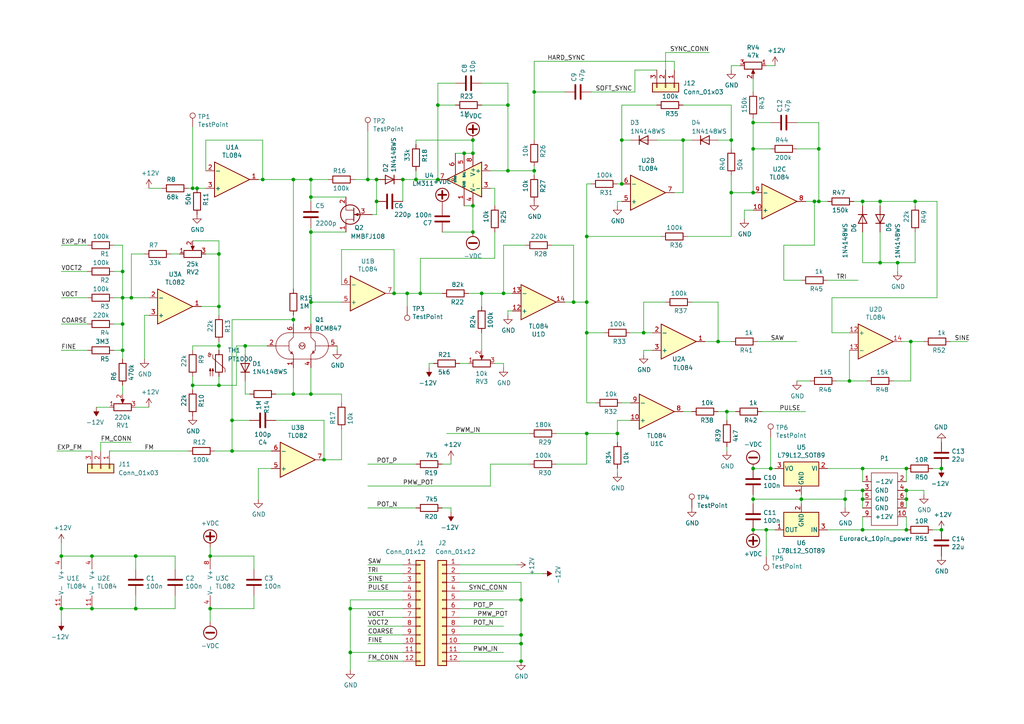
<source format=kicad_sch>
(kicad_sch (version 20211123) (generator eeschema)

  (uuid 3f54435b-b8e0-45ee-8515-be12fb295a2c)

  (paper "A4")

  (lib_symbols
    (symbol "Amplifier_Operational:TL082" (pin_names (offset 0.127)) (in_bom yes) (on_board yes)
      (property "Reference" "U" (id 0) (at 0 5.08 0)
        (effects (font (size 1.27 1.27)) (justify left))
      )
      (property "Value" "TL082" (id 1) (at 0 -5.08 0)
        (effects (font (size 1.27 1.27)) (justify left))
      )
      (property "Footprint" "" (id 2) (at 0 0 0)
        (effects (font (size 1.27 1.27)) hide)
      )
      (property "Datasheet" "http://www.ti.com/lit/ds/symlink/tl081.pdf" (id 3) (at 0 0 0)
        (effects (font (size 1.27 1.27)) hide)
      )
      (property "ki_locked" "" (id 4) (at 0 0 0)
        (effects (font (size 1.27 1.27)))
      )
      (property "ki_keywords" "dual opamp" (id 5) (at 0 0 0)
        (effects (font (size 1.27 1.27)) hide)
      )
      (property "ki_description" "Dual JFET-Input Operational Amplifiers, DIP-8/SOIC-8/SSOP-8" (id 6) (at 0 0 0)
        (effects (font (size 1.27 1.27)) hide)
      )
      (property "ki_fp_filters" "SOIC*3.9x4.9mm*P1.27mm* DIP*W7.62mm* TO*99* OnSemi*Micro8* TSSOP*3x3mm*P0.65mm* TSSOP*4.4x3mm*P0.65mm* MSOP*3x3mm*P0.65mm* SSOP*3.9x4.9mm*P0.635mm* LFCSP*2x2mm*P0.5mm* *SIP* SOIC*5.3x6.2mm*P1.27mm*" (id 7) (at 0 0 0)
        (effects (font (size 1.27 1.27)) hide)
      )
      (symbol "TL082_1_1"
        (polyline
          (pts
            (xy -5.08 5.08)
            (xy 5.08 0)
            (xy -5.08 -5.08)
            (xy -5.08 5.08)
          )
          (stroke (width 0.254) (type default) (color 0 0 0 0))
          (fill (type background))
        )
        (pin output line (at 7.62 0 180) (length 2.54)
          (name "~" (effects (font (size 1.27 1.27))))
          (number "1" (effects (font (size 1.27 1.27))))
        )
        (pin input line (at -7.62 -2.54 0) (length 2.54)
          (name "-" (effects (font (size 1.27 1.27))))
          (number "2" (effects (font (size 1.27 1.27))))
        )
        (pin input line (at -7.62 2.54 0) (length 2.54)
          (name "+" (effects (font (size 1.27 1.27))))
          (number "3" (effects (font (size 1.27 1.27))))
        )
      )
      (symbol "TL082_2_1"
        (polyline
          (pts
            (xy -5.08 5.08)
            (xy 5.08 0)
            (xy -5.08 -5.08)
            (xy -5.08 5.08)
          )
          (stroke (width 0.254) (type default) (color 0 0 0 0))
          (fill (type background))
        )
        (pin input line (at -7.62 2.54 0) (length 2.54)
          (name "+" (effects (font (size 1.27 1.27))))
          (number "5" (effects (font (size 1.27 1.27))))
        )
        (pin input line (at -7.62 -2.54 0) (length 2.54)
          (name "-" (effects (font (size 1.27 1.27))))
          (number "6" (effects (font (size 1.27 1.27))))
        )
        (pin output line (at 7.62 0 180) (length 2.54)
          (name "~" (effects (font (size 1.27 1.27))))
          (number "7" (effects (font (size 1.27 1.27))))
        )
      )
      (symbol "TL082_3_1"
        (pin power_in line (at -2.54 -7.62 90) (length 3.81)
          (name "V-" (effects (font (size 1.27 1.27))))
          (number "4" (effects (font (size 1.27 1.27))))
        )
        (pin power_in line (at -2.54 7.62 270) (length 3.81)
          (name "V+" (effects (font (size 1.27 1.27))))
          (number "8" (effects (font (size 1.27 1.27))))
        )
      )
    )
    (symbol "Amplifier_Operational:TL084" (pin_names (offset 0.127)) (in_bom yes) (on_board yes)
      (property "Reference" "U" (id 0) (at 0 5.08 0)
        (effects (font (size 1.27 1.27)) (justify left))
      )
      (property "Value" "TL084" (id 1) (at 0 -5.08 0)
        (effects (font (size 1.27 1.27)) (justify left))
      )
      (property "Footprint" "" (id 2) (at -1.27 2.54 0)
        (effects (font (size 1.27 1.27)) hide)
      )
      (property "Datasheet" "http://www.ti.com/lit/ds/symlink/tl081.pdf" (id 3) (at 1.27 5.08 0)
        (effects (font (size 1.27 1.27)) hide)
      )
      (property "ki_locked" "" (id 4) (at 0 0 0)
        (effects (font (size 1.27 1.27)))
      )
      (property "ki_keywords" "quad opamp" (id 5) (at 0 0 0)
        (effects (font (size 1.27 1.27)) hide)
      )
      (property "ki_description" "Quad JFET-Input Operational Amplifiers, DIP-14/SOIC-14/SSOP-14" (id 6) (at 0 0 0)
        (effects (font (size 1.27 1.27)) hide)
      )
      (property "ki_fp_filters" "SOIC*3.9x8.7mm*P1.27mm* DIP*W7.62mm* TSSOP*4.4x5mm*P0.65mm* SSOP*5.3x6.2mm*P0.65mm* MSOP*3x3mm*P0.5mm*" (id 7) (at 0 0 0)
        (effects (font (size 1.27 1.27)) hide)
      )
      (symbol "TL084_1_1"
        (polyline
          (pts
            (xy -5.08 5.08)
            (xy 5.08 0)
            (xy -5.08 -5.08)
            (xy -5.08 5.08)
          )
          (stroke (width 0.254) (type default) (color 0 0 0 0))
          (fill (type background))
        )
        (pin output line (at 7.62 0 180) (length 2.54)
          (name "~" (effects (font (size 1.27 1.27))))
          (number "1" (effects (font (size 1.27 1.27))))
        )
        (pin input line (at -7.62 -2.54 0) (length 2.54)
          (name "-" (effects (font (size 1.27 1.27))))
          (number "2" (effects (font (size 1.27 1.27))))
        )
        (pin input line (at -7.62 2.54 0) (length 2.54)
          (name "+" (effects (font (size 1.27 1.27))))
          (number "3" (effects (font (size 1.27 1.27))))
        )
      )
      (symbol "TL084_2_1"
        (polyline
          (pts
            (xy -5.08 5.08)
            (xy 5.08 0)
            (xy -5.08 -5.08)
            (xy -5.08 5.08)
          )
          (stroke (width 0.254) (type default) (color 0 0 0 0))
          (fill (type background))
        )
        (pin input line (at -7.62 2.54 0) (length 2.54)
          (name "+" (effects (font (size 1.27 1.27))))
          (number "5" (effects (font (size 1.27 1.27))))
        )
        (pin input line (at -7.62 -2.54 0) (length 2.54)
          (name "-" (effects (font (size 1.27 1.27))))
          (number "6" (effects (font (size 1.27 1.27))))
        )
        (pin output line (at 7.62 0 180) (length 2.54)
          (name "~" (effects (font (size 1.27 1.27))))
          (number "7" (effects (font (size 1.27 1.27))))
        )
      )
      (symbol "TL084_3_1"
        (polyline
          (pts
            (xy -5.08 5.08)
            (xy 5.08 0)
            (xy -5.08 -5.08)
            (xy -5.08 5.08)
          )
          (stroke (width 0.254) (type default) (color 0 0 0 0))
          (fill (type background))
        )
        (pin input line (at -7.62 2.54 0) (length 2.54)
          (name "+" (effects (font (size 1.27 1.27))))
          (number "10" (effects (font (size 1.27 1.27))))
        )
        (pin output line (at 7.62 0 180) (length 2.54)
          (name "~" (effects (font (size 1.27 1.27))))
          (number "8" (effects (font (size 1.27 1.27))))
        )
        (pin input line (at -7.62 -2.54 0) (length 2.54)
          (name "-" (effects (font (size 1.27 1.27))))
          (number "9" (effects (font (size 1.27 1.27))))
        )
      )
      (symbol "TL084_4_1"
        (polyline
          (pts
            (xy -5.08 5.08)
            (xy 5.08 0)
            (xy -5.08 -5.08)
            (xy -5.08 5.08)
          )
          (stroke (width 0.254) (type default) (color 0 0 0 0))
          (fill (type background))
        )
        (pin input line (at -7.62 2.54 0) (length 2.54)
          (name "+" (effects (font (size 1.27 1.27))))
          (number "12" (effects (font (size 1.27 1.27))))
        )
        (pin input line (at -7.62 -2.54 0) (length 2.54)
          (name "-" (effects (font (size 1.27 1.27))))
          (number "13" (effects (font (size 1.27 1.27))))
        )
        (pin output line (at 7.62 0 180) (length 2.54)
          (name "~" (effects (font (size 1.27 1.27))))
          (number "14" (effects (font (size 1.27 1.27))))
        )
      )
      (symbol "TL084_5_1"
        (pin power_in line (at -2.54 -7.62 90) (length 3.81)
          (name "V-" (effects (font (size 1.27 1.27))))
          (number "11" (effects (font (size 1.27 1.27))))
        )
        (pin power_in line (at -2.54 7.62 270) (length 3.81)
          (name "V+" (effects (font (size 1.27 1.27))))
          (number "4" (effects (font (size 1.27 1.27))))
        )
      )
    )
    (symbol "Comparator:LM311" (pin_names (offset 0.127)) (in_bom yes) (on_board yes)
      (property "Reference" "U" (id 0) (at 3.81 6.35 0)
        (effects (font (size 1.27 1.27)) (justify left))
      )
      (property "Value" "LM311" (id 1) (at 3.81 3.81 0)
        (effects (font (size 1.27 1.27)) (justify left))
      )
      (property "Footprint" "" (id 2) (at 0 0 0)
        (effects (font (size 1.27 1.27)) hide)
      )
      (property "Datasheet" "https://www.st.com/resource/en/datasheet/lm311.pdf" (id 3) (at 0 0 0)
        (effects (font (size 1.27 1.27)) hide)
      )
      (property "ki_keywords" "cmp open collector" (id 4) (at 0 0 0)
        (effects (font (size 1.27 1.27)) hide)
      )
      (property "ki_description" "Voltage Comparator, DIP-8/SOIC-8" (id 5) (at 0 0 0)
        (effects (font (size 1.27 1.27)) hide)
      )
      (property "ki_fp_filters" "SOIC*3.9x4.9mm*P1.27mm* DIP*W7.62mm*" (id 6) (at 0 0 0)
        (effects (font (size 1.27 1.27)) hide)
      )
      (symbol "LM311_0_1"
        (polyline
          (pts
            (xy 5.08 0)
            (xy -5.08 5.08)
            (xy -5.08 -5.08)
            (xy 5.08 0)
          )
          (stroke (width 0.254) (type default) (color 0 0 0 0))
          (fill (type background))
        )
        (polyline
          (pts
            (xy 3.683 -0.381)
            (xy 3.302 -0.381)
            (xy 3.683 0)
            (xy 3.302 0.381)
            (xy 2.921 0)
            (xy 3.302 -0.381)
            (xy 2.921 -0.381)
          )
          (stroke (width 0.127) (type default) (color 0 0 0 0))
          (fill (type none))
        )
      )
      (symbol "LM311_1_1"
        (pin passive line (at 0 -7.62 90) (length 5.08)
          (name "GND" (effects (font (size 0.635 0.635))))
          (number "1" (effects (font (size 1.27 1.27))))
        )
        (pin input line (at -7.62 2.54 0) (length 2.54)
          (name "+" (effects (font (size 1.27 1.27))))
          (number "2" (effects (font (size 1.27 1.27))))
        )
        (pin input line (at -7.62 -2.54 0) (length 2.54)
          (name "-" (effects (font (size 1.27 1.27))))
          (number "3" (effects (font (size 1.27 1.27))))
        )
        (pin power_in line (at -2.54 -7.62 90) (length 3.81)
          (name "V-" (effects (font (size 1.27 1.27))))
          (number "4" (effects (font (size 1.27 1.27))))
        )
        (pin input line (at 0 7.62 270) (length 5.08)
          (name "BAL" (effects (font (size 0.635 0.635))))
          (number "5" (effects (font (size 1.27 1.27))))
        )
        (pin input line (at 2.54 7.62 270) (length 6.35)
          (name "STRB" (effects (font (size 0.508 0.508))))
          (number "6" (effects (font (size 1.27 1.27))))
        )
        (pin open_collector line (at 7.62 0 180) (length 2.54)
          (name "~" (effects (font (size 1.27 1.27))))
          (number "7" (effects (font (size 1.27 1.27))))
        )
        (pin power_in line (at -2.54 7.62 270) (length 3.81)
          (name "V+" (effects (font (size 1.27 1.27))))
          (number "8" (effects (font (size 1.27 1.27))))
        )
      )
    )
    (symbol "Connector:TestPoint" (pin_numbers hide) (pin_names (offset 0.762) hide) (in_bom yes) (on_board yes)
      (property "Reference" "TP" (id 0) (at 0 6.858 0)
        (effects (font (size 1.27 1.27)))
      )
      (property "Value" "TestPoint" (id 1) (at 0 5.08 0)
        (effects (font (size 1.27 1.27)))
      )
      (property "Footprint" "" (id 2) (at 5.08 0 0)
        (effects (font (size 1.27 1.27)) hide)
      )
      (property "Datasheet" "~" (id 3) (at 5.08 0 0)
        (effects (font (size 1.27 1.27)) hide)
      )
      (property "ki_keywords" "test point tp" (id 4) (at 0 0 0)
        (effects (font (size 1.27 1.27)) hide)
      )
      (property "ki_description" "test point" (id 5) (at 0 0 0)
        (effects (font (size 1.27 1.27)) hide)
      )
      (property "ki_fp_filters" "Pin* Test*" (id 6) (at 0 0 0)
        (effects (font (size 1.27 1.27)) hide)
      )
      (symbol "TestPoint_0_1"
        (circle (center 0 3.302) (radius 0.762)
          (stroke (width 0) (type default) (color 0 0 0 0))
          (fill (type none))
        )
      )
      (symbol "TestPoint_1_1"
        (pin passive line (at 0 0 90) (length 2.54)
          (name "1" (effects (font (size 1.27 1.27))))
          (number "1" (effects (font (size 1.27 1.27))))
        )
      )
    )
    (symbol "Connector_Generic:Conn_01x03" (pin_names (offset 1.016) hide) (in_bom yes) (on_board yes)
      (property "Reference" "J" (id 0) (at 0 5.08 0)
        (effects (font (size 1.27 1.27)))
      )
      (property "Value" "Conn_01x03" (id 1) (at 0 -5.08 0)
        (effects (font (size 1.27 1.27)))
      )
      (property "Footprint" "" (id 2) (at 0 0 0)
        (effects (font (size 1.27 1.27)) hide)
      )
      (property "Datasheet" "~" (id 3) (at 0 0 0)
        (effects (font (size 1.27 1.27)) hide)
      )
      (property "ki_keywords" "connector" (id 4) (at 0 0 0)
        (effects (font (size 1.27 1.27)) hide)
      )
      (property "ki_description" "Generic connector, single row, 01x03, script generated (kicad-library-utils/schlib/autogen/connector/)" (id 5) (at 0 0 0)
        (effects (font (size 1.27 1.27)) hide)
      )
      (property "ki_fp_filters" "Connector*:*_1x??_*" (id 6) (at 0 0 0)
        (effects (font (size 1.27 1.27)) hide)
      )
      (symbol "Conn_01x03_1_1"
        (rectangle (start -1.27 -2.413) (end 0 -2.667)
          (stroke (width 0.1524) (type default) (color 0 0 0 0))
          (fill (type none))
        )
        (rectangle (start -1.27 0.127) (end 0 -0.127)
          (stroke (width 0.1524) (type default) (color 0 0 0 0))
          (fill (type none))
        )
        (rectangle (start -1.27 2.667) (end 0 2.413)
          (stroke (width 0.1524) (type default) (color 0 0 0 0))
          (fill (type none))
        )
        (rectangle (start -1.27 3.81) (end 1.27 -3.81)
          (stroke (width 0.254) (type default) (color 0 0 0 0))
          (fill (type background))
        )
        (pin passive line (at -5.08 2.54 0) (length 3.81)
          (name "Pin_1" (effects (font (size 1.27 1.27))))
          (number "1" (effects (font (size 1.27 1.27))))
        )
        (pin passive line (at -5.08 0 0) (length 3.81)
          (name "Pin_2" (effects (font (size 1.27 1.27))))
          (number "2" (effects (font (size 1.27 1.27))))
        )
        (pin passive line (at -5.08 -2.54 0) (length 3.81)
          (name "Pin_3" (effects (font (size 1.27 1.27))))
          (number "3" (effects (font (size 1.27 1.27))))
        )
      )
    )
    (symbol "Connector_Generic:Conn_01x12" (pin_names (offset 1.016) hide) (in_bom yes) (on_board yes)
      (property "Reference" "J" (id 0) (at 0 15.24 0)
        (effects (font (size 1.27 1.27)))
      )
      (property "Value" "Conn_01x12" (id 1) (at 0 -17.78 0)
        (effects (font (size 1.27 1.27)))
      )
      (property "Footprint" "" (id 2) (at 0 0 0)
        (effects (font (size 1.27 1.27)) hide)
      )
      (property "Datasheet" "~" (id 3) (at 0 0 0)
        (effects (font (size 1.27 1.27)) hide)
      )
      (property "ki_keywords" "connector" (id 4) (at 0 0 0)
        (effects (font (size 1.27 1.27)) hide)
      )
      (property "ki_description" "Generic connector, single row, 01x12, script generated (kicad-library-utils/schlib/autogen/connector/)" (id 5) (at 0 0 0)
        (effects (font (size 1.27 1.27)) hide)
      )
      (property "ki_fp_filters" "Connector*:*_1x??_*" (id 6) (at 0 0 0)
        (effects (font (size 1.27 1.27)) hide)
      )
      (symbol "Conn_01x12_1_1"
        (rectangle (start -1.27 -15.113) (end 0 -15.367)
          (stroke (width 0.1524) (type default) (color 0 0 0 0))
          (fill (type none))
        )
        (rectangle (start -1.27 -12.573) (end 0 -12.827)
          (stroke (width 0.1524) (type default) (color 0 0 0 0))
          (fill (type none))
        )
        (rectangle (start -1.27 -10.033) (end 0 -10.287)
          (stroke (width 0.1524) (type default) (color 0 0 0 0))
          (fill (type none))
        )
        (rectangle (start -1.27 -7.493) (end 0 -7.747)
          (stroke (width 0.1524) (type default) (color 0 0 0 0))
          (fill (type none))
        )
        (rectangle (start -1.27 -4.953) (end 0 -5.207)
          (stroke (width 0.1524) (type default) (color 0 0 0 0))
          (fill (type none))
        )
        (rectangle (start -1.27 -2.413) (end 0 -2.667)
          (stroke (width 0.1524) (type default) (color 0 0 0 0))
          (fill (type none))
        )
        (rectangle (start -1.27 0.127) (end 0 -0.127)
          (stroke (width 0.1524) (type default) (color 0 0 0 0))
          (fill (type none))
        )
        (rectangle (start -1.27 2.667) (end 0 2.413)
          (stroke (width 0.1524) (type default) (color 0 0 0 0))
          (fill (type none))
        )
        (rectangle (start -1.27 5.207) (end 0 4.953)
          (stroke (width 0.1524) (type default) (color 0 0 0 0))
          (fill (type none))
        )
        (rectangle (start -1.27 7.747) (end 0 7.493)
          (stroke (width 0.1524) (type default) (color 0 0 0 0))
          (fill (type none))
        )
        (rectangle (start -1.27 10.287) (end 0 10.033)
          (stroke (width 0.1524) (type default) (color 0 0 0 0))
          (fill (type none))
        )
        (rectangle (start -1.27 12.827) (end 0 12.573)
          (stroke (width 0.1524) (type default) (color 0 0 0 0))
          (fill (type none))
        )
        (rectangle (start -1.27 13.97) (end 1.27 -16.51)
          (stroke (width 0.254) (type default) (color 0 0 0 0))
          (fill (type background))
        )
        (pin passive line (at -5.08 12.7 0) (length 3.81)
          (name "Pin_1" (effects (font (size 1.27 1.27))))
          (number "1" (effects (font (size 1.27 1.27))))
        )
        (pin passive line (at -5.08 -10.16 0) (length 3.81)
          (name "Pin_10" (effects (font (size 1.27 1.27))))
          (number "10" (effects (font (size 1.27 1.27))))
        )
        (pin passive line (at -5.08 -12.7 0) (length 3.81)
          (name "Pin_11" (effects (font (size 1.27 1.27))))
          (number "11" (effects (font (size 1.27 1.27))))
        )
        (pin passive line (at -5.08 -15.24 0) (length 3.81)
          (name "Pin_12" (effects (font (size 1.27 1.27))))
          (number "12" (effects (font (size 1.27 1.27))))
        )
        (pin passive line (at -5.08 10.16 0) (length 3.81)
          (name "Pin_2" (effects (font (size 1.27 1.27))))
          (number "2" (effects (font (size 1.27 1.27))))
        )
        (pin passive line (at -5.08 7.62 0) (length 3.81)
          (name "Pin_3" (effects (font (size 1.27 1.27))))
          (number "3" (effects (font (size 1.27 1.27))))
        )
        (pin passive line (at -5.08 5.08 0) (length 3.81)
          (name "Pin_4" (effects (font (size 1.27 1.27))))
          (number "4" (effects (font (size 1.27 1.27))))
        )
        (pin passive line (at -5.08 2.54 0) (length 3.81)
          (name "Pin_5" (effects (font (size 1.27 1.27))))
          (number "5" (effects (font (size 1.27 1.27))))
        )
        (pin passive line (at -5.08 0 0) (length 3.81)
          (name "Pin_6" (effects (font (size 1.27 1.27))))
          (number "6" (effects (font (size 1.27 1.27))))
        )
        (pin passive line (at -5.08 -2.54 0) (length 3.81)
          (name "Pin_7" (effects (font (size 1.27 1.27))))
          (number "7" (effects (font (size 1.27 1.27))))
        )
        (pin passive line (at -5.08 -5.08 0) (length 3.81)
          (name "Pin_8" (effects (font (size 1.27 1.27))))
          (number "8" (effects (font (size 1.27 1.27))))
        )
        (pin passive line (at -5.08 -7.62 0) (length 3.81)
          (name "Pin_9" (effects (font (size 1.27 1.27))))
          (number "9" (effects (font (size 1.27 1.27))))
        )
      )
    )
    (symbol "Device:C" (pin_numbers hide) (pin_names (offset 0.254)) (in_bom yes) (on_board yes)
      (property "Reference" "C" (id 0) (at 0.635 2.54 0)
        (effects (font (size 1.27 1.27)) (justify left))
      )
      (property "Value" "C" (id 1) (at 0.635 -2.54 0)
        (effects (font (size 1.27 1.27)) (justify left))
      )
      (property "Footprint" "" (id 2) (at 0.9652 -3.81 0)
        (effects (font (size 1.27 1.27)) hide)
      )
      (property "Datasheet" "~" (id 3) (at 0 0 0)
        (effects (font (size 1.27 1.27)) hide)
      )
      (property "ki_keywords" "cap capacitor" (id 4) (at 0 0 0)
        (effects (font (size 1.27 1.27)) hide)
      )
      (property "ki_description" "Unpolarized capacitor" (id 5) (at 0 0 0)
        (effects (font (size 1.27 1.27)) hide)
      )
      (property "ki_fp_filters" "C_*" (id 6) (at 0 0 0)
        (effects (font (size 1.27 1.27)) hide)
      )
      (symbol "C_0_1"
        (polyline
          (pts
            (xy -2.032 -0.762)
            (xy 2.032 -0.762)
          )
          (stroke (width 0.508) (type default) (color 0 0 0 0))
          (fill (type none))
        )
        (polyline
          (pts
            (xy -2.032 0.762)
            (xy 2.032 0.762)
          )
          (stroke (width 0.508) (type default) (color 0 0 0 0))
          (fill (type none))
        )
      )
      (symbol "C_1_1"
        (pin passive line (at 0 3.81 270) (length 2.794)
          (name "~" (effects (font (size 1.27 1.27))))
          (number "1" (effects (font (size 1.27 1.27))))
        )
        (pin passive line (at 0 -3.81 90) (length 2.794)
          (name "~" (effects (font (size 1.27 1.27))))
          (number "2" (effects (font (size 1.27 1.27))))
        )
      )
    )
    (symbol "Diode:1N4148WS" (pin_numbers hide) (pin_names (offset 1.016) hide) (in_bom yes) (on_board yes)
      (property "Reference" "D" (id 0) (at 0 2.54 0)
        (effects (font (size 1.27 1.27)))
      )
      (property "Value" "1N4148WS" (id 1) (at 0 -2.54 0)
        (effects (font (size 1.27 1.27)))
      )
      (property "Footprint" "Diode_SMD:D_SOD-323" (id 2) (at 0 -4.445 0)
        (effects (font (size 1.27 1.27)) hide)
      )
      (property "Datasheet" "https://www.vishay.com/docs/85751/1n4148ws.pdf" (id 3) (at 0 0 0)
        (effects (font (size 1.27 1.27)) hide)
      )
      (property "ki_keywords" "diode" (id 4) (at 0 0 0)
        (effects (font (size 1.27 1.27)) hide)
      )
      (property "ki_description" "75V 0.15A Fast switching Diode, SOD-323" (id 5) (at 0 0 0)
        (effects (font (size 1.27 1.27)) hide)
      )
      (property "ki_fp_filters" "D*SOD?323*" (id 6) (at 0 0 0)
        (effects (font (size 1.27 1.27)) hide)
      )
      (symbol "1N4148WS_0_1"
        (polyline
          (pts
            (xy -1.27 1.27)
            (xy -1.27 -1.27)
          )
          (stroke (width 0.254) (type default) (color 0 0 0 0))
          (fill (type none))
        )
        (polyline
          (pts
            (xy 1.27 0)
            (xy -1.27 0)
          )
          (stroke (width 0) (type default) (color 0 0 0 0))
          (fill (type none))
        )
        (polyline
          (pts
            (xy 1.27 1.27)
            (xy 1.27 -1.27)
            (xy -1.27 0)
            (xy 1.27 1.27)
          )
          (stroke (width 0.254) (type default) (color 0 0 0 0))
          (fill (type none))
        )
      )
      (symbol "1N4148WS_1_1"
        (pin passive line (at -3.81 0 0) (length 2.54)
          (name "K" (effects (font (size 1.27 1.27))))
          (number "1" (effects (font (size 1.27 1.27))))
        )
        (pin passive line (at 3.81 0 180) (length 2.54)
          (name "A" (effects (font (size 1.27 1.27))))
          (number "2" (effects (font (size 1.27 1.27))))
        )
      )
    )
    (symbol "Regulator_Linear:L78L12_SOT89" (pin_names (offset 0.254)) (in_bom yes) (on_board yes)
      (property "Reference" "U" (id 0) (at -3.81 3.175 0)
        (effects (font (size 1.27 1.27)))
      )
      (property "Value" "L78L12_SOT89" (id 1) (at -0.635 3.175 0)
        (effects (font (size 1.27 1.27)) (justify left))
      )
      (property "Footprint" "Package_TO_SOT_SMD:SOT-89-3" (id 2) (at 0 5.08 0)
        (effects (font (size 1.27 1.27) italic) hide)
      )
      (property "Datasheet" "http://www.st.com/content/ccc/resource/technical/document/datasheet/15/55/e5/aa/23/5b/43/fd/CD00000446.pdf/files/CD00000446.pdf/jcr:content/translations/en.CD00000446.pdf" (id 3) (at 0 -1.27 0)
        (effects (font (size 1.27 1.27)) hide)
      )
      (property "ki_keywords" "Voltage Regulator 100mA Positive" (id 4) (at 0 0 0)
        (effects (font (size 1.27 1.27)) hide)
      )
      (property "ki_description" "Positive 100mA 30V Linear Regulator, Fixed Output 12V, SOT-89" (id 5) (at 0 0 0)
        (effects (font (size 1.27 1.27)) hide)
      )
      (property "ki_fp_filters" "SOT?89*" (id 6) (at 0 0 0)
        (effects (font (size 1.27 1.27)) hide)
      )
      (symbol "L78L12_SOT89_0_1"
        (rectangle (start -5.08 1.905) (end 5.08 -5.08)
          (stroke (width 0.254) (type default) (color 0 0 0 0))
          (fill (type background))
        )
      )
      (symbol "L78L12_SOT89_1_1"
        (pin power_out line (at 7.62 0 180) (length 2.54)
          (name "OUT" (effects (font (size 1.27 1.27))))
          (number "1" (effects (font (size 1.27 1.27))))
        )
        (pin power_in line (at 0 -7.62 90) (length 2.54)
          (name "GND" (effects (font (size 1.27 1.27))))
          (number "2" (effects (font (size 1.27 1.27))))
        )
        (pin power_in line (at -7.62 0 0) (length 2.54)
          (name "IN" (effects (font (size 1.27 1.27))))
          (number "3" (effects (font (size 1.27 1.27))))
        )
      )
    )
    (symbol "Regulator_Linear:L79L12_SOT89" (pin_names (offset 0.254)) (in_bom yes) (on_board yes)
      (property "Reference" "U" (id 0) (at -3.81 -3.175 0)
        (effects (font (size 1.27 1.27)))
      )
      (property "Value" "L79L12_SOT89" (id 1) (at 0 -3.175 0)
        (effects (font (size 1.27 1.27)) (justify left))
      )
      (property "Footprint" "Package_TO_SOT_SMD:SOT-89-3" (id 2) (at 0 -5.08 0)
        (effects (font (size 1.27 1.27) italic) hide)
      )
      (property "Datasheet" "http://www.farnell.com/datasheets/1827870.pdf" (id 3) (at 0 0 0)
        (effects (font (size 1.27 1.27)) hide)
      )
      (property "ki_keywords" "Voltage Regulator 100mA Negative" (id 4) (at 0 0 0)
        (effects (font (size 1.27 1.27)) hide)
      )
      (property "ki_description" "Negative 100mA -30V Linear Regulator, Fixed Output -5V, SOT-89" (id 5) (at 0 0 0)
        (effects (font (size 1.27 1.27)) hide)
      )
      (property "ki_fp_filters" "SOT?89*" (id 6) (at 0 0 0)
        (effects (font (size 1.27 1.27)) hide)
      )
      (symbol "L79L12_SOT89_0_1"
        (rectangle (start -5.08 5.08) (end 5.08 -1.905)
          (stroke (width 0.254) (type default) (color 0 0 0 0))
          (fill (type background))
        )
      )
      (symbol "L79L12_SOT89_1_1"
        (pin power_in line (at 0 7.62 270) (length 2.54)
          (name "GND" (effects (font (size 1.27 1.27))))
          (number "1" (effects (font (size 1.27 1.27))))
        )
        (pin power_in line (at -7.62 0 0) (length 2.54)
          (name "VI" (effects (font (size 1.27 1.27))))
          (number "2" (effects (font (size 1.27 1.27))))
        )
        (pin power_out line (at 7.62 0 180) (length 2.54)
          (name "VO" (effects (font (size 1.27 1.27))))
          (number "3" (effects (font (size 1.27 1.27))))
        )
      )
    )
    (symbol "power:+12V" (power) (pin_names (offset 0)) (in_bom yes) (on_board yes)
      (property "Reference" "#PWR" (id 0) (at 0 -3.81 0)
        (effects (font (size 1.27 1.27)) hide)
      )
      (property "Value" "+12V" (id 1) (at 0 3.556 0)
        (effects (font (size 1.27 1.27)))
      )
      (property "Footprint" "" (id 2) (at 0 0 0)
        (effects (font (size 1.27 1.27)) hide)
      )
      (property "Datasheet" "" (id 3) (at 0 0 0)
        (effects (font (size 1.27 1.27)) hide)
      )
      (property "ki_keywords" "power-flag" (id 4) (at 0 0 0)
        (effects (font (size 1.27 1.27)) hide)
      )
      (property "ki_description" "Power symbol creates a global label with name \"+12V\"" (id 5) (at 0 0 0)
        (effects (font (size 1.27 1.27)) hide)
      )
      (symbol "+12V_0_1"
        (polyline
          (pts
            (xy -0.762 1.27)
            (xy 0 2.54)
          )
          (stroke (width 0) (type default) (color 0 0 0 0))
          (fill (type none))
        )
        (polyline
          (pts
            (xy 0 0)
            (xy 0 2.54)
          )
          (stroke (width 0) (type default) (color 0 0 0 0))
          (fill (type none))
        )
        (polyline
          (pts
            (xy 0 2.54)
            (xy 0.762 1.27)
          )
          (stroke (width 0) (type default) (color 0 0 0 0))
          (fill (type none))
        )
      )
      (symbol "+12V_1_1"
        (pin power_in line (at 0 0 90) (length 0) hide
          (name "+12V" (effects (font (size 1.27 1.27))))
          (number "1" (effects (font (size 1.27 1.27))))
        )
      )
    )
    (symbol "power:+VDC" (power) (pin_names (offset 0)) (in_bom yes) (on_board yes)
      (property "Reference" "#PWR" (id 0) (at 0 -2.54 0)
        (effects (font (size 1.27 1.27)) hide)
      )
      (property "Value" "+VDC" (id 1) (at 0 6.35 0)
        (effects (font (size 1.27 1.27)))
      )
      (property "Footprint" "" (id 2) (at 0 0 0)
        (effects (font (size 1.27 1.27)) hide)
      )
      (property "Datasheet" "" (id 3) (at 0 0 0)
        (effects (font (size 1.27 1.27)) hide)
      )
      (property "ki_keywords" "power-flag" (id 4) (at 0 0 0)
        (effects (font (size 1.27 1.27)) hide)
      )
      (property "ki_description" "Power symbol creates a global label with name \"+VDC\"" (id 5) (at 0 0 0)
        (effects (font (size 1.27 1.27)) hide)
      )
      (symbol "+VDC_0_1"
        (polyline
          (pts
            (xy -1.143 3.175)
            (xy 1.143 3.175)
          )
          (stroke (width 0.508) (type default) (color 0 0 0 0))
          (fill (type none))
        )
        (polyline
          (pts
            (xy 0 0)
            (xy 0 1.27)
          )
          (stroke (width 0) (type default) (color 0 0 0 0))
          (fill (type none))
        )
        (polyline
          (pts
            (xy 0 2.032)
            (xy 0 4.318)
          )
          (stroke (width 0.508) (type default) (color 0 0 0 0))
          (fill (type none))
        )
        (circle (center 0 3.175) (radius 1.905)
          (stroke (width 0.254) (type default) (color 0 0 0 0))
          (fill (type none))
        )
      )
      (symbol "+VDC_1_1"
        (pin power_in line (at 0 0 90) (length 0) hide
          (name "+VDC" (effects (font (size 1.27 1.27))))
          (number "1" (effects (font (size 1.27 1.27))))
        )
      )
    )
    (symbol "power:-12V" (power) (pin_names (offset 0)) (in_bom yes) (on_board yes)
      (property "Reference" "#PWR" (id 0) (at 0 2.54 0)
        (effects (font (size 1.27 1.27)) hide)
      )
      (property "Value" "-12V" (id 1) (at 0 3.81 0)
        (effects (font (size 1.27 1.27)))
      )
      (property "Footprint" "" (id 2) (at 0 0 0)
        (effects (font (size 1.27 1.27)) hide)
      )
      (property "Datasheet" "" (id 3) (at 0 0 0)
        (effects (font (size 1.27 1.27)) hide)
      )
      (property "ki_keywords" "power-flag" (id 4) (at 0 0 0)
        (effects (font (size 1.27 1.27)) hide)
      )
      (property "ki_description" "Power symbol creates a global label with name \"-12V\"" (id 5) (at 0 0 0)
        (effects (font (size 1.27 1.27)) hide)
      )
      (symbol "-12V_0_0"
        (pin power_in line (at 0 0 90) (length 0) hide
          (name "-12V" (effects (font (size 1.27 1.27))))
          (number "1" (effects (font (size 1.27 1.27))))
        )
      )
      (symbol "-12V_0_1"
        (polyline
          (pts
            (xy 0 0)
            (xy 0 1.27)
            (xy 0.762 1.27)
            (xy 0 2.54)
            (xy -0.762 1.27)
            (xy 0 1.27)
          )
          (stroke (width 0) (type default) (color 0 0 0 0))
          (fill (type outline))
        )
      )
    )
    (symbol "power:-VDC" (power) (pin_names (offset 0)) (in_bom yes) (on_board yes)
      (property "Reference" "#PWR" (id 0) (at 0 -2.54 0)
        (effects (font (size 1.27 1.27)) hide)
      )
      (property "Value" "-VDC" (id 1) (at 0 6.35 0)
        (effects (font (size 1.27 1.27)))
      )
      (property "Footprint" "" (id 2) (at 0 0 0)
        (effects (font (size 1.27 1.27)) hide)
      )
      (property "Datasheet" "" (id 3) (at 0 0 0)
        (effects (font (size 1.27 1.27)) hide)
      )
      (property "ki_keywords" "power-flag" (id 4) (at 0 0 0)
        (effects (font (size 1.27 1.27)) hide)
      )
      (property "ki_description" "Power symbol creates a global label with name \"-VDC\"" (id 5) (at 0 0 0)
        (effects (font (size 1.27 1.27)) hide)
      )
      (symbol "-VDC_0_1"
        (polyline
          (pts
            (xy -1.143 3.175)
            (xy 1.143 3.175)
          )
          (stroke (width 0.508) (type default) (color 0 0 0 0))
          (fill (type none))
        )
        (polyline
          (pts
            (xy 0 0)
            (xy 0 1.27)
          )
          (stroke (width 0) (type default) (color 0 0 0 0))
          (fill (type none))
        )
        (circle (center 0 3.175) (radius 1.905)
          (stroke (width 0.254) (type default) (color 0 0 0 0))
          (fill (type none))
        )
      )
      (symbol "-VDC_1_1"
        (pin power_in line (at 0 0 90) (length 0) hide
          (name "-VDC" (effects (font (size 1.27 1.27))))
          (number "1" (effects (font (size 1.27 1.27))))
        )
      )
    )
    (symbol "power:GND" (power) (pin_names (offset 0)) (in_bom yes) (on_board yes)
      (property "Reference" "#PWR" (id 0) (at 0 -6.35 0)
        (effects (font (size 1.27 1.27)) hide)
      )
      (property "Value" "GND" (id 1) (at 0 -3.81 0)
        (effects (font (size 1.27 1.27)))
      )
      (property "Footprint" "" (id 2) (at 0 0 0)
        (effects (font (size 1.27 1.27)) hide)
      )
      (property "Datasheet" "" (id 3) (at 0 0 0)
        (effects (font (size 1.27 1.27)) hide)
      )
      (property "ki_keywords" "power-flag" (id 4) (at 0 0 0)
        (effects (font (size 1.27 1.27)) hide)
      )
      (property "ki_description" "Power symbol creates a global label with name \"GND\" , ground" (id 5) (at 0 0 0)
        (effects (font (size 1.27 1.27)) hide)
      )
      (symbol "GND_0_1"
        (polyline
          (pts
            (xy 0 0)
            (xy 0 -1.27)
            (xy 1.27 -1.27)
            (xy 0 -2.54)
            (xy -1.27 -1.27)
            (xy 0 -1.27)
          )
          (stroke (width 0) (type default) (color 0 0 0 0))
          (fill (type none))
        )
      )
      (symbol "GND_1_1"
        (pin power_in line (at 0 0 270) (length 0) hide
          (name "GND" (effects (font (size 1.27 1.27))))
          (number "1" (effects (font (size 1.27 1.27))))
        )
      )
    )
    (symbol "project_oscillator:BCM847" (pin_names (offset 1.016) hide) (in_bom yes) (on_board yes)
      (property "Reference" "Q" (id 0) (at 6.35 11.43 0)
        (effects (font (size 1.27 1.27)))
      )
      (property "Value" "BCM847" (id 1) (at 8.89 8.89 0)
        (effects (font (size 1.27 1.27)))
      )
      (property "Footprint" "project_oscillator:SOT-457, SC-74" (id 2) (at 0 11.43 0)
        (effects (font (size 1.27 1.27)) hide)
      )
      (property "Datasheet" "" (id 3) (at 2.54 6.35 90)
        (effects (font (size 1.27 1.27)) hide)
      )
      (symbol "BCM847_0_1"
        (arc (start -3.81 7.62) (mid -7.62 3.81) (end -3.81 0)
          (stroke (width 0) (type default) (color 0 0 0 0))
          (fill (type none))
        )
        (polyline
          (pts
            (xy -7.62 3.81)
            (xy -5.08 3.81)
          )
          (stroke (width 0) (type default) (color 0 0 0 0))
          (fill (type none))
        )
        (polyline
          (pts
            (xy -5.08 3.81)
            (xy -3.81 3.81)
          )
          (stroke (width 0) (type default) (color 0 0 0 0))
          (fill (type none))
        )
        (polyline
          (pts
            (xy -3.81 0)
            (xy 3.81 0)
          )
          (stroke (width 0) (type default) (color 0 0 0 0))
          (fill (type none))
        )
        (polyline
          (pts
            (xy -3.81 7.62)
            (xy 3.81 7.62)
          )
          (stroke (width 0) (type default) (color 0 0 0 0))
          (fill (type none))
        )
        (polyline
          (pts
            (xy 3.81 3.81)
            (xy 5.08 3.81)
          )
          (stroke (width 0) (type default) (color 0 0 0 0))
          (fill (type none))
        )
        (polyline
          (pts
            (xy 5.08 3.81)
            (xy 7.62 3.81)
          )
          (stroke (width 0) (type default) (color 0 0 0 0))
          (fill (type none))
        )
        (polyline
          (pts
            (xy -3.81 5.08)
            (xy -2.54 6.35)
            (xy -2.54 7.62)
          )
          (stroke (width 0) (type default) (color 0 0 0 0))
          (fill (type none))
        )
        (polyline
          (pts
            (xy -3.81 5.08)
            (xy -3.81 2.54)
            (xy -2.54 1.27)
            (xy -2.54 0)
          )
          (stroke (width 0) (type default) (color 0 0 0 0))
          (fill (type none))
        )
        (polyline
          (pts
            (xy -2.794 1.524)
            (xy -3.429 1.651)
            (xy -2.921 2.159)
            (xy -2.794 1.524)
          )
          (stroke (width 0) (type default) (color 0 0 0 0))
          (fill (type none))
        )
        (polyline
          (pts
            (xy 2.921 1.651)
            (xy 3.175 2.413)
            (xy 3.556 1.778)
            (xy 2.921 1.651)
          )
          (stroke (width 0) (type default) (color 0 0 0 0))
          (fill (type none))
        )
        (polyline
          (pts
            (xy -0.635 3.429)
            (xy -0.508 4.191)
            (xy 0 3.556)
            (xy 0.508 4.191)
            (xy 0.635 3.429)
          )
          (stroke (width 0) (type default) (color 0 0 0 0))
          (fill (type none))
        )
        (polyline
          (pts
            (xy 2.54 7.62)
            (xy 2.54 6.35)
            (xy 3.81 5.08)
            (xy 3.81 2.54)
            (xy 2.54 1.27)
            (xy 2.54 0)
          )
          (stroke (width 0) (type default) (color 0 0 0 0))
          (fill (type none))
        )
        (circle (center 0 3.81) (radius 0.9144)
          (stroke (width 0) (type default) (color 0 0 0 0))
          (fill (type none))
        )
        (arc (start 3.81 0) (mid 7.62 3.81) (end 3.81 7.62)
          (stroke (width 0) (type default) (color 0 0 0 0))
          (fill (type none))
        )
      )
      (symbol "BCM847_1_1"
        (pin passive line (at -2.54 -2.54 90) (length 2.54)
          (name "E1" (effects (font (size 1.27 1.27))))
          (number "1" (effects (font (size 1.27 1.27))))
        )
        (pin passive line (at -10.16 3.81 0) (length 2.54)
          (name "B1" (effects (font (size 1.27 1.27))))
          (number "2" (effects (font (size 1.27 1.27))))
        )
        (pin passive line (at 2.54 10.16 270) (length 2.54)
          (name "C2" (effects (font (size 1.27 1.27))))
          (number "3" (effects (font (size 1.27 1.27))))
        )
        (pin passive line (at 2.54 -2.54 90) (length 2.54)
          (name "E2" (effects (font (size 1.27 1.27))))
          (number "4" (effects (font (size 1.27 1.27))))
        )
        (pin passive line (at 10.16 3.81 180) (length 2.54)
          (name "B2" (effects (font (size 1.27 1.27))))
          (number "5" (effects (font (size 1.27 1.27))))
        )
        (pin passive line (at -2.54 10.16 270) (length 2.54)
          (name "C1" (effects (font (size 1.27 1.27))))
          (number "6" (effects (font (size 1.27 1.27))))
        )
      )
    )
    (symbol "project_oscillator:Eurorack_10pin_power" (pin_names (offset 1.016)) (in_bom yes) (on_board yes)
      (property "Reference" "P" (id 0) (at 0 8.89 0)
        (effects (font (size 1.27 1.27)))
      )
      (property "Value" "Eurorack_10pin_power" (id 1) (at 1.27 -8.89 0)
        (effects (font (size 1.27 1.27)))
      )
      (property "Footprint" "project_oscillator:HEADER_10POS_2ROW" (id 2) (at -2.54 -3.81 0)
        (effects (font (size 1.27 1.27)) hide)
      )
      (property "Datasheet" "" (id 3) (at -2.54 -3.81 0)
        (effects (font (size 1.27 1.27)) hide)
      )
      (symbol "Eurorack_10pin_power_0_1"
        (rectangle (start -3.81 -7.62) (end 3.81 7.62)
          (stroke (width 0) (type default) (color 0 0 0 0))
          (fill (type none))
        )
      )
      (symbol "Eurorack_10pin_power_1_1"
        (pin passive line (at -6.35 5.08 0) (length 2.54)
          (name "-12V" (effects (font (size 1.27 1.27))))
          (number "1" (effects (font (size 1.27 1.27))))
        )
        (pin passive line (at 6.35 -5.08 180) (length 2.54)
          (name "~" (effects (font (size 1.27 1.27))))
          (number "10" (effects (font (size 1.27 1.27))))
        )
        (pin passive line (at 6.35 5.08 180) (length 2.54)
          (name "~" (effects (font (size 1.27 1.27))))
          (number "2" (effects (font (size 1.27 1.27))))
        )
        (pin passive line (at -6.35 2.54 0) (length 2.54)
          (name "GND" (effects (font (size 1.27 1.27))))
          (number "3" (effects (font (size 1.27 1.27))))
        )
        (pin passive line (at 6.35 2.54 180) (length 2.54)
          (name "~" (effects (font (size 1.27 1.27))))
          (number "4" (effects (font (size 1.27 1.27))))
        )
        (pin passive line (at -6.35 0 0) (length 2.54)
          (name "GND" (effects (font (size 1.27 1.27))))
          (number "5" (effects (font (size 1.27 1.27))))
        )
        (pin passive line (at 6.35 0 180) (length 2.54)
          (name "~" (effects (font (size 1.27 1.27))))
          (number "6" (effects (font (size 1.27 1.27))))
        )
        (pin passive line (at -6.35 -2.54 0) (length 2.54)
          (name "GND" (effects (font (size 1.27 1.27))))
          (number "7" (effects (font (size 1.27 1.27))))
        )
        (pin passive line (at 6.35 -2.54 180) (length 2.54)
          (name "~" (effects (font (size 1.27 1.27))))
          (number "8" (effects (font (size 1.27 1.27))))
        )
        (pin passive line (at -6.35 -5.08 0) (length 2.54)
          (name "+12V" (effects (font (size 1.27 1.27))))
          (number "9" (effects (font (size 1.27 1.27))))
        )
      )
    )
    (symbol "project_oscillator:MMBFJ108" (pin_names (offset 0) hide) (in_bom yes) (on_board yes)
      (property "Reference" "Q" (id 0) (at 5.08 1.27 0)
        (effects (font (size 1.27 1.27)) (justify left))
      )
      (property "Value" "MMBFJ108" (id 1) (at 5.08 -1.27 0)
        (effects (font (size 1.27 1.27)) (justify left))
      )
      (property "Footprint" "Package_TO_SOT_SMD:SC-59" (id 2) (at 5.08 2.54 0)
        (effects (font (size 1.27 1.27)) hide)
      )
      (property "Datasheet" "~" (id 3) (at 0 0 0)
        (effects (font (size 1.27 1.27)) hide)
      )
      (property "ki_keywords" "transistor NJFET N-JFET" (id 4) (at 0 0 0)
        (effects (font (size 1.27 1.27)) hide)
      )
      (property "ki_description" "N-JFET transistor" (id 5) (at 0 0 0)
        (effects (font (size 1.27 1.27)) hide)
      )
      (symbol "MMBFJ108_0_1"
        (polyline
          (pts
            (xy 0.254 1.905)
            (xy 0.254 -1.905)
            (xy 0.254 -1.905)
          )
          (stroke (width 0.254) (type default) (color 0 0 0 0))
          (fill (type none))
        )
        (polyline
          (pts
            (xy 2.54 -2.54)
            (xy 2.54 -1.27)
            (xy 0.254 -1.27)
          )
          (stroke (width 0) (type default) (color 0 0 0 0))
          (fill (type none))
        )
        (polyline
          (pts
            (xy 2.54 2.54)
            (xy 2.54 1.397)
            (xy 0.254 1.397)
          )
          (stroke (width 0) (type default) (color 0 0 0 0))
          (fill (type none))
        )
        (polyline
          (pts
            (xy 0 0)
            (xy -1.016 0.381)
            (xy -1.016 -0.381)
            (xy 0 0)
          )
          (stroke (width 0) (type default) (color 0 0 0 0))
          (fill (type outline))
        )
        (circle (center 1.27 0) (radius 2.8194)
          (stroke (width 0.254) (type default) (color 0 0 0 0))
          (fill (type none))
        )
      )
      (symbol "MMBFJ108_1_1"
        (pin passive line (at 2.54 5.08 270) (length 2.54)
          (name "D" (effects (font (size 1.27 1.27))))
          (number "1" (effects (font (size 1.27 1.27))))
        )
        (pin passive line (at 2.54 -5.08 90) (length 2.54)
          (name "S" (effects (font (size 1.27 1.27))))
          (number "2" (effects (font (size 1.27 1.27))))
        )
        (pin input line (at -5.08 0 0) (length 5.334)
          (name "G" (effects (font (size 1.27 1.27))))
          (number "3" (effects (font (size 1.27 1.27))))
        )
      )
    )
    (symbol "project_oscillator:PT100" (pin_numbers hide) (pin_names (offset 0)) (in_bom yes) (on_board yes)
      (property "Reference" "TH" (id 0) (at -4.445 0 90)
        (effects (font (size 1.27 1.27)))
      )
      (property "Value" "PT100" (id 1) (at 3.175 0 90)
        (effects (font (size 1.27 1.27)))
      )
      (property "Footprint" "project_oscillator:R_0603" (id 2) (at 0 1.27 0)
        (effects (font (size 1.27 1.27)) hide)
      )
      (property "Datasheet" "https://www.heraeus.com/media/media/group/doc_group/products_1/hst/sot_to/de_15/to_92_d.pdf" (id 3) (at 0 1.27 0)
        (effects (font (size 1.27 1.27)) hide)
      )
      (property "ki_keywords" "platinum temperature sensor RTD" (id 4) (at 0 0 0)
        (effects (font (size 1.27 1.27)) hide)
      )
      (property "ki_description" "PT100 platinum temperature sensor (RTD)" (id 5) (at 0 0 0)
        (effects (font (size 1.27 1.27)) hide)
      )
      (property "ki_fp_filters" "TO?92* PIN?ARRAY* bornier* Terminal?Block* SOD70* R*1206* R*0805*" (id 6) (at 0 0 0)
        (effects (font (size 1.27 1.27)) hide)
      )
      (symbol "PT100_0_1"
        (arc (start -3.048 2.159) (mid -3.0495 2.3143) (end -3.175 2.413)
          (stroke (width 0) (type default) (color 0 0 0 0))
          (fill (type none))
        )
        (arc (start -3.048 2.159) (mid -2.9736 1.9794) (end -2.794 1.905)
          (stroke (width 0) (type default) (color 0 0 0 0))
          (fill (type none))
        )
        (arc (start -3.048 2.794) (mid -2.9736 2.6144) (end -2.794 2.54)
          (stroke (width 0) (type default) (color 0 0 0 0))
          (fill (type none))
        )
        (arc (start -2.794 1.905) (mid -2.6144 1.9794) (end -2.54 2.159)
          (stroke (width 0) (type default) (color 0 0 0 0))
          (fill (type none))
        )
        (arc (start -2.794 2.54) (mid -2.4393 2.5587) (end -2.159 2.794)
          (stroke (width 0) (type default) (color 0 0 0 0))
          (fill (type none))
        )
        (arc (start -2.794 3.048) (mid -2.9736 2.9736) (end -3.048 2.794)
          (stroke (width 0) (type default) (color 0 0 0 0))
          (fill (type none))
        )
        (arc (start -2.54 2.794) (mid -2.6144 2.9736) (end -2.794 3.048)
          (stroke (width 0) (type default) (color 0 0 0 0))
          (fill (type none))
        )
        (rectangle (start -1.016 2.54) (end 1.016 -2.54)
          (stroke (width 0.254) (type default) (color 0 0 0 0))
          (fill (type none))
        )
        (polyline
          (pts
            (xy -2.54 2.159)
            (xy -2.54 2.794)
          )
          (stroke (width 0) (type default) (color 0 0 0 0))
          (fill (type none))
        )
        (polyline
          (pts
            (xy -1.778 2.54)
            (xy -1.778 1.524)
            (xy 1.778 -1.524)
            (xy 1.778 -2.54)
          )
          (stroke (width 0) (type default) (color 0 0 0 0))
          (fill (type none))
        )
        (polyline
          (pts
            (xy -2.54 -3.683)
            (xy -2.54 -1.397)
            (xy -2.794 -2.159)
            (xy -2.286 -2.159)
            (xy -2.54 -1.397)
            (xy -2.54 -1.651)
          )
          (stroke (width 0) (type default) (color 0 0 0 0))
          (fill (type outline))
        )
        (polyline
          (pts
            (xy -1.778 -3.683)
            (xy -1.778 -1.397)
            (xy -2.032 -2.159)
            (xy -1.524 -2.159)
            (xy -1.778 -1.397)
            (xy -1.778 -1.651)
          )
          (stroke (width 0) (type default) (color 0 0 0 0))
          (fill (type outline))
        )
      )
      (symbol "PT100_1_1"
        (pin passive line (at 0 3.81 270) (length 1.27)
          (name "~" (effects (font (size 1.27 1.27))))
          (number "1" (effects (font (size 1.27 1.27))))
        )
        (pin passive line (at 0 -3.81 90) (length 1.27)
          (name "~" (effects (font (size 1.27 1.27))))
          (number "2" (effects (font (size 1.27 1.27))))
        )
      )
    )
    (symbol "project_oscillator:PV36W" (pin_names (offset 1.016) hide) (in_bom yes) (on_board yes)
      (property "Reference" "RV" (id 0) (at -4.445 0 90)
        (effects (font (size 1.27 1.27)))
      )
      (property "Value" "PV36W" (id 1) (at -2.54 0 90)
        (effects (font (size 1.27 1.27)))
      )
      (property "Footprint" "project_oscillator:PV36W" (id 2) (at 0 0 0)
        (effects (font (size 1.27 1.27)) hide)
      )
      (property "Datasheet" "~" (id 3) (at 0 0 0)
        (effects (font (size 1.27 1.27)) hide)
      )
      (property "ki_keywords" "resistor variable" (id 4) (at 0 0 0)
        (effects (font (size 1.27 1.27)) hide)
      )
      (property "ki_description" "Potentiometer" (id 5) (at 0 0 0)
        (effects (font (size 1.27 1.27)) hide)
      )
      (property "ki_fp_filters" "Potentiometer*" (id 6) (at 0 0 0)
        (effects (font (size 1.27 1.27)) hide)
      )
      (symbol "PV36W_0_1"
        (polyline
          (pts
            (xy 2.54 0)
            (xy 1.524 0)
          )
          (stroke (width 0) (type default) (color 0 0 0 0))
          (fill (type none))
        )
        (polyline
          (pts
            (xy 1.143 0)
            (xy 2.286 0.508)
            (xy 2.286 -0.508)
            (xy 1.143 0)
          )
          (stroke (width 0) (type default) (color 0 0 0 0))
          (fill (type outline))
        )
        (rectangle (start 1.016 2.54) (end -1.016 -2.54)
          (stroke (width 0.254) (type default) (color 0 0 0 0))
          (fill (type none))
        )
      )
      (symbol "PV36W_1_1"
        (pin passive line (at 0 3.81 270) (length 1.27)
          (name "1" (effects (font (size 1.27 1.27))))
          (number "1" (effects (font (size 1.27 1.27))))
        )
        (pin passive line (at 3.81 0 180) (length 1.27)
          (name "2" (effects (font (size 1.27 1.27))))
          (number "2" (effects (font (size 1.27 1.27))))
        )
        (pin passive line (at 0 -3.81 90) (length 1.27)
          (name "3" (effects (font (size 1.27 1.27))))
          (number "3" (effects (font (size 1.27 1.27))))
        )
      )
    )
    (symbol "project_oscillator:R" (pin_numbers hide) (pin_names (offset 0)) (in_bom yes) (on_board yes)
      (property "Reference" "R" (id 0) (at 2.032 0 90)
        (effects (font (size 1.27 1.27)))
      )
      (property "Value" "R" (id 1) (at 0 0 90)
        (effects (font (size 1.27 1.27)))
      )
      (property "Footprint" "project_oscillator:R_0603" (id 2) (at -1.778 0 90)
        (effects (font (size 1.27 1.27)) hide)
      )
      (property "Datasheet" "~" (id 3) (at 0 0 0)
        (effects (font (size 1.27 1.27)) hide)
      )
      (property "ki_keywords" "R res resistor" (id 4) (at 0 0 0)
        (effects (font (size 1.27 1.27)) hide)
      )
      (property "ki_description" "Resistor 0603" (id 5) (at 0 0 0)
        (effects (font (size 1.27 1.27)) hide)
      )
      (property "ki_fp_filters" "R_*" (id 6) (at 0 0 0)
        (effects (font (size 1.27 1.27)) hide)
      )
      (symbol "R_0_1"
        (rectangle (start -1.016 -2.54) (end 1.016 2.54)
          (stroke (width 0.254) (type default) (color 0 0 0 0))
          (fill (type none))
        )
      )
      (symbol "R_1_1"
        (pin passive line (at 0 3.81 270) (length 1.27)
          (name "~" (effects (font (size 1.27 1.27))))
          (number "1" (effects (font (size 1.27 1.27))))
        )
        (pin passive line (at 0 -3.81 90) (length 1.27)
          (name "~" (effects (font (size 1.27 1.27))))
          (number "2" (effects (font (size 1.27 1.27))))
        )
      )
    )
  )

  (junction (at 218.44 135.89) (diameter 0) (color 0 0 0 0)
    (uuid 03112b81-f6b5-4a69-987f-2c57f648957e)
  )
  (junction (at 114.3 85.09) (diameter 0) (color 0 0 0 0)
    (uuid 033ffe6c-f034-4c9b-bff1-a17046b6c753)
  )
  (junction (at 170.18 96.52) (diameter 0) (color 0 0 0 0)
    (uuid 03447a1a-ebbd-40c4-ad89-890e95b606bb)
  )
  (junction (at 170.18 87.63) (diameter 0) (color 0 0 0 0)
    (uuid 03dfa40f-710e-478f-b45a-5dc162f29b90)
  )
  (junction (at 218.44 144.78) (diameter 0) (color 0 0 0 0)
    (uuid 06ed8cb8-3e14-4f0d-a5a7-009ba4a57ecf)
  )
  (junction (at 212.09 55.88) (diameter 0) (color 0 0 0 0)
    (uuid 07de4498-044b-47d3-ada6-d3b531cf947e)
  )
  (junction (at 246.38 110.49) (diameter 0) (color 0 0 0 0)
    (uuid 09b31d66-ab63-40c4-ba60-433d08ad67c3)
  )
  (junction (at 218.44 43.18) (diameter 0) (color 0 0 0 0)
    (uuid 0e8f64e0-9197-4be0-9779-43c99ec12e82)
  )
  (junction (at 63.5 111.76) (diameter 0) (color 0 0 0 0)
    (uuid 102d6327-049a-4aed-a319-037033e25cd1)
  )
  (junction (at 186.69 96.52) (diameter 0) (color 0 0 0 0)
    (uuid 13a8189f-f99a-43b7-923b-85fc7a19f85f)
  )
  (junction (at 218.44 35.56) (diameter 0) (color 0 0 0 0)
    (uuid 1451d327-11ae-4826-a11d-f3e5a73b2829)
  )
  (junction (at 262.89 135.89) (diameter 0) (color 0 0 0 0)
    (uuid 17087e46-0ed6-474d-82ac-2c0ee404dfd3)
  )
  (junction (at 137.16 59.69) (diameter 0) (color 0 0 0 0)
    (uuid 18b711e8-c01c-402c-a606-5f752fe17a27)
  )
  (junction (at 90.17 87.63) (diameter 0) (color 0 0 0 0)
    (uuid 1b544a5b-a4d8-40c5-8e61-69f8b6e65739)
  )
  (junction (at 90.17 52.07) (diameter 0) (color 0 0 0 0)
    (uuid 1fd4d199-be0d-4bd6-a8bf-6a584dd790d8)
  )
  (junction (at 60.96 176.53) (diameter 0) (color 0 0 0 0)
    (uuid 224b16d6-e27b-4bb6-a80d-32311844209d)
  )
  (junction (at 147.32 30.48) (diameter 0) (color 0 0 0 0)
    (uuid 23063a00-9d28-490d-826c-507449d54d0a)
  )
  (junction (at 151.13 184.15) (diameter 0) (color 0 0 0 0)
    (uuid 236b2b57-e621-48a2-a51f-9cb1a2a681a2)
  )
  (junction (at 137.16 67.31) (diameter 0) (color 0 0 0 0)
    (uuid 2613a6e1-8227-47f8-b216-5007b0a00aec)
  )
  (junction (at 262.89 144.78) (diameter 0) (color 0 0 0 0)
    (uuid 28fafd2d-38b0-46f3-b28a-75bd5d280399)
  )
  (junction (at 265.43 58.42) (diameter 0) (color 0 0 0 0)
    (uuid 3343230e-2907-4cc4-84be-99cfef4736c3)
  )
  (junction (at 146.05 85.09) (diameter 0) (color 0 0 0 0)
    (uuid 33665bd3-3393-4967-9783-2cb483c098dc)
  )
  (junction (at 170.18 125.73) (diameter 0) (color 0 0 0 0)
    (uuid 384023f0-0eab-4662-8665-3d24607f7a1f)
  )
  (junction (at 137.16 44.45) (diameter 0) (color 0 0 0 0)
    (uuid 3e15e927-e630-40ef-bf90-544d4c449d4b)
  )
  (junction (at 26.67 161.29) (diameter 0) (color 0 0 0 0)
    (uuid 3fb1fb6f-8e8b-4528-bdd0-912575101bca)
  )
  (junction (at 264.16 99.06) (diameter 0) (color 0 0 0 0)
    (uuid 493c93d0-9904-4a56-a748-57fd3bbf6ac8)
  )
  (junction (at 118.11 85.09) (diameter 0) (color 0 0 0 0)
    (uuid 4aa658b1-cb99-45ff-985b-83e40c6faa12)
  )
  (junction (at 147.32 49.53) (diameter 0) (color 0 0 0 0)
    (uuid 4bcef0c3-fe74-4a79-b53f-5529860d69ca)
  )
  (junction (at 166.37 87.63) (diameter 0) (color 0 0 0 0)
    (uuid 4fd1de20-57dd-403c-b12c-ed1f1dc3a62e)
  )
  (junction (at 55.88 54.61) (diameter 0) (color 0 0 0 0)
    (uuid 4febed1b-0ba8-4e44-bfac-17f1e1156d39)
  )
  (junction (at 262.89 142.24) (diameter 0) (color 0 0 0 0)
    (uuid 504813d8-ac02-4268-9012-f5868abf7d63)
  )
  (junction (at 90.17 114.3) (diameter 0) (color 0 0 0 0)
    (uuid 5238128b-7047-49ae-a18e-bd3fe7d3b4e8)
  )
  (junction (at 63.5 88.9) (diameter 0) (color 0 0 0 0)
    (uuid 543e38f4-99c0-489b-93b8-84eee9331a33)
  )
  (junction (at 17.78 176.53) (diameter 0) (color 0 0 0 0)
    (uuid 565abcbc-e5bd-4cac-8ce6-cbdcf2daeece)
  )
  (junction (at 85.09 114.3) (diameter 0) (color 0 0 0 0)
    (uuid 5a49f366-d11c-443d-9e35-8d177aa947a1)
  )
  (junction (at 180.34 53.34) (diameter 0) (color 0 0 0 0)
    (uuid 5c0b23f2-203a-4182-94e3-5277128c45dc)
  )
  (junction (at 35.56 78.74) (diameter 0) (color 0 0 0 0)
    (uuid 5d29da10-3b69-49fd-ada7-69e01eb7d655)
  )
  (junction (at 210.82 119.38) (diameter 0) (color 0 0 0 0)
    (uuid 5e3e06ad-324a-44ec-b563-ed88c65ea380)
  )
  (junction (at 38.1 86.36) (diameter 0) (color 0 0 0 0)
    (uuid 61552163-4761-4a1c-b2d6-fa35886f0193)
  )
  (junction (at 218.44 55.88) (diameter 0) (color 0 0 0 0)
    (uuid 69417b16-cc7d-4084-9f64-48378a26a495)
  )
  (junction (at 154.94 49.53) (diameter 0) (color 0 0 0 0)
    (uuid 6c0f83ee-6448-4fdd-92c9-8830fbfd8d51)
  )
  (junction (at 55.88 111.76) (diameter 0) (color 0 0 0 0)
    (uuid 6f85789e-b451-446a-9b0f-22d9e680f4f7)
  )
  (junction (at 273.05 153.67) (diameter 0) (color 0 0 0 0)
    (uuid 6f95d951-8436-43ee-985d-3e1d8242e4df)
  )
  (junction (at 250.19 153.67) (diameter 0) (color 0 0 0 0)
    (uuid 740d808e-81c5-443d-b28d-65c820283f9a)
  )
  (junction (at 212.09 40.64) (diameter 0) (color 0 0 0 0)
    (uuid 7b56d902-fe20-4bc8-9b02-21b6ea4acbc9)
  )
  (junction (at 39.37 161.29) (diameter 0) (color 0 0 0 0)
    (uuid 7c2b42cb-4e08-4725-a879-28d570fa8929)
  )
  (junction (at 250.19 142.24) (diameter 0) (color 0 0 0 0)
    (uuid 7d69f119-3fe6-4c8a-8dea-0583a2fec479)
  )
  (junction (at 255.27 76.2) (diameter 0) (color 0 0 0 0)
    (uuid 7df496ac-cb4e-4b4d-8ea9-77a90a33b7ca)
  )
  (junction (at 170.18 68.58) (diameter 0) (color 0 0 0 0)
    (uuid 7f6ddb02-480d-45a4-8957-be13692e4ccf)
  )
  (junction (at 85.09 52.07) (diameter 0) (color 0 0 0 0)
    (uuid 801af3aa-168b-4004-a4d2-11d15ce6a641)
  )
  (junction (at 218.44 153.67) (diameter 0) (color 0 0 0 0)
    (uuid 89aa92b3-136d-429b-9792-a92e608764d5)
  )
  (junction (at 154.94 26.67) (diameter 0) (color 0 0 0 0)
    (uuid 8bc0c4c3-f930-4b80-a711-d64a5e3d5cd4)
  )
  (junction (at 76.2 52.07) (diameter 0) (color 0 0 0 0)
    (uuid 910edba0-e125-4a3a-bbd6-d176fbd32b96)
  )
  (junction (at 120.65 52.07) (diameter 0) (color 0 0 0 0)
    (uuid 9129dba9-689e-4f8d-9708-45d7b4d3e864)
  )
  (junction (at 116.84 52.07) (diameter 0) (color 0 0 0 0)
    (uuid 9313e963-322a-4b87-ac35-526a34e1490b)
  )
  (junction (at 57.15 54.61) (diameter 0) (color 0 0 0 0)
    (uuid 97258442-9bd5-4695-a117-7232ccdc9040)
  )
  (junction (at 60.96 161.29) (diameter 0) (color 0 0 0 0)
    (uuid 98485696-1b07-4a28-925b-5edc166920ef)
  )
  (junction (at 35.56 86.36) (diameter 0) (color 0 0 0 0)
    (uuid 9a729f04-0615-4803-a3b8-4d25da509145)
  )
  (junction (at 273.05 135.89) (diameter 0) (color 0 0 0 0)
    (uuid 9c3a6374-3e14-40ed-b44c-539871dcbc7c)
  )
  (junction (at 179.07 125.73) (diameter 0) (color 0 0 0 0)
    (uuid 9d73095e-e1bf-46d6-9b30-cdf6cb77c52c)
  )
  (junction (at 139.7 85.09) (diameter 0) (color 0 0 0 0)
    (uuid 9ec9cb57-10a3-411e-bf1b-a9446aae1b17)
  )
  (junction (at 90.17 67.31) (diameter 0) (color 0 0 0 0)
    (uuid a0245988-5b85-41b1-81e0-34bc4810df0f)
  )
  (junction (at 250.19 144.78) (diameter 0) (color 0 0 0 0)
    (uuid a32cdea8-5655-464a-9379-16ce6ee4b652)
  )
  (junction (at 67.31 130.81) (diameter 0) (color 0 0 0 0)
    (uuid a5d9e7ff-d4e4-494d-b78d-ee3f69a3acea)
  )
  (junction (at 237.49 58.42) (diameter 0) (color 0 0 0 0)
    (uuid ab45ebd3-d12b-4a86-8dfd-1c09438abecb)
  )
  (junction (at 250.19 135.89) (diameter 0) (color 0 0 0 0)
    (uuid ac56b42b-0894-415d-a0d3-dcfdfb773b07)
  )
  (junction (at 222.25 153.67) (diameter 0) (color 0 0 0 0)
    (uuid ae27b2d9-5078-4968-a9c5-24c82db12a60)
  )
  (junction (at 109.22 52.07) (diameter 0) (color 0 0 0 0)
    (uuid af540fc8-977e-47e4-9007-36dfff3badc7)
  )
  (junction (at 63.5 73.66) (diameter 0) (color 0 0 0 0)
    (uuid b052e83f-d9af-43d0-a173-9523af7eb225)
  )
  (junction (at 127 30.48) (diameter 0) (color 0 0 0 0)
    (uuid b32acaea-cd47-4a73-a0c1-373d519f4021)
  )
  (junction (at 35.56 101.6) (diameter 0) (color 0 0 0 0)
    (uuid b4ea40a5-abdc-4e6b-9a5a-c58e97f6bfa2)
  )
  (junction (at 255.27 58.42) (diameter 0) (color 0 0 0 0)
    (uuid b545efbd-4665-495e-a212-a3eda1da410b)
  )
  (junction (at 232.41 144.78) (diameter 0) (color 0 0 0 0)
    (uuid b79f1b74-6535-42de-87b2-557cea55f024)
  )
  (junction (at 260.35 76.2) (diameter 0) (color 0 0 0 0)
    (uuid b7ebda31-0431-4196-ab87-a66eaefeb568)
  )
  (junction (at 39.37 176.53) (diameter 0) (color 0 0 0 0)
    (uuid b7f4e18d-0122-462a-b684-6590c51e21ca)
  )
  (junction (at 262.89 153.67) (diameter 0) (color 0 0 0 0)
    (uuid b92d5a47-ff25-4ec5-b747-251d0bd1563e)
  )
  (junction (at 137.16 40.64) (diameter 0) (color 0 0 0 0)
    (uuid b9bf5603-02e1-41e9-8413-f846fdee94aa)
  )
  (junction (at 208.28 99.06) (diameter 0) (color 0 0 0 0)
    (uuid be4aa51e-8283-47be-97a5-e6e8fd1670e9)
  )
  (junction (at 101.6 189.23) (diameter 0) (color 0 0 0 0)
    (uuid bf792272-e109-45f9-9c80-804d910fb946)
  )
  (junction (at 106.68 52.07) (diameter 0) (color 0 0 0 0)
    (uuid c1faf286-77c9-4e50-8ca9-b26a40ad7851)
  )
  (junction (at 127 52.07) (diameter 0) (color 0 0 0 0)
    (uuid c1fe4179-388d-4282-99d0-edcbfa9b02e8)
  )
  (junction (at 223.52 135.89) (diameter 0) (color 0 0 0 0)
    (uuid c3a88fd0-1dfc-45fb-8f26-69ea07767793)
  )
  (junction (at 85.09 92.71) (diameter 0) (color 0 0 0 0)
    (uuid cae86dd7-194f-4fca-b156-cde116bc74d1)
  )
  (junction (at 26.67 176.53) (diameter 0) (color 0 0 0 0)
    (uuid cb587323-7e48-4590-b46d-8cb39ea20c96)
  )
  (junction (at 134.62 44.45) (diameter 0) (color 0 0 0 0)
    (uuid cb59bfe4-78b3-4525-a18e-6016f07a38e4)
  )
  (junction (at 236.22 58.42) (diameter 0) (color 0 0 0 0)
    (uuid d01c48a7-ddfa-4b85-858b-0c0d08ce82be)
  )
  (junction (at 121.92 85.09) (diameter 0) (color 0 0 0 0)
    (uuid d1192c48-6c78-4143-a5b9-985f11d8f09c)
  )
  (junction (at 71.12 100.33) (diameter 0) (color 0 0 0 0)
    (uuid d19e488d-e18b-4831-b867-5ffade33b051)
  )
  (junction (at 67.31 121.92) (diameter 0) (color 0 0 0 0)
    (uuid d2c0c468-a1d8-4012-8e4d-3fe091a0eb3a)
  )
  (junction (at 198.12 40.64) (diameter 0) (color 0 0 0 0)
    (uuid d667c55a-0b41-4414-afc8-c23ec0d3c512)
  )
  (junction (at 93.98 133.35) (diameter 0) (color 0 0 0 0)
    (uuid d77e323e-c6ed-442b-903b-802abf6e72da)
  )
  (junction (at 17.78 161.29) (diameter 0) (color 0 0 0 0)
    (uuid d96ed4d8-996a-44af-aec1-b27f14d1b5bf)
  )
  (junction (at 151.13 186.69) (diameter 0) (color 0 0 0 0)
    (uuid dae007c4-8261-4f45-b171-e130f4a71035)
  )
  (junction (at 109.22 58.42) (diameter 0) (color 0 0 0 0)
    (uuid dbbadb28-b628-4c11-b328-0e7c00ebef95)
  )
  (junction (at 250.19 58.42) (diameter 0) (color 0 0 0 0)
    (uuid e1905a39-bd57-41c5-b262-1c8195859afb)
  )
  (junction (at 151.13 191.77) (diameter 0) (color 0 0 0 0)
    (uuid e6b7ab93-7059-4ebf-ba62-b6ce697fdad5)
  )
  (junction (at 35.56 93.98) (diameter 0) (color 0 0 0 0)
    (uuid e753ca5f-3e02-4b40-99b2-ae1180ce0fe2)
  )
  (junction (at 63.5 100.33) (diameter 0) (color 0 0 0 0)
    (uuid ea765ab6-b865-48ae-b69b-77409044eda1)
  )
  (junction (at 151.13 173.99) (diameter 0) (color 0 0 0 0)
    (uuid eaec011b-1663-408b-98b5-dccfc31d3387)
  )
  (junction (at 237.49 43.18) (diameter 0) (color 0 0 0 0)
    (uuid ee6db436-4804-4ef4-ab3b-3f51156a1cdb)
  )
  (junction (at 245.11 144.78) (diameter 0) (color 0 0 0 0)
    (uuid f23ec1cc-a86d-49f6-8948-5d64ecd9ca42)
  )
  (junction (at 101.6 176.53) (diameter 0) (color 0 0 0 0)
    (uuid f2af7239-93e5-47c1-bee8-a1c4e9be1753)
  )
  (junction (at 180.34 40.64) (diameter 0) (color 0 0 0 0)
    (uuid f699bad7-1d54-4ab2-8d4e-cb6527f1bf7c)
  )
  (junction (at 90.17 57.15) (diameter 0) (color 0 0 0 0)
    (uuid f84c8274-51c3-49c8-9d3f-2b16dbda5b3a)
  )

  (wire (pts (xy 170.18 134.62) (xy 170.18 125.73))
    (stroke (width 0) (type default) (color 0 0 0 0))
    (uuid 00942427-21b1-4f7e-955f-1bbf3e1f7acb)
  )
  (wire (pts (xy 55.88 101.6) (xy 55.88 100.33))
    (stroke (width 0) (type default) (color 0 0 0 0))
    (uuid 01419d26-de2a-4673-b28a-2d4a2ca70da1)
  )
  (wire (pts (xy 60.96 180.34) (xy 60.96 176.53))
    (stroke (width 0) (type default) (color 0 0 0 0))
    (uuid 022b45ed-65b7-4e71-b86f-7ab2818daf1e)
  )
  (wire (pts (xy 97.79 101.6) (xy 97.79 100.33))
    (stroke (width 0) (type default) (color 0 0 0 0))
    (uuid 022ba2a3-f05b-4310-ba82-325f509a7877)
  )
  (wire (pts (xy 195.58 55.88) (xy 198.12 55.88))
    (stroke (width 0) (type default) (color 0 0 0 0))
    (uuid 02972456-a240-42eb-9d6a-d7b3e3d8a5bf)
  )
  (wire (pts (xy 55.88 111.76) (xy 55.88 113.03))
    (stroke (width 0) (type default) (color 0 0 0 0))
    (uuid 030a5161-50c3-49f9-9196-0983df6b2aa1)
  )
  (wire (pts (xy 49.53 73.66) (xy 52.07 73.66))
    (stroke (width 0) (type default) (color 0 0 0 0))
    (uuid 0361c1c5-3253-4acd-ac04-d193c4e2286f)
  )
  (wire (pts (xy 80.01 121.92) (xy 93.98 121.92))
    (stroke (width 0) (type default) (color 0 0 0 0))
    (uuid 054882ae-42e8-4eb4-9442-fcdae9c49ac0)
  )
  (wire (pts (xy 146.05 176.53) (xy 133.35 176.53))
    (stroke (width 0) (type default) (color 0 0 0 0))
    (uuid 05a06372-f081-4d5f-be6a-9e5d1ca61b64)
  )
  (wire (pts (xy 31.75 130.81) (xy 54.61 130.81))
    (stroke (width 0) (type default) (color 0 0 0 0))
    (uuid 07dcd45f-60ed-4b73-be6d-04d3d7f85e04)
  )
  (wire (pts (xy 212.09 68.58) (xy 212.09 55.88))
    (stroke (width 0) (type default) (color 0 0 0 0))
    (uuid 0882c4c7-117a-4fb4-b51a-f2c7951bd043)
  )
  (wire (pts (xy 250.19 144.78) (xy 250.19 142.24))
    (stroke (width 0) (type default) (color 0 0 0 0))
    (uuid 0a00c5de-a282-4a3f-afa7-486015ba1239)
  )
  (wire (pts (xy 262.89 153.67) (xy 262.89 149.86))
    (stroke (width 0) (type default) (color 0 0 0 0))
    (uuid 0a10b6b5-e15c-4e07-9664-2adc2bcdb78a)
  )
  (wire (pts (xy 55.88 109.22) (xy 55.88 111.76))
    (stroke (width 0) (type default) (color 0 0 0 0))
    (uuid 0b0480af-4ec4-4017-b918-5d4bc30647e2)
  )
  (wire (pts (xy 118.11 88.9) (xy 118.11 85.09))
    (stroke (width 0) (type default) (color 0 0 0 0))
    (uuid 0bda3736-8c83-4aab-bf78-0ba471f89f4a)
  )
  (wire (pts (xy 218.44 43.18) (xy 218.44 55.88))
    (stroke (width 0) (type default) (color 0 0 0 0))
    (uuid 0d5bc4f8-a759-4fd0-b595-4b05aed09f33)
  )
  (wire (pts (xy 143.51 67.31) (xy 143.51 74.93))
    (stroke (width 0) (type default) (color 0 0 0 0))
    (uuid 0e128538-2d43-42a3-a321-22867ab874f4)
  )
  (wire (pts (xy 35.56 71.12) (xy 35.56 78.74))
    (stroke (width 0) (type default) (color 0 0 0 0))
    (uuid 0e7fd0e8-3197-4cfc-9259-ba123a68becd)
  )
  (wire (pts (xy 208.28 99.06) (xy 204.47 99.06))
    (stroke (width 0) (type default) (color 0 0 0 0))
    (uuid 0ea0b090-c528-4da6-bbfe-db891ea245b8)
  )
  (wire (pts (xy 264.16 110.49) (xy 264.16 99.06))
    (stroke (width 0) (type default) (color 0 0 0 0))
    (uuid 0f52b192-fa43-4358-b694-55498c81274c)
  )
  (wire (pts (xy 137.16 59.69) (xy 137.16 67.31))
    (stroke (width 0) (type default) (color 0 0 0 0))
    (uuid 0f9db253-2dc4-425a-8711-82a5b930da1b)
  )
  (wire (pts (xy 35.56 86.36) (xy 35.56 93.98))
    (stroke (width 0) (type default) (color 0 0 0 0))
    (uuid 0fa774f1-5ac8-434b-8280-305cbe9e2ec6)
  )
  (wire (pts (xy 106.68 179.07) (xy 116.84 179.07))
    (stroke (width 0) (type default) (color 0 0 0 0))
    (uuid 0fc29ed5-bbf7-4378-9866-b8f4102ff88e)
  )
  (wire (pts (xy 170.18 53.34) (xy 171.45 53.34))
    (stroke (width 0) (type default) (color 0 0 0 0))
    (uuid 10184077-6b54-4cd6-9c4d-cde7c8b104b7)
  )
  (wire (pts (xy 190.5 30.48) (xy 180.34 30.48))
    (stroke (width 0) (type default) (color 0 0 0 0))
    (uuid 11527c6f-6046-48b9-94b7-0dc450aea666)
  )
  (wire (pts (xy 250.19 76.2) (xy 255.27 76.2))
    (stroke (width 0) (type default) (color 0 0 0 0))
    (uuid 1209377d-81d7-430c-ae69-3a81a19b5692)
  )
  (wire (pts (xy 210.82 121.92) (xy 210.82 119.38))
    (stroke (width 0) (type default) (color 0 0 0 0))
    (uuid 1229be8e-0cf2-4bf8-b083-e931f6613a4f)
  )
  (wire (pts (xy 60.96 176.53) (xy 73.66 176.53))
    (stroke (width 0) (type default) (color 0 0 0 0))
    (uuid 1358a0f6-1990-4c1d-88eb-d027c760df54)
  )
  (wire (pts (xy 60.96 161.29) (xy 73.66 161.29))
    (stroke (width 0) (type default) (color 0 0 0 0))
    (uuid 13b05f88-b9db-4b7d-9aee-d4f75d8dcb3f)
  )
  (wire (pts (xy 146.05 179.07) (xy 133.35 179.07))
    (stroke (width 0) (type default) (color 0 0 0 0))
    (uuid 13cc0727-ff85-4fb6-91ef-7cded8edeff4)
  )
  (wire (pts (xy 106.68 163.83) (xy 116.84 163.83))
    (stroke (width 0) (type default) (color 0 0 0 0))
    (uuid 13ec50dc-4127-42ec-b401-61966d85a121)
  )
  (wire (pts (xy 166.37 71.12) (xy 166.37 87.63))
    (stroke (width 0) (type default) (color 0 0 0 0))
    (uuid 160124ad-5c0b-4b12-bdfc-0d44ef29b859)
  )
  (wire (pts (xy 71.12 102.87) (xy 71.12 100.33))
    (stroke (width 0) (type default) (color 0 0 0 0))
    (uuid 18d2a204-cd4d-4a60-8220-92d71877df61)
  )
  (wire (pts (xy 55.88 54.61) (xy 57.15 54.61))
    (stroke (width 0) (type default) (color 0 0 0 0))
    (uuid 18ea2b2d-140e-4b14-971d-ba1a9d5c5edb)
  )
  (wire (pts (xy 90.17 87.63) (xy 90.17 93.98))
    (stroke (width 0) (type default) (color 0 0 0 0))
    (uuid 19651883-53bc-4260-8d8e-59a026ad1e1b)
  )
  (wire (pts (xy 133.35 184.15) (xy 151.13 184.15))
    (stroke (width 0) (type default) (color 0 0 0 0))
    (uuid 199594f3-f2d0-48ce-a3f3-29f25c1e63d9)
  )
  (wire (pts (xy 170.18 125.73) (xy 179.07 125.73))
    (stroke (width 0) (type default) (color 0 0 0 0))
    (uuid 1996cdca-6d48-438e-a79e-20a8562fc17a)
  )
  (wire (pts (xy 264.16 99.06) (xy 261.62 99.06))
    (stroke (width 0) (type default) (color 0 0 0 0))
    (uuid 1a303e65-fe8c-4ef6-b370-cd21f4c7d82b)
  )
  (wire (pts (xy 114.3 72.39) (xy 114.3 85.09))
    (stroke (width 0) (type default) (color 0 0 0 0))
    (uuid 1ab15fec-f0aa-4dcd-a83f-2debbe51ef61)
  )
  (wire (pts (xy 59.69 73.66) (xy 63.5 73.66))
    (stroke (width 0) (type default) (color 0 0 0 0))
    (uuid 1bb1cfa0-d87c-4b71-91bb-edacb8d3e34e)
  )
  (wire (pts (xy 100.33 67.31) (xy 90.17 67.31))
    (stroke (width 0) (type default) (color 0 0 0 0))
    (uuid 1dea0fc0-4f42-491f-9959-2b5fca8108e3)
  )
  (wire (pts (xy 17.78 157.48) (xy 17.78 161.29))
    (stroke (width 0) (type default) (color 0 0 0 0))
    (uuid 1e66f48f-4710-45f5-a134-ccb2abf0969e)
  )
  (wire (pts (xy 63.5 109.22) (xy 63.5 111.76))
    (stroke (width 0) (type default) (color 0 0 0 0))
    (uuid 1e750dc4-ea9e-4bf8-b3d1-19245103338e)
  )
  (wire (pts (xy 85.09 83.82) (xy 85.09 52.07))
    (stroke (width 0) (type default) (color 0 0 0 0))
    (uuid 1ede0768-e859-4316-8ade-3fe07133097f)
  )
  (wire (pts (xy 154.94 48.26) (xy 154.94 49.53))
    (stroke (width 0) (type default) (color 0 0 0 0))
    (uuid 1f320a5a-66b7-4b05-8790-dfb51c3fb586)
  )
  (wire (pts (xy 120.65 52.07) (xy 127 52.07))
    (stroke (width 0) (type default) (color 0 0 0 0))
    (uuid 1f7eb137-93fd-4c71-9f1a-12cb2070c09b)
  )
  (wire (pts (xy 163.83 26.67) (xy 154.94 26.67))
    (stroke (width 0) (type default) (color 0 0 0 0))
    (uuid 1f8f0787-dbcd-4c4c-ae4e-90128558bde4)
  )
  (wire (pts (xy 151.13 186.69) (xy 151.13 191.77))
    (stroke (width 0) (type default) (color 0 0 0 0))
    (uuid 1f956554-7080-4a21-8ff7-755e3a73c997)
  )
  (wire (pts (xy 139.7 30.48) (xy 147.32 30.48))
    (stroke (width 0) (type default) (color 0 0 0 0))
    (uuid 22208685-987f-48e9-ba92-7a01a25be7b0)
  )
  (wire (pts (xy 250.19 139.7) (xy 250.19 135.89))
    (stroke (width 0) (type default) (color 0 0 0 0))
    (uuid 227121bd-3720-4d5d-b80c-cc954b4ed344)
  )
  (wire (pts (xy 128.27 147.32) (xy 130.81 147.32))
    (stroke (width 0) (type default) (color 0 0 0 0))
    (uuid 2290aff1-1a92-4bda-9a66-c34eba874d45)
  )
  (wire (pts (xy 135.89 105.41) (xy 133.35 105.41))
    (stroke (width 0) (type default) (color 0 0 0 0))
    (uuid 22cea8da-7296-4889-b5a4-c288e475aefd)
  )
  (wire (pts (xy 218.44 135.89) (xy 223.52 135.89))
    (stroke (width 0) (type default) (color 0 0 0 0))
    (uuid 236630a8-25c7-46f9-b759-013868a485a5)
  )
  (wire (pts (xy 170.18 68.58) (xy 170.18 53.34))
    (stroke (width 0) (type default) (color 0 0 0 0))
    (uuid 236c4e82-c07f-4465-9051-57d2d81d68b0)
  )
  (wire (pts (xy 41.91 91.44) (xy 41.91 104.14))
    (stroke (width 0) (type default) (color 0 0 0 0))
    (uuid 243807f8-b87c-494b-b945-dbd0b8aef2db)
  )
  (wire (pts (xy 33.02 93.98) (xy 35.56 93.98))
    (stroke (width 0) (type default) (color 0 0 0 0))
    (uuid 24cfd359-08da-4928-ba39-b9bc2d5c9473)
  )
  (wire (pts (xy 215.9 60.96) (xy 218.44 60.96))
    (stroke (width 0) (type default) (color 0 0 0 0))
    (uuid 25e43232-69b6-46a1-b860-f6300f04c1bb)
  )
  (wire (pts (xy 222.25 161.29) (xy 222.25 153.67))
    (stroke (width 0) (type default) (color 0 0 0 0))
    (uuid 25ec3b6d-d1bd-4f1e-9015-8f94a9090444)
  )
  (wire (pts (xy 142.24 54.61) (xy 143.51 54.61))
    (stroke (width 0) (type default) (color 0 0 0 0))
    (uuid 25fc7008-c5e0-4fe9-9be1-d1bf754f01a5)
  )
  (wire (pts (xy 73.66 161.29) (xy 73.66 165.1))
    (stroke (width 0) (type default) (color 0 0 0 0))
    (uuid 268e252d-93ab-43cb-a1d9-6bd25a29d492)
  )
  (wire (pts (xy 186.69 102.87) (xy 186.69 101.6))
    (stroke (width 0) (type default) (color 0 0 0 0))
    (uuid 26c3d47e-e4b3-4634-bea3-2b3d5972836f)
  )
  (wire (pts (xy 147.32 24.13) (xy 139.7 24.13))
    (stroke (width 0) (type default) (color 0 0 0 0))
    (uuid 27b131df-df48-47ca-b698-fc59bb8b7b48)
  )
  (wire (pts (xy 106.68 166.37) (xy 116.84 166.37))
    (stroke (width 0) (type default) (color 0 0 0 0))
    (uuid 27ed8094-dd12-4d44-b8f1-5649d44d9c03)
  )
  (wire (pts (xy 218.44 144.78) (xy 232.41 144.78))
    (stroke (width 0) (type default) (color 0 0 0 0))
    (uuid 28563231-749f-449f-aaf0-6abb814e1df8)
  )
  (wire (pts (xy 208.28 99.06) (xy 212.09 99.06))
    (stroke (width 0) (type default) (color 0 0 0 0))
    (uuid 28aff523-da15-4ca1-9e05-e2522c0aec09)
  )
  (wire (pts (xy 17.78 161.29) (xy 26.67 161.29))
    (stroke (width 0) (type default) (color 0 0 0 0))
    (uuid 28e1cfed-357a-4425-941d-69acbd416080)
  )
  (wire (pts (xy 133.35 191.77) (xy 151.13 191.77))
    (stroke (width 0) (type default) (color 0 0 0 0))
    (uuid 29030897-6c4a-4b56-9037-8ca929aa4f82)
  )
  (wire (pts (xy 218.44 144.78) (xy 218.44 143.51))
    (stroke (width 0) (type default) (color 0 0 0 0))
    (uuid 29471893-52bf-40dc-82e6-7c747611bfcc)
  )
  (wire (pts (xy 208.28 119.38) (xy 210.82 119.38))
    (stroke (width 0) (type default) (color 0 0 0 0))
    (uuid 2ba74fbb-dc96-42fc-8405-18ee6fcdb99b)
  )
  (wire (pts (xy 33.02 86.36) (xy 35.56 86.36))
    (stroke (width 0) (type default) (color 0 0 0 0))
    (uuid 2c8a66ca-4390-429b-a57b-2db841075c59)
  )
  (wire (pts (xy 85.09 114.3) (xy 90.17 114.3))
    (stroke (width 0) (type default) (color 0 0 0 0))
    (uuid 2de3f1e9-51dc-4d95-8111-9ecb627842c9)
  )
  (wire (pts (xy 198.12 30.48) (xy 212.09 30.48))
    (stroke (width 0) (type default) (color 0 0 0 0))
    (uuid 2df403c8-847b-41cd-8fdd-a2bc22f2348d)
  )
  (wire (pts (xy 124.46 105.41) (xy 124.46 106.68))
    (stroke (width 0) (type default) (color 0 0 0 0))
    (uuid 2ed11e4f-2374-4b22-89e9-0062c5b317ed)
  )
  (wire (pts (xy 17.78 78.74) (xy 25.4 78.74))
    (stroke (width 0) (type default) (color 0 0 0 0))
    (uuid 2efefcea-bfe3-47a5-932e-aed72e975c04)
  )
  (wire (pts (xy 101.6 173.99) (xy 101.6 176.53))
    (stroke (width 0) (type default) (color 0 0 0 0))
    (uuid 2f3e3e72-26ef-432a-b83e-3ca540575d6d)
  )
  (wire (pts (xy 90.17 67.31) (xy 90.17 87.63))
    (stroke (width 0) (type default) (color 0 0 0 0))
    (uuid 311f9ec6-de8b-4f6c-a874-5b0fcff90237)
  )
  (wire (pts (xy 218.44 146.05) (xy 218.44 144.78))
    (stroke (width 0) (type default) (color 0 0 0 0))
    (uuid 326e50f8-8c20-49c6-b8ec-30343fc4dde3)
  )
  (wire (pts (xy 212.09 40.64) (xy 208.28 40.64))
    (stroke (width 0) (type default) (color 0 0 0 0))
    (uuid 3323c4d1-b1c2-4e8e-92dd-b7af90dab815)
  )
  (wire (pts (xy 101.6 189.23) (xy 116.84 189.23))
    (stroke (width 0) (type default) (color 0 0 0 0))
    (uuid 33ba6f87-8078-4806-af25-74c46ae2d6bf)
  )
  (wire (pts (xy 151.13 173.99) (xy 151.13 184.15))
    (stroke (width 0) (type default) (color 0 0 0 0))
    (uuid 3414bf43-4380-42cb-87dd-59d337dd606d)
  )
  (wire (pts (xy 130.81 147.32) (xy 130.81 148.59))
    (stroke (width 0) (type default) (color 0 0 0 0))
    (uuid 346caf81-2d9a-4dcf-bf54-67101bd581f7)
  )
  (wire (pts (xy 27.94 118.11) (xy 31.75 118.11))
    (stroke (width 0) (type default) (color 0 0 0 0))
    (uuid 346f7eb8-a971-43e3-a10e-baff9ae4f8c8)
  )
  (wire (pts (xy 133.35 168.91) (xy 151.13 168.91))
    (stroke (width 0) (type default) (color 0 0 0 0))
    (uuid 35477d2d-d398-4f18-becb-e7baa5331236)
  )
  (wire (pts (xy 85.09 52.07) (xy 90.17 52.07))
    (stroke (width 0) (type default) (color 0 0 0 0))
    (uuid 356c6a6f-81d7-42a3-8c77-19391cc34d40)
  )
  (wire (pts (xy 170.18 116.84) (xy 172.72 116.84))
    (stroke (width 0) (type default) (color 0 0 0 0))
    (uuid 363f4553-6059-441d-9c73-378167de7d6a)
  )
  (wire (pts (xy 143.51 54.61) (xy 143.51 59.69))
    (stroke (width 0) (type default) (color 0 0 0 0))
    (uuid 37632064-389c-45c7-b24d-b1bf7d43ccff)
  )
  (wire (pts (xy 200.66 40.64) (xy 198.12 40.64))
    (stroke (width 0) (type default) (color 0 0 0 0))
    (uuid 38cfdd19-c1b0-4278-a746-3f318ce073c8)
  )
  (wire (pts (xy 71.12 100.33) (xy 77.47 100.33))
    (stroke (width 0) (type default) (color 0 0 0 0))
    (uuid 3901a4a2-f2d3-4479-a340-7e892a477e47)
  )
  (wire (pts (xy 17.78 86.36) (xy 25.4 86.36))
    (stroke (width 0) (type default) (color 0 0 0 0))
    (uuid 39836e00-385b-41cc-83c0-9141a07ef8fa)
  )
  (wire (pts (xy 180.34 30.48) (xy 180.34 40.64))
    (stroke (width 0) (type default) (color 0 0 0 0))
    (uuid 3993c009-2498-46bd-a3f0-cf0d59d3f850)
  )
  (wire (pts (xy 198.12 55.88) (xy 198.12 40.64))
    (stroke (width 0) (type default) (color 0 0 0 0))
    (uuid 3a2cfa15-50e4-4457-99dd-91034d268b48)
  )
  (wire (pts (xy 224.79 153.67) (xy 222.25 153.67))
    (stroke (width 0) (type default) (color 0 0 0 0))
    (uuid 3a3a696c-51a9-4b73-86cc-067ce17d2880)
  )
  (wire (pts (xy 63.5 100.33) (xy 63.5 101.6))
    (stroke (width 0) (type default) (color 0 0 0 0))
    (uuid 3a4c72c8-063b-4c79-89cf-2b4779128be0)
  )
  (wire (pts (xy 215.9 63.5) (xy 215.9 60.96))
    (stroke (width 0) (type default) (color 0 0 0 0))
    (uuid 3a81fcd6-39e3-4f09-974a-73f3896b07d7)
  )
  (wire (pts (xy 132.08 44.45) (xy 134.62 44.45))
    (stroke (width 0) (type default) (color 0 0 0 0))
    (uuid 3b27075b-c1d0-4412-acac-e9f555481644)
  )
  (wire (pts (xy 128.27 67.31) (xy 137.16 67.31))
    (stroke (width 0) (type default) (color 0 0 0 0))
    (uuid 3b397a9f-37c1-4570-aefb-b1db45d8a87a)
  )
  (wire (pts (xy 146.05 71.12) (xy 152.4 71.12))
    (stroke (width 0) (type default) (color 0 0 0 0))
    (uuid 3c07389b-026c-4afb-87b8-2545c7f61fd7)
  )
  (wire (pts (xy 262.89 142.24) (xy 267.97 142.24))
    (stroke (width 0) (type default) (color 0 0 0 0))
    (uuid 3c993764-0923-4116-9bdd-b03e68a59fec)
  )
  (wire (pts (xy 147.32 30.48) (xy 147.32 24.13))
    (stroke (width 0) (type default) (color 0 0 0 0))
    (uuid 3ca5cee2-7683-4468-996e-b467554a90ca)
  )
  (wire (pts (xy 146.05 181.61) (xy 133.35 181.61))
    (stroke (width 0) (type default) (color 0 0 0 0))
    (uuid 3cc75f21-b2eb-451d-85ca-3d6285be4f66)
  )
  (wire (pts (xy 223.52 43.18) (xy 218.44 43.18))
    (stroke (width 0) (type default) (color 0 0 0 0))
    (uuid 3d1caaec-e218-42a7-aed1-b080e37cc480)
  )
  (wire (pts (xy 212.09 55.88) (xy 212.09 50.8))
    (stroke (width 0) (type default) (color 0 0 0 0))
    (uuid 3d412b69-c529-4e16-8a2a-e7a8b0ecba07)
  )
  (wire (pts (xy 218.44 55.88) (xy 212.09 55.88))
    (stroke (width 0) (type default) (color 0 0 0 0))
    (uuid 3dbc8e0c-5edc-4f28-8b9b-5756d6ef896d)
  )
  (wire (pts (xy 39.37 118.11) (xy 43.18 118.11))
    (stroke (width 0) (type default) (color 0 0 0 0))
    (uuid 3de9508a-e156-4e7c-ab04-396e57cd1eef)
  )
  (wire (pts (xy 130.81 134.62) (xy 130.81 133.35))
    (stroke (width 0) (type default) (color 0 0 0 0))
    (uuid 3fafb9df-061b-4720-baac-cad91eec861a)
  )
  (wire (pts (xy 71.12 114.3) (xy 72.39 114.3))
    (stroke (width 0) (type default) (color 0 0 0 0))
    (uuid 41f9a78e-bd78-41d1-9c50-7b11b3491341)
  )
  (wire (pts (xy 90.17 66.04) (xy 90.17 67.31))
    (stroke (width 0) (type default) (color 0 0 0 0))
    (uuid 420586f8-d0ea-4db9-bb07-ce3f74038896)
  )
  (wire (pts (xy 143.51 74.93) (xy 121.92 74.93))
    (stroke (width 0) (type default) (color 0 0 0 0))
    (uuid 42f91f74-e2a0-4b26-ae70-d83777eb405b)
  )
  (wire (pts (xy 142.24 140.97) (xy 142.24 134.62))
    (stroke (width 0) (type default) (color 0 0 0 0))
    (uuid 433b3dd9-1116-4587-83ef-eac3abc1a2e9)
  )
  (wire (pts (xy 106.68 171.45) (xy 116.84 171.45))
    (stroke (width 0) (type default) (color 0 0 0 0))
    (uuid 4419f8cc-e053-41a9-83fd-46152271eb7c)
  )
  (wire (pts (xy 127 24.13) (xy 127 30.48))
    (stroke (width 0) (type default) (color 0 0 0 0))
    (uuid 45dd312a-4854-4626-ae8a-71a3ad2284b7)
  )
  (wire (pts (xy 190.5 20.32) (xy 184.15 20.32))
    (stroke (width 0) (type default) (color 0 0 0 0))
    (uuid 4606bce2-6a61-4f93-abe0-666912a06e44)
  )
  (wire (pts (xy 106.68 134.62) (xy 120.65 134.62))
    (stroke (width 0) (type default) (color 0 0 0 0))
    (uuid 471631f8-b8be-4025-97ee-79d9b310676f)
  )
  (wire (pts (xy 85.09 92.71) (xy 85.09 91.44))
    (stroke (width 0) (type default) (color 0 0 0 0))
    (uuid 4791981b-2fc5-4fc2-947c-f96bd371e11d)
  )
  (wire (pts (xy 246.38 101.6) (xy 246.38 110.49))
    (stroke (width 0) (type default) (color 0 0 0 0))
    (uuid 48f79888-32b1-4e39-a33b-1f860dbfdd56)
  )
  (wire (pts (xy 227.33 71.12) (xy 236.22 71.12))
    (stroke (width 0) (type default) (color 0 0 0 0))
    (uuid 495602cd-6bc9-4895-913e-be390f4d8406)
  )
  (wire (pts (xy 143.51 105.41) (xy 146.05 105.41))
    (stroke (width 0) (type default) (color 0 0 0 0))
    (uuid 4981e8f9-72a3-4d67-ac4e-4a6fcf303ccf)
  )
  (wire (pts (xy 193.04 15.24) (xy 193.04 20.32))
    (stroke (width 0) (type default) (color 0 0 0 0))
    (uuid 4a79e74c-bdb4-48ff-98ac-aebbf10f59d2)
  )
  (wire (pts (xy 106.68 181.61) (xy 116.84 181.61))
    (stroke (width 0) (type default) (color 0 0 0 0))
    (uuid 4b2485e1-0edf-424f-8280-99f46e4ef3cf)
  )
  (wire (pts (xy 76.2 40.64) (xy 76.2 52.07))
    (stroke (width 0) (type default) (color 0 0 0 0))
    (uuid 4b644730-f7af-41ea-b607-7f50516869a8)
  )
  (wire (pts (xy 41.91 91.44) (xy 43.18 91.44))
    (stroke (width 0) (type default) (color 0 0 0 0))
    (uuid 4c739fa0-f32e-4df4-9b7b-ee3e6afb295f)
  )
  (wire (pts (xy 120.65 40.64) (xy 137.16 40.64))
    (stroke (width 0) (type default) (color 0 0 0 0))
    (uuid 4d5a8408-8e4c-489e-b002-657730ecf6e2)
  )
  (wire (pts (xy 50.8 176.53) (xy 50.8 172.72))
    (stroke (width 0) (type default) (color 0 0 0 0))
    (uuid 4dacc4b8-40f4-4c8d-b706-97a3c4eae56f)
  )
  (wire (pts (xy 29.21 128.27) (xy 29.21 130.81))
    (stroke (width 0) (type default) (color 0 0 0 0))
    (uuid 4e1d9036-90e6-4e91-bae6-3e937c55b744)
  )
  (wire (pts (xy 63.5 73.66) (xy 63.5 88.9))
    (stroke (width 0) (type default) (color 0 0 0 0))
    (uuid 4e879d32-e639-4fe5-a41d-51fd9f90a81c)
  )
  (wire (pts (xy 63.5 69.85) (xy 63.5 73.66))
    (stroke (width 0) (type default) (color 0 0 0 0))
    (uuid 4e9cc314-0c18-4c5b-bc5a-96f75f84cdbd)
  )
  (wire (pts (xy 250.19 142.24) (xy 245.11 142.24))
    (stroke (width 0) (type default) (color 0 0 0 0))
    (uuid 4f2de9cf-117b-4829-8e3b-fb69dab67bbb)
  )
  (wire (pts (xy 62.23 130.81) (xy 67.31 130.81))
    (stroke (width 0) (type default) (color 0 0 0 0))
    (uuid 5069d049-618a-4610-91fb-31bc458fd817)
  )
  (wire (pts (xy 38.1 86.36) (xy 43.18 86.36))
    (stroke (width 0) (type default) (color 0 0 0 0))
    (uuid 51e58bab-a859-4c38-97a4-b7c9fab31ce1)
  )
  (wire (pts (xy 109.22 62.23) (xy 109.22 58.42))
    (stroke (width 0) (type default) (color 0 0 0 0))
    (uuid 524cd81e-7f54-4a06-9930-4329c5669e0a)
  )
  (wire (pts (xy 26.67 161.29) (xy 39.37 161.29))
    (stroke (width 0) (type default) (color 0 0 0 0))
    (uuid 526412ca-ff2d-4c4c-a6b8-615197795203)
  )
  (wire (pts (xy 17.78 93.98) (xy 25.4 93.98))
    (stroke (width 0) (type default) (color 0 0 0 0))
    (uuid 534e078b-b84e-48e9-bf73-534a6d984ead)
  )
  (wire (pts (xy 241.3 86.36) (xy 271.78 86.36))
    (stroke (width 0) (type default) (color 0 0 0 0))
    (uuid 53d300ae-8601-4e00-a9b9-64fa36b0966f)
  )
  (wire (pts (xy 154.94 26.67) (xy 154.94 40.64))
    (stroke (width 0) (type default) (color 0 0 0 0))
    (uuid 54075163-60a5-42ea-8884-54ad49ce302a)
  )
  (wire (pts (xy 232.41 144.78) (xy 245.11 144.78))
    (stroke (width 0) (type default) (color 0 0 0 0))
    (uuid 56d29c62-b2b5-4ace-9fab-a8e69049c888)
  )
  (wire (pts (xy 99.06 87.63) (xy 90.17 87.63))
    (stroke (width 0) (type default) (color 0 0 0 0))
    (uuid 57daf6af-e31d-4dd8-ad2f-adffca69e726)
  )
  (wire (pts (xy 237.49 58.42) (xy 240.03 58.42))
    (stroke (width 0) (type default) (color 0 0 0 0))
    (uuid 58cb71f1-dbe1-4e89-8d91-f93c9a86820c)
  )
  (wire (pts (xy 17.78 180.34) (xy 17.78 176.53))
    (stroke (width 0) (type default) (color 0 0 0 0))
    (uuid 5be33dfd-2356-42cc-9cb5-977981cf2e09)
  )
  (wire (pts (xy 210.82 119.38) (xy 213.36 119.38))
    (stroke (width 0) (type default) (color 0 0 0 0))
    (uuid 5c863a85-e986-4404-851a-1243fa4529c8)
  )
  (wire (pts (xy 236.22 71.12) (xy 236.22 58.42))
    (stroke (width 0) (type default) (color 0 0 0 0))
    (uuid 5cf56f9b-bbcd-4d53-8b78-f1477501b3da)
  )
  (wire (pts (xy 55.88 100.33) (xy 63.5 100.33))
    (stroke (width 0) (type default) (color 0 0 0 0))
    (uuid 5d48d46e-4350-45e7-88a9-a2d8dee5c069)
  )
  (wire (pts (xy 85.09 93.98) (xy 85.09 92.71))
    (stroke (width 0) (type default) (color 0 0 0 0))
    (uuid 5e55557d-d40e-4fbc-ab37-78de8bbb0d96)
  )
  (wire (pts (xy 248.92 81.28) (xy 240.03 81.28))
    (stroke (width 0) (type default) (color 0 0 0 0))
    (uuid 5ef16d50-7620-456a-8163-0ebedacd2bd1)
  )
  (wire (pts (xy 179.07 59.69) (xy 179.07 58.42))
    (stroke (width 0) (type default) (color 0 0 0 0))
    (uuid 5f0a5fb8-1986-4008-91a0-fca457b02b04)
  )
  (wire (pts (xy 102.87 52.07) (xy 106.68 52.07))
    (stroke (width 0) (type default) (color 0 0 0 0))
    (uuid 609e4d6e-4f3e-4b99-930c-0d95a0117ce1)
  )
  (wire (pts (xy 133.35 166.37) (xy 157.48 166.37))
    (stroke (width 0) (type default) (color 0 0 0 0))
    (uuid 612a701a-4a01-448e-9d46-1e34f8821645)
  )
  (wire (pts (xy 179.07 53.34) (xy 180.34 53.34))
    (stroke (width 0) (type default) (color 0 0 0 0))
    (uuid 61e82922-4eaf-4baa-aae4-3a4f53f319d7)
  )
  (wire (pts (xy 63.5 88.9) (xy 58.42 88.9))
    (stroke (width 0) (type default) (color 0 0 0 0))
    (uuid 628f2f8a-b7ce-4cbe-92c4-c47b57d5aa97)
  )
  (wire (pts (xy 236.22 58.42) (xy 237.49 58.42))
    (stroke (width 0) (type default) (color 0 0 0 0))
    (uuid 650d708c-f5d1-4918-94e8-5104a41d1be1)
  )
  (wire (pts (xy 186.69 101.6) (xy 189.23 101.6))
    (stroke (width 0) (type default) (color 0 0 0 0))
    (uuid 6699ec28-76fe-464e-8443-78e2c4f28308)
  )
  (wire (pts (xy 106.68 140.97) (xy 142.24 140.97))
    (stroke (width 0) (type default) (color 0 0 0 0))
    (uuid 66ec9c99-536e-4965-8c3d-3f8f6376a2f0)
  )
  (wire (pts (xy 280.67 99.06) (xy 275.59 99.06))
    (stroke (width 0) (type default) (color 0 0 0 0))
    (uuid 67b034c3-7081-4486-bc4a-f5fbd8075f74)
  )
  (wire (pts (xy 17.78 101.6) (xy 25.4 101.6))
    (stroke (width 0) (type default) (color 0 0 0 0))
    (uuid 6a2f84fe-599a-47a5-8319-b6961e4270c3)
  )
  (wire (pts (xy 93.98 121.92) (xy 93.98 133.35))
    (stroke (width 0) (type default) (color 0 0 0 0))
    (uuid 6a657f14-17f7-4af5-9168-ecbca412c0bd)
  )
  (wire (pts (xy 99.06 72.39) (xy 114.3 72.39))
    (stroke (width 0) (type default) (color 0 0 0 0))
    (uuid 6ace8859-37d8-4cac-8f4c-2875c6eddfbe)
  )
  (wire (pts (xy 218.44 35.56) (xy 218.44 43.18))
    (stroke (width 0) (type default) (color 0 0 0 0))
    (uuid 6b3f9945-ca91-4996-a908-3a93c1b4294a)
  )
  (wire (pts (xy 146.05 189.23) (xy 133.35 189.23))
    (stroke (width 0) (type default) (color 0 0 0 0))
    (uuid 6de75020-461a-4693-a1c8-92fb7a5afa36)
  )
  (wire (pts (xy 59.69 40.64) (xy 76.2 40.64))
    (stroke (width 0) (type default) (color 0 0 0 0))
    (uuid 6ed9bfef-2257-4850-8327-715eb623adb9)
  )
  (wire (pts (xy 121.92 74.93) (xy 121.92 85.09))
    (stroke (width 0) (type default) (color 0 0 0 0))
    (uuid 6fcebe96-4a0e-4190-ae96-eb55fe3780a0)
  )
  (wire (pts (xy 246.38 96.52) (xy 241.3 96.52))
    (stroke (width 0) (type default) (color 0 0 0 0))
    (uuid 7075168d-21cf-47b1-a508-beac7dbb2392)
  )
  (wire (pts (xy 76.2 52.07) (xy 85.09 52.07))
    (stroke (width 0) (type default) (color 0 0 0 0))
    (uuid 731ca797-0ae2-4236-b015-ba18cfc31099)
  )
  (wire (pts (xy 90.17 52.07) (xy 95.25 52.07))
    (stroke (width 0) (type default) (color 0 0 0 0))
    (uuid 73ff2787-3665-4f6e-bf9e-63e5e94c60cc)
  )
  (wire (pts (xy 39.37 176.53) (xy 50.8 176.53))
    (stroke (width 0) (type default) (color 0 0 0 0))
    (uuid 7422e99d-ffde-4e0e-ba4d-3b3f65970f87)
  )
  (wire (pts (xy 231.14 43.18) (xy 237.49 43.18))
    (stroke (width 0) (type default) (color 0 0 0 0))
    (uuid 76ac8108-399a-4496-9459-5dbbf0a32c05)
  )
  (wire (pts (xy 106.68 38.1) (xy 106.68 52.07))
    (stroke (width 0) (type default) (color 0 0 0 0))
    (uuid 777b55fb-bbbd-4bbd-9a6e-0e4a2203bd9d)
  )
  (wire (pts (xy 67.31 92.71) (xy 67.31 121.92))
    (stroke (width 0) (type default) (color 0 0 0 0))
    (uuid 7810fb3e-9e44-47c3-b572-fe9c145ef0a5)
  )
  (wire (pts (xy 198.12 40.64) (xy 190.5 40.64))
    (stroke (width 0) (type default) (color 0 0 0 0))
    (uuid 78141789-e4fe-43ce-bdd6-304785c67c69)
  )
  (wire (pts (xy 179.07 121.92) (xy 182.88 121.92))
    (stroke (width 0) (type default) (color 0 0 0 0))
    (uuid 782afd3c-6d72-4b56-b920-abee4f952e3f)
  )
  (wire (pts (xy 250.19 67.31) (xy 250.19 76.2))
    (stroke (width 0) (type default) (color 0 0 0 0))
    (uuid 791e8a0e-946b-4a61-b8a2-2a3fa684a16e)
  )
  (wire (pts (xy 133.35 186.69) (xy 151.13 186.69))
    (stroke (width 0) (type default) (color 0 0 0 0))
    (uuid 79562e96-fca4-43d2-9b9e-7a67a652fdf2)
  )
  (wire (pts (xy 128.27 134.62) (xy 130.81 134.62))
    (stroke (width 0) (type default) (color 0 0 0 0))
    (uuid 796aade5-aa81-4713-bd93-ce202bc00d81)
  )
  (wire (pts (xy 170.18 96.52) (xy 170.18 116.84))
    (stroke (width 0) (type default) (color 0 0 0 0))
    (uuid 79bd839b-cf80-4141-bdfb-75c9776513c5)
  )
  (wire (pts (xy 208.28 87.63) (xy 208.28 99.06))
    (stroke (width 0) (type default) (color 0 0 0 0))
    (uuid 7aa3a207-6724-41cd-b683-84204dbc85c8)
  )
  (wire (pts (xy 198.12 119.38) (xy 200.66 119.38))
    (stroke (width 0) (type default) (color 0 0 0 0))
    (uuid 7aa9dd73-4807-4063-99f0-eb8031d9cd0f)
  )
  (wire (pts (xy 60.96 158.75) (xy 60.96 161.29))
    (stroke (width 0) (type default) (color 0 0 0 0))
    (uuid 7ce3c2e3-3b18-4860-9394-e21dcc6a9b8d)
  )
  (wire (pts (xy 265.43 76.2) (xy 265.43 67.31))
    (stroke (width 0) (type default) (color 0 0 0 0))
    (uuid 7dcb5d44-ed2c-4220-b4b8-9e6d6b793639)
  )
  (wire (pts (xy 33.02 101.6) (xy 35.56 101.6))
    (stroke (width 0) (type default) (color 0 0 0 0))
    (uuid 7f8a124c-c09d-4a2c-975f-e670bbaf6364)
  )
  (wire (pts (xy 99.06 72.39) (xy 99.06 82.55))
    (stroke (width 0) (type default) (color 0 0 0 0))
    (uuid 80705c2a-8290-4913-a17d-48a353ef249a)
  )
  (wire (pts (xy 212.09 30.48) (xy 212.09 40.64))
    (stroke (width 0) (type default) (color 0 0 0 0))
    (uuid 80b2758a-a3bd-4aa3-8b78-367ea9341a8f)
  )
  (wire (pts (xy 120.65 49.53) (xy 120.65 52.07))
    (stroke (width 0) (type default) (color 0 0 0 0))
    (uuid 80c137d2-91f1-47d0-8db7-c8658466238e)
  )
  (wire (pts (xy 39.37 161.29) (xy 50.8 161.29))
    (stroke (width 0) (type default) (color 0 0 0 0))
    (uuid 813faead-ceff-4e83-9ea1-1fd9174fb14f)
  )
  (wire (pts (xy 116.84 52.07) (xy 120.65 52.07))
    (stroke (width 0) (type default) (color 0 0 0 0))
    (uuid 81782b74-54a2-474a-b7b8-15ce472d9ad3)
  )
  (wire (pts (xy 72.39 121.92) (xy 67.31 121.92))
    (stroke (width 0) (type default) (color 0 0 0 0))
    (uuid 81a4f01f-2e73-43ca-954f-d79295accb0f)
  )
  (wire (pts (xy 17.78 71.12) (xy 25.4 71.12))
    (stroke (width 0) (type default) (color 0 0 0 0))
    (uuid 81cfcd67-91cb-4d6b-bba8-0b4beeb24ea5)
  )
  (wire (pts (xy 35.56 114.3) (xy 35.56 111.76))
    (stroke (width 0) (type default) (color 0 0 0 0))
    (uuid 82048b9c-3a0f-4ed2-a48a-11a7f37c64d8)
  )
  (wire (pts (xy 218.44 34.29) (xy 218.44 35.56))
    (stroke (width 0) (type default) (color 0 0 0 0))
    (uuid 8285596b-f01c-45c9-b3c9-2ac74229986b)
  )
  (wire (pts (xy 90.17 57.15) (xy 90.17 52.07))
    (stroke (width 0) (type default) (color 0 0 0 0))
    (uuid 83ab1289-86af-4d17-a27a-c57396155b84)
  )
  (wire (pts (xy 137.16 44.45) (xy 137.16 40.64))
    (stroke (width 0) (type default) (color 0 0 0 0))
    (uuid 83cdec9d-ecbc-452d-9a62-d42b69d145ad)
  )
  (wire (pts (xy 106.68 186.69) (xy 116.84 186.69))
    (stroke (width 0) (type default) (color 0 0 0 0))
    (uuid 845a03b4-c5f2-412f-8992-3c25713a156f)
  )
  (wire (pts (xy 218.44 22.86) (xy 218.44 26.67))
    (stroke (width 0) (type default) (color 0 0 0 0))
    (uuid 84e21e46-3dfa-4ea2-b3a4-0f4bdb17de0b)
  )
  (wire (pts (xy 33.02 71.12) (xy 35.56 71.12))
    (stroke (width 0) (type default) (color 0 0 0 0))
    (uuid 84eb1363-4d95-4a40-9aef-47f2333f56aa)
  )
  (wire (pts (xy 26.67 176.53) (xy 39.37 176.53))
    (stroke (width 0) (type default) (color 0 0 0 0))
    (uuid 84f439e8-1444-4fe8-b51a-3bb9769a863d)
  )
  (wire (pts (xy 100.33 57.15) (xy 90.17 57.15))
    (stroke (width 0) (type default) (color 0 0 0 0))
    (uuid 8512be71-fd68-4fcf-a580-ea27e3f43582)
  )
  (wire (pts (xy 186.69 87.63) (xy 186.69 96.52))
    (stroke (width 0) (type default) (color 0 0 0 0))
    (uuid 85a00290-8370-44be-a707-7547ea400113)
  )
  (wire (pts (xy 99.06 114.3) (xy 99.06 116.84))
    (stroke (width 0) (type default) (color 0 0 0 0))
    (uuid 861d6869-5281-4994-8287-328f7e06ceaf)
  )
  (wire (pts (xy 166.37 87.63) (xy 163.83 87.63))
    (stroke (width 0) (type default) (color 0 0 0 0))
    (uuid 863db61d-04b1-4d42-9280-ff867ccb9ea3)
  )
  (wire (pts (xy 68.58 100.33) (xy 71.12 100.33))
    (stroke (width 0) (type default) (color 0 0 0 0))
    (uuid 86586564-ff29-471e-86c6-b0d13fd3970d)
  )
  (wire (pts (xy 180.34 53.34) (xy 180.34 40.64))
    (stroke (width 0) (type default) (color 0 0 0 0))
    (uuid 866e34f3-1514-4de0-8aef-6758eb670759)
  )
  (wire (pts (xy 180.34 40.64) (xy 182.88 40.64))
    (stroke (width 0) (type default) (color 0 0 0 0))
    (uuid 87e10f0e-1c9b-423e-946a-a6d460eefc6e)
  )
  (wire (pts (xy 237.49 35.56) (xy 231.14 35.56))
    (stroke (width 0) (type default) (color 0 0 0 0))
    (uuid 880634df-0c39-4cf7-9f7b-8d397b506956)
  )
  (wire (pts (xy 262.89 147.32) (xy 262.89 144.78))
    (stroke (width 0) (type default) (color 0 0 0 0))
    (uuid 88cf1223-6b5c-4ed0-a05e-255ce5e108c8)
  )
  (wire (pts (xy 232.41 146.05) (xy 232.41 144.78))
    (stroke (width 0) (type default) (color 0 0 0 0))
    (uuid 88d36802-f42b-4227-9e15-d42f2f24e913)
  )
  (wire (pts (xy 146.05 105.41) (xy 146.05 106.68))
    (stroke (width 0) (type default) (color 0 0 0 0))
    (uuid 8941e1cd-c166-4020-88f7-a4db28cbb61d)
  )
  (wire (pts (xy 146.05 71.12) (xy 146.05 85.09))
    (stroke (width 0) (type default) (color 0 0 0 0))
    (uuid 897ef018-509c-4ccd-9549-f3d7adee9b45)
  )
  (wire (pts (xy 179.07 128.27) (xy 179.07 125.73))
    (stroke (width 0) (type default) (color 0 0 0 0))
    (uuid 898a6482-4d00-41be-aee6-652c66fdd353)
  )
  (wire (pts (xy 101.6 189.23) (xy 101.6 194.31))
    (stroke (width 0) (type default) (color 0 0 0 0))
    (uuid 8b5c2fa4-9303-4c55-a0e6-6239f6c2e195)
  )
  (wire (pts (xy 175.26 96.52) (xy 170.18 96.52))
    (stroke (width 0) (type default) (color 0 0 0 0))
    (uuid 8bbbff70-a0e6-4522-9285-33faec68b868)
  )
  (wire (pts (xy 259.08 110.49) (xy 264.16 110.49))
    (stroke (width 0) (type default) (color 0 0 0 0))
    (uuid 8bcb1ec9-ea48-4980-9e37-a401b78d1b65)
  )
  (wire (pts (xy 184.15 26.67) (xy 171.45 26.67))
    (stroke (width 0) (type default) (color 0 0 0 0))
    (uuid 8becf175-9d14-4edb-bd98-0f6b8dfa7f29)
  )
  (wire (pts (xy 63.5 99.06) (xy 63.5 100.33))
    (stroke (width 0) (type default) (color 0 0 0 0))
    (uuid 8c8e0f89-b33b-4d88-9bc3-f57c49367219)
  )
  (wire (pts (xy 67.31 130.81) (xy 78.74 130.81))
    (stroke (width 0) (type default) (color 0 0 0 0))
    (uuid 8ca36f11-c113-45ae-b465-5f821de99560)
  )
  (wire (pts (xy 161.29 125.73) (xy 170.18 125.73))
    (stroke (width 0) (type default) (color 0 0 0 0))
    (uuid 90da5213-7b3d-4dd0-8d98-e445e0df1cf0)
  )
  (wire (pts (xy 99.06 124.46) (xy 99.06 133.35))
    (stroke (width 0) (type default) (color 0 0 0 0))
    (uuid 911cd50d-b0e1-4c5a-9342-f04b78429cd6)
  )
  (wire (pts (xy 245.11 142.24) (xy 245.11 144.78))
    (stroke (width 0) (type default) (color 0 0 0 0))
    (uuid 91325905-1ed8-44d8-a697-566ef05dd5e2)
  )
  (wire (pts (xy 245.11 144.78) (xy 245.11 147.32))
    (stroke (width 0) (type default) (color 0 0 0 0))
    (uuid 91a73ae2-593b-49a3-bfa2-4de768461dbf)
  )
  (wire (pts (xy 147.32 49.53) (xy 147.32 30.48))
    (stroke (width 0) (type default) (color 0 0 0 0))
    (uuid 924b9f8d-771b-4d9b-bab4-b7273e901226)
  )
  (wire (pts (xy 199.39 68.58) (xy 212.09 68.58))
    (stroke (width 0) (type default) (color 0 0 0 0))
    (uuid 931c12c2-2c0c-4e02-8194-d05e3508308a)
  )
  (wire (pts (xy 250.19 147.32) (xy 250.19 144.78))
    (stroke (width 0) (type default) (color 0 0 0 0))
    (uuid 93d7c82f-7469-438e-819d-f466ef631375)
  )
  (wire (pts (xy 74.93 52.07) (xy 76.2 52.07))
    (stroke (width 0) (type default) (color 0 0 0 0))
    (uuid 94310707-496f-4b11-9208-686eb57b01c1)
  )
  (wire (pts (xy 101.6 176.53) (xy 101.6 189.23))
    (stroke (width 0) (type default) (color 0 0 0 0))
    (uuid 94c8acfb-cc8c-4b94-b207-5f136ffa61a6)
  )
  (wire (pts (xy 184.15 20.32) (xy 184.15 26.67))
    (stroke (width 0) (type default) (color 0 0 0 0))
    (uuid 9528028c-57e5-4ca3-81eb-55fd5ccdbb5e)
  )
  (wire (pts (xy 233.68 119.38) (xy 220.98 119.38))
    (stroke (width 0) (type default) (color 0 0 0 0))
    (uuid 95c4dc27-e07d-4cac-9882-6532cdbd2cba)
  )
  (wire (pts (xy 68.58 111.76) (xy 68.58 100.33))
    (stroke (width 0) (type default) (color 0 0 0 0))
    (uuid 962d260f-5900-45ae-9b09-46f5804f9bd9)
  )
  (wire (pts (xy 250.19 135.89) (xy 262.89 135.89))
    (stroke (width 0) (type default) (color 0 0 0 0))
    (uuid 97de4b62-0d75-4458-a737-9fe5bccf2579)
  )
  (wire (pts (xy 90.17 58.42) (xy 90.17 57.15))
    (stroke (width 0) (type default) (color 0 0 0 0))
    (uuid 97e53677-dee9-4d53-aec4-58cc599f86d2)
  )
  (wire (pts (xy 265.43 58.42) (xy 265.43 59.69))
    (stroke (width 0) (type default) (color 0 0 0 0))
    (uuid 98303ac1-b7d5-40e4-aac5-5ff68116461f)
  )
  (wire (pts (xy 227.33 81.28) (xy 227.33 71.12))
    (stroke (width 0) (type default) (color 0 0 0 0))
    (uuid 985dd7f9-e819-4573-86f0-4c00259a8f0d)
  )
  (wire (pts (xy 191.77 68.58) (xy 170.18 68.58))
    (stroke (width 0) (type default) (color 0 0 0 0))
    (uuid 994f7b1f-c38a-42d2-bf60-388c47cf0a14)
  )
  (wire (pts (xy 212.09 19.05) (xy 214.63 19.05))
    (stroke (width 0) (type default) (color 0 0 0 0))
    (uuid 997c416c-2c18-4253-ab2f-db5b19378f38)
  )
  (wire (pts (xy 250.19 59.69) (xy 250.19 58.42))
    (stroke (width 0) (type default) (color 0 0 0 0))
    (uuid 9a663ab2-3634-4ecd-8736-b166dcece7ce)
  )
  (wire (pts (xy 63.5 111.76) (xy 68.58 111.76))
    (stroke (width 0) (type default) (color 0 0 0 0))
    (uuid 9b63e202-2dca-4b7c-8771-d477af6cea34)
  )
  (wire (pts (xy 127 30.48) (xy 127 52.07))
    (stroke (width 0) (type default) (color 0 0 0 0))
    (uuid 9c3b034d-04c8-4411-9894-f59c37849763)
  )
  (wire (pts (xy 233.68 58.42) (xy 236.22 58.42))
    (stroke (width 0) (type default) (color 0 0 0 0))
    (uuid 9d3ea818-85eb-4bb1-9b06-2865d87b37f3)
  )
  (wire (pts (xy 146.05 85.09) (xy 148.59 85.09))
    (stroke (width 0) (type default) (color 0 0 0 0))
    (uuid 9efea54c-6552-48d1-ad1e-d118f0d36a6f)
  )
  (wire (pts (xy 99.06 133.35) (xy 93.98 133.35))
    (stroke (width 0) (type default) (color 0 0 0 0))
    (uuid 9fe97c43-1a66-4530-9c5c-70e86bd7a6bf)
  )
  (wire (pts (xy 80.01 114.3) (xy 85.09 114.3))
    (stroke (width 0) (type default) (color 0 0 0 0))
    (uuid a027fd7b-4c75-4432-bc7d-7e529cfb8b94)
  )
  (wire (pts (xy 139.7 85.09) (xy 139.7 88.9))
    (stroke (width 0) (type default) (color 0 0 0 0))
    (uuid a0c46f22-ba50-421e-b7a3-c6b1ae8e37a8)
  )
  (wire (pts (xy 250.19 153.67) (xy 262.89 153.67))
    (stroke (width 0) (type default) (color 0 0 0 0))
    (uuid a0f890c5-ed4d-443c-983c-599ef132422c)
  )
  (wire (pts (xy 55.88 69.85) (xy 63.5 69.85))
    (stroke (width 0) (type default) (color 0 0 0 0))
    (uuid a280b938-d69e-4216-9865-b637f15395c8)
  )
  (wire (pts (xy 179.07 137.16) (xy 179.07 135.89))
    (stroke (width 0) (type default) (color 0 0 0 0))
    (uuid a452148e-17b7-4da7-8267-d40f06aceb9f)
  )
  (wire (pts (xy 39.37 172.72) (xy 39.37 176.53))
    (stroke (width 0) (type default) (color 0 0 0 0))
    (uuid a6b54559-6902-4219-ac98-32bd0cb0f44d)
  )
  (wire (pts (xy 212.09 20.32) (xy 212.09 19.05))
    (stroke (width 0) (type default) (color 0 0 0 0))
    (uuid a854d605-374a-4960-be21-512c01d703b5)
  )
  (wire (pts (xy 182.88 96.52) (xy 186.69 96.52))
    (stroke (width 0) (type default) (color 0 0 0 0))
    (uuid a917d2b5-bc98-45eb-bf9e-3d7bf356fd4b)
  )
  (wire (pts (xy 154.94 17.78) (xy 195.58 17.78))
    (stroke (width 0) (type default) (color 0 0 0 0))
    (uuid a9271ec6-b6e7-4b02-80ff-1f3015ddfd9e)
  )
  (wire (pts (xy 63.5 111.76) (xy 55.88 111.76))
    (stroke (width 0) (type default) (color 0 0 0 0))
    (uuid a939bb00-2de9-42b1-a1eb-20e04aefadc0)
  )
  (wire (pts (xy 132.08 24.13) (xy 127 24.13))
    (stroke (width 0) (type default) (color 0 0 0 0))
    (uuid a9808457-1913-4e14-a8bc-bbb85854f337)
  )
  (wire (pts (xy 74.93 135.89) (xy 74.93 144.78))
    (stroke (width 0) (type default) (color 0 0 0 0))
    (uuid ab4206d0-a82c-4c16-b65a-aa371055f5e8)
  )
  (wire (pts (xy 121.92 85.09) (xy 118.11 85.09))
    (stroke (width 0) (type default) (color 0 0 0 0))
    (uuid abb8dd2a-03fb-4e18-ac16-ae57c97f0ae6)
  )
  (wire (pts (xy 35.56 86.36) (xy 38.1 86.36))
    (stroke (width 0) (type default) (color 0 0 0 0))
    (uuid ac515ae2-d65a-4a82-9e0a-da1628e1db5a)
  )
  (wire (pts (xy 195.58 17.78) (xy 195.58 20.32))
    (stroke (width 0) (type default) (color 0 0 0 0))
    (uuid ac548cb8-a1db-4796-a70c-bcd9f2530a32)
  )
  (wire (pts (xy 237.49 43.18) (xy 237.49 58.42))
    (stroke (width 0) (type default) (color 0 0 0 0))
    (uuid acce2018-4015-4a46-a40e-86ec0f82978b)
  )
  (wire (pts (xy 57.15 54.61) (xy 59.69 54.61))
    (stroke (width 0) (type default) (color 0 0 0 0))
    (uuid ad047d69-d9b9-4962-8720-06c7bfaa376b)
  )
  (wire (pts (xy 139.7 85.09) (xy 146.05 85.09))
    (stroke (width 0) (type default) (color 0 0 0 0))
    (uuid ae07aabc-f388-4baf-9b4a-d079f3ff38a2)
  )
  (wire (pts (xy 270.51 135.89) (xy 273.05 135.89))
    (stroke (width 0) (type default) (color 0 0 0 0))
    (uuid ae766e4a-c026-4ead-966d-c78b91b90c4e)
  )
  (wire (pts (xy 267.97 142.24) (xy 267.97 143.51))
    (stroke (width 0) (type default) (color 0 0 0 0))
    (uuid aeacec52-02b6-4d92-afbb-ffce24322b4e)
  )
  (wire (pts (xy 106.68 184.15) (xy 116.84 184.15))
    (stroke (width 0) (type default) (color 0 0 0 0))
    (uuid af2ba063-0331-4476-9446-cc94e135afe7)
  )
  (wire (pts (xy 271.78 86.36) (xy 271.78 58.42))
    (stroke (width 0) (type default) (color 0 0 0 0))
    (uuid b02eb32d-b1cd-4d0f-b8c6-e12eb2c10ef4)
  )
  (wire (pts (xy 246.38 110.49) (xy 242.57 110.49))
    (stroke (width 0) (type default) (color 0 0 0 0))
    (uuid b195b37d-38cd-4ea1-af28-80ae0c3bf5fa)
  )
  (wire (pts (xy 205.74 15.24) (xy 193.04 15.24))
    (stroke (width 0) (type default) (color 0 0 0 0))
    (uuid b29ee4d9-1cc4-4917-92b4-e3c71d32b8c3)
  )
  (wire (pts (xy 186.69 96.52) (xy 189.23 96.52))
    (stroke (width 0) (type default) (color 0 0 0 0))
    (uuid b2dee9f3-e01a-4b20-a203-c544fb611bfc)
  )
  (wire (pts (xy 54.61 54.61) (xy 55.88 54.61))
    (stroke (width 0) (type default) (color 0 0 0 0))
    (uuid b3fdc127-f03d-40ac-8e05-e604becc99fc)
  )
  (wire (pts (xy 231.14 99.06) (xy 219.71 99.06))
    (stroke (width 0) (type default) (color 0 0 0 0))
    (uuid b4442067-a416-4f12-9c2d-dc2297787461)
  )
  (wire (pts (xy 107.95 62.23) (xy 109.22 62.23))
    (stroke (width 0) (type default) (color 0 0 0 0))
    (uuid b454409a-845f-4680-9bf1-603026d83c45)
  )
  (wire (pts (xy 38.1 128.27) (xy 29.21 128.27))
    (stroke (width 0) (type default) (color 0 0 0 0))
    (uuid b480d4a7-790d-4c3d-956d-b8b4a85cdaef)
  )
  (wire (pts (xy 142.24 134.62) (xy 153.67 134.62))
    (stroke (width 0) (type default) (color 0 0 0 0))
    (uuid b6074471-20ba-4542-8f37-04be07af178d)
  )
  (wire (pts (xy 125.73 105.41) (xy 124.46 105.41))
    (stroke (width 0) (type default) (color 0 0 0 0))
    (uuid b6a23b64-6e03-48a1-bf70-688619a8572e)
  )
  (wire (pts (xy 250.19 149.86) (xy 250.19 153.67))
    (stroke (width 0) (type default) (color 0 0 0 0))
    (uuid b7f316c8-d5b0-4381-99d3-55a0b54fa48e)
  )
  (wire (pts (xy 260.35 76.2) (xy 265.43 76.2))
    (stroke (width 0) (type default) (color 0 0 0 0))
    (uuid b85869fd-3f8d-422a-b5de-7f57eb714581)
  )
  (wire (pts (xy 160.02 71.12) (xy 166.37 71.12))
    (stroke (width 0) (type default) (color 0 0 0 0))
    (uuid b89aac35-bebb-4a53-af93-8dc5fdba033a)
  )
  (wire (pts (xy 39.37 165.1) (xy 39.37 161.29))
    (stroke (width 0) (type default) (color 0 0 0 0))
    (uuid b9928b27-f0dd-48f8-acb2-613985806305)
  )
  (wire (pts (xy 35.56 93.98) (xy 35.56 101.6))
    (stroke (width 0) (type default) (color 0 0 0 0))
    (uuid bb066fe2-74a8-453c-8d93-2362b4aeaf1f)
  )
  (wire (pts (xy 35.56 78.74) (xy 35.56 86.36))
    (stroke (width 0) (type default) (color 0 0 0 0))
    (uuid bbc76065-fe09-41b3-a12a-9ca9a984f826)
  )
  (wire (pts (xy 71.12 110.49) (xy 71.12 114.3))
    (stroke (width 0) (type default) (color 0 0 0 0))
    (uuid bc5ba2ac-34c1-4f19-9146-06083628f12c)
  )
  (wire (pts (xy 210.82 130.81) (xy 210.82 129.54))
    (stroke (width 0) (type default) (color 0 0 0 0))
    (uuid bd9ec21d-9647-44ec-86ea-3e6b11a290d9)
  )
  (wire (pts (xy 35.56 101.6) (xy 35.56 104.14))
    (stroke (width 0) (type default) (color 0 0 0 0))
    (uuid be237ae1-caaf-493d-8eee-33886a1134dd)
  )
  (wire (pts (xy 170.18 96.52) (xy 170.18 87.63))
    (stroke (width 0) (type default) (color 0 0 0 0))
    (uuid be677d78-7229-4652-9bc9-3ba0893d9429)
  )
  (wire (pts (xy 255.27 67.31) (xy 255.27 76.2))
    (stroke (width 0) (type default) (color 0 0 0 0))
    (uuid bf250343-4c66-43bf-87a7-26c98886592f)
  )
  (wire (pts (xy 106.68 168.91) (xy 116.84 168.91))
    (stroke (width 0) (type default) (color 0 0 0 0))
    (uuid bf6d66aa-a926-4e5f-bba7-f4508793d617)
  )
  (wire (pts (xy 90.17 106.68) (xy 90.17 114.3))
    (stroke (width 0) (type default) (color 0 0 0 0))
    (uuid c22c1e07-37c1-4e2b-b35e-e39eb29b83ac)
  )
  (wire (pts (xy 270.51 153.67) (xy 273.05 153.67))
    (stroke (width 0) (type default) (color 0 0 0 0))
    (uuid c29ba03b-b1df-404a-a5c7-b493ed730dff)
  )
  (wire (pts (xy 154.94 17.78) (xy 154.94 26.67))
    (stroke (width 0) (type default) (color 0 0 0 0))
    (uuid c304bd06-f71a-4015-993a-83226725abbc)
  )
  (wire (pts (xy 106.68 147.32) (xy 120.65 147.32))
    (stroke (width 0) (type default) (color 0 0 0 0))
    (uuid c353943c-63c8-45be-81ab-0b2d818de36c)
  )
  (wire (pts (xy 63.5 91.44) (xy 63.5 88.9))
    (stroke (width 0) (type default) (color 0 0 0 0))
    (uuid c49a5da5-9970-4a2c-93ac-51823be0b45d)
  )
  (wire (pts (xy 116.84 173.99) (xy 101.6 173.99))
    (stroke (width 0) (type default) (color 0 0 0 0))
    (uuid c4c30c2e-da31-400c-9a8e-24b77b8a2207)
  )
  (wire (pts (xy 118.11 85.09) (xy 114.3 85.09))
    (stroke (width 0) (type default) (color 0 0 0 0))
    (uuid c6669998-ea80-4d30-b026-ce57aa91ad9f)
  )
  (wire (pts (xy 271.78 58.42) (xy 265.43 58.42))
    (stroke (width 0) (type default) (color 0 0 0 0))
    (uuid c6b16abe-d6be-47a5-b694-4ae078b74d85)
  )
  (wire (pts (xy 133.35 173.99) (xy 151.13 173.99))
    (stroke (width 0) (type default) (color 0 0 0 0))
    (uuid c6d6b71e-bee8-4d12-8a34-8a14bde49a35)
  )
  (wire (pts (xy 264.16 99.06) (xy 267.97 99.06))
    (stroke (width 0) (type default) (color 0 0 0 0))
    (uuid c8caa8e3-18ec-4c12-bca7-d0f5f3f5c020)
  )
  (wire (pts (xy 73.66 176.53) (xy 73.66 172.72))
    (stroke (width 0) (type default) (color 0 0 0 0))
    (uuid c8cb28f7-4e0d-49a3-8b9b-fcff4adac1d4)
  )
  (wire (pts (xy 67.31 121.92) (xy 67.31 130.81))
    (stroke (width 0) (type default) (color 0 0 0 0))
    (uuid c8d73308-622d-4cb5-a790-de44bc1dad07)
  )
  (wire (pts (xy 120.65 41.91) (xy 120.65 40.64))
    (stroke (width 0) (type default) (color 0 0 0 0))
    (uuid c900218c-36af-4b45-bc35-a49a6ee051b3)
  )
  (wire (pts (xy 90.17 114.3) (xy 99.06 114.3))
    (stroke (width 0) (type default) (color 0 0 0 0))
    (uuid c9152c95-cac6-4244-96da-82369b38a31c)
  )
  (wire (pts (xy 260.35 78.74) (xy 260.35 76.2))
    (stroke (width 0) (type default) (color 0 0 0 0))
    (uuid cb2009dc-c959-4fa6-b24e-6a72a6e1f7e2)
  )
  (wire (pts (xy 255.27 76.2) (xy 260.35 76.2))
    (stroke (width 0) (type default) (color 0 0 0 0))
    (uuid cb391a1e-4940-4c1e-9762-f34809a36dfb)
  )
  (wire (pts (xy 193.04 87.63) (xy 186.69 87.63))
    (stroke (width 0) (type default) (color 0 0 0 0))
    (uuid cb62cdf5-427f-4e72-bcad-46fb7b0d7943)
  )
  (wire (pts (xy 247.65 58.42) (xy 250.19 58.42))
    (stroke (width 0) (type default) (color 0 0 0 0))
    (uuid cdaa83bc-8f17-46c1-ae51-df50133a7a05)
  )
  (wire (pts (xy 237.49 35.56) (xy 237.49 43.18))
    (stroke (width 0) (type default) (color 0 0 0 0))
    (uuid cdef4ad5-5cb2-499e-a973-52e4df3013c8)
  )
  (wire (pts (xy 262.89 144.78) (xy 262.89 142.24))
    (stroke (width 0) (type default) (color 0 0 0 0))
    (uuid cf69146f-cd10-4719-92ff-32bc66b876e6)
  )
  (wire (pts (xy 250.19 58.42) (xy 255.27 58.42))
    (stroke (width 0) (type default) (color 0 0 0 0))
    (uuid cf84cf4f-3367-47f1-b6ed-c93da0b3c50b)
  )
  (wire (pts (xy 132.08 30.48) (xy 127 30.48))
    (stroke (width 0) (type default) (color 0 0 0 0))
    (uuid cfadeddf-442b-4347-ae7a-f19df8b9afb9)
  )
  (wire (pts (xy 227.33 81.28) (xy 232.41 81.28))
    (stroke (width 0) (type default) (color 0 0 0 0))
    (uuid d24b1244-cd21-4f5a-83c0-6476ae242fbb)
  )
  (wire (pts (xy 255.27 59.69) (xy 255.27 58.42))
    (stroke (width 0) (type default) (color 0 0 0 0))
    (uuid d32f8905-1832-4005-86ee-2eb78c51aece)
  )
  (wire (pts (xy 146.05 171.45) (xy 133.35 171.45))
    (stroke (width 0) (type default) (color 0 0 0 0))
    (uuid d35ee2b4-f6ca-4ae8-9adb-ce517a8be689)
  )
  (wire (pts (xy 147.32 90.17) (xy 148.59 90.17))
    (stroke (width 0) (type default) (color 0 0 0 0))
    (uuid d48cb7c3-a93f-413e-b649-468db69b5710)
  )
  (wire (pts (xy 121.92 85.09) (xy 128.27 85.09))
    (stroke (width 0) (type default) (color 0 0 0 0))
    (uuid d5db745d-a916-4791-881f-488aa60f26fb)
  )
  (wire (pts (xy 180.34 116.84) (xy 182.88 116.84))
    (stroke (width 0) (type default) (color 0 0 0 0))
    (uuid d6cfa69d-74da-423b-9672-a79f1166778a)
  )
  (wire (pts (xy 43.18 54.61) (xy 46.99 54.61))
    (stroke (width 0) (type default) (color 0 0 0 0))
    (uuid d7da5c77-21c9-4b47-90ec-b8278fba955d)
  )
  (wire (pts (xy 223.52 135.89) (xy 224.79 135.89))
    (stroke (width 0) (type default) (color 0 0 0 0))
    (uuid dc3f8d80-c3ea-49dc-8b46-3c4c833f5218)
  )
  (wire (pts (xy 134.62 44.45) (xy 137.16 44.45))
    (stroke (width 0) (type default) (color 0 0 0 0))
    (uuid dd16f279-a478-44c1-844b-1955a7b7b807)
  )
  (wire (pts (xy 223.52 35.56) (xy 218.44 35.56))
    (stroke (width 0) (type default) (color 0 0 0 0))
    (uuid dddba159-53bb-48ca-b97d-79fe43702b26)
  )
  (wire (pts (xy 147.32 91.44) (xy 147.32 90.17))
    (stroke (width 0) (type default) (color 0 0 0 0))
    (uuid de3a69dd-61f5-443a-83fe-228163a20cc6)
  )
  (wire (pts (xy 232.41 143.51) (xy 232.41 144.78))
    (stroke (width 0) (type default) (color 0 0 0 0))
    (uuid de6a072e-73ca-4713-99a8-86803391c9a3)
  )
  (wire (pts (xy 106.68 191.77) (xy 116.84 191.77))
    (stroke (width 0) (type default) (color 0 0 0 0))
    (uuid de74e78a-6b5c-4420-be31-519468430b01)
  )
  (wire (pts (xy 166.37 87.63) (xy 170.18 87.63))
    (stroke (width 0) (type default) (color 0 0 0 0))
    (uuid dfb7835c-bcb2-4e7b-bb52-d709f5915c6d)
  )
  (wire (pts (xy 85.09 92.71) (xy 67.31 92.71))
    (stroke (width 0) (type default) (color 0 0 0 0))
    (uuid e098c7fc-4fd3-404e-878c-5dd4508948e2)
  )
  (wire (pts (xy 16.51 130.81) (xy 26.67 130.81))
    (stroke (width 0) (type default) (color 0 0 0 0))
    (uuid e26cb2ae-8c81-445f-a9c2-b6ed4f4364e9)
  )
  (wire (pts (xy 154.94 49.53) (xy 154.94 50.8))
    (stroke (width 0) (type default) (color 0 0 0 0))
    (uuid e271287f-d6fb-4c2c-8791-6b89f742f171)
  )
  (wire (pts (xy 151.13 168.91) (xy 151.13 173.99))
    (stroke (width 0) (type default) (color 0 0 0 0))
    (uuid e54d389e-c08b-4613-8032-7092bfe9e750)
  )
  (wire (pts (xy 147.32 49.53) (xy 154.94 49.53))
    (stroke (width 0) (type default) (color 0 0 0 0))
    (uuid e5f02ac3-2d84-4efb-8d56-c4f11be6d739)
  )
  (wire (pts (xy 170.18 87.63) (xy 170.18 68.58))
    (stroke (width 0) (type default) (color 0 0 0 0))
    (uuid e60e4e1c-2312-4694-bf2b-ba6595ba3080)
  )
  (wire (pts (xy 240.03 135.89) (xy 250.19 135.89))
    (stroke (width 0) (type default) (color 0 0 0 0))
    (uuid e9decbef-323c-4e93-bc03-c4d370d537fe)
  )
  (wire (pts (xy 129.54 125.73) (xy 153.67 125.73))
    (stroke (width 0) (type default) (color 0 0 0 0))
    (uuid eaa5fa99-a84a-4c05-a1cb-a3d8b4e92ed9)
  )
  (wire (pts (xy 222.25 19.05) (xy 224.79 19.05))
    (stroke (width 0) (type default) (color 0 0 0 0))
    (uuid eb235b56-cf6f-49a5-ab3b-4e0bffb896aa)
  )
  (wire (pts (xy 222.25 153.67) (xy 218.44 153.67))
    (stroke (width 0) (type default) (color 0 0 0 0))
    (uuid eb71eab7-d474-47ad-85cf-1cae531b03b5)
  )
  (wire (pts (xy 135.89 85.09) (xy 139.7 85.09))
    (stroke (width 0) (type default) (color 0 0 0 0))
    (uuid ecdb8cd6-1099-41b5-bfa5-9e65a9b51d2c)
  )
  (wire (pts (xy 241.3 96.52) (xy 241.3 86.36))
    (stroke (width 0) (type default) (color 0 0 0 0))
    (uuid ed2f7935-3793-4332-9032-a891fb84f3c0)
  )
  (wire (pts (xy 59.69 49.53) (xy 59.69 40.64))
    (stroke (width 0) (type default) (color 0 0 0 0))
    (uuid ed56dc15-f936-4793-9d4d-91bf6eec822b)
  )
  (wire (pts (xy 246.38 110.49) (xy 251.46 110.49))
    (stroke (width 0) (type default) (color 0 0 0 0))
    (uuid ee810fd6-36b6-4e20-a2c5-cbceddd46daa)
  )
  (wire (pts (xy 200.66 87.63) (xy 208.28 87.63))
    (stroke (width 0) (type default) (color 0 0 0 0))
    (uuid eeccc485-c766-455a-b5a0-95866ac76d18)
  )
  (wire (pts (xy 212.09 43.18) (xy 212.09 40.64))
    (stroke (width 0) (type default) (color 0 0 0 0))
    (uuid f03d2149-f21d-4f90-96f2-f5af703966ea)
  )
  (wire (pts (xy 85.09 114.3) (xy 85.09 106.68))
    (stroke (width 0) (type default) (color 0 0 0 0))
    (uuid f1e8244b-766f-4c14-b50f-c8fc8903f338)
  )
  (wire (pts (xy 106.68 52.07) (xy 109.22 52.07))
    (stroke (width 0) (type default) (color 0 0 0 0))
    (uuid f1ea0a50-be66-4efb-a9a6-1da01b9f8625)
  )
  (wire (pts (xy 116.84 58.42) (xy 116.84 52.07))
    (stroke (width 0) (type default) (color 0 0 0 0))
    (uuid f2b740f7-b908-4279-854c-2c5be8f0266e)
  )
  (wire (pts (xy 38.1 73.66) (xy 38.1 86.36))
    (stroke (width 0) (type default) (color 0 0 0 0))
    (uuid f34dc95a-09dd-4e1e-bdbe-0c80b01ad5ab)
  )
  (wire (pts (xy 74.93 135.89) (xy 78.74 135.89))
    (stroke (width 0) (type default) (color 0 0 0 0))
    (uuid f35081e5-4d9d-4810-959a-e8417546c827)
  )
  (wire (pts (xy 151.13 184.15) (xy 151.13 186.69))
    (stroke (width 0) (type default) (color 0 0 0 0))
    (uuid f456bb41-a52c-47c4-876b-ec35adc6b679)
  )
  (wire (pts (xy 133.35 163.83) (xy 149.86 163.83))
    (stroke (width 0) (type default) (color 0 0 0 0))
    (uuid f491b5ea-4a6d-4232-97bb-534f660df94d)
  )
  (wire (pts (xy 55.88 36.83) (xy 55.88 54.61))
    (stroke (width 0) (type default) (color 0 0 0 0))
    (uuid f4cd744f-86c3-401e-9dc4-f3966535b983)
  )
  (wire (pts (xy 240.03 153.67) (xy 250.19 153.67))
    (stroke (width 0) (type default) (color 0 0 0 0))
    (uuid f4fd7cfc-4d7f-4c05-a0c4-510d623b4219)
  )
  (wire (pts (xy 50.8 161.29) (xy 50.8 165.1))
    (stroke (width 0) (type default) (color 0 0 0 0))
    (uuid f57d1196-2dc3-432c-9fad-b9cc538e3568)
  )
  (wire (pts (xy 142.24 49.53) (xy 147.32 49.53))
    (stroke (width 0) (type default) (color 0 0 0 0))
    (uuid f602b00c-b6db-4a54-a307-8dfc76c6b090)
  )
  (wire (pts (xy 41.91 73.66) (xy 38.1 73.66))
    (stroke (width 0) (type default) (color 0 0 0 0))
    (uuid f7946f0e-379d-4b15-af3d-e0f2dda426b2)
  )
  (wire (pts (xy 109.22 52.07) (xy 109.22 58.42))
    (stroke (width 0) (type default) (color 0 0 0 0))
    (uuid f8303da2-737e-49c0-bf64-38ea89f8f73f)
  )
  (wire (pts (xy 262.89 135.89) (xy 262.89 139.7))
    (stroke (width 0) (type default) (color 0 0 0 0))
    (uuid f8465989-2742-4b4c-8cfb-2c37a8ddac2a)
  )
  (wire (pts (xy 134.62 59.69) (xy 137.16 59.69))
    (stroke (width 0) (type default) (color 0 0 0 0))
    (uuid f85517f3-e09e-405e-bca6-76ff6d89bf29)
  )
  (wire (pts (xy 223.52 127) (xy 223.52 135.89))
    (stroke (width 0) (type default) (color 0 0 0 0))
    (uuid f90a9f81-8acb-48a0-be11-ecdd3c14c820)
  )
  (wire (pts (xy 255.27 58.42) (xy 265.43 58.42))
    (stroke (width 0) (type default) (color 0 0 0 0))
    (uuid fa0b543c-881c-48ea-83e8-4db113c284f4)
  )
  (wire (pts (xy 231.14 110.49) (xy 234.95 110.49))
    (stroke (width 0) (type default) (color 0 0 0 0))
    (uuid fc16fe16-daa6-46f6-9ab8-f6c6dad5884e)
  )
  (wire (pts (xy 33.02 78.74) (xy 35.56 78.74))
    (stroke (width 0) (type default) (color 0 0 0 0))
    (uuid fca5d173-5dea-41d1-8b8b-6b8873151d5c)
  )
  (wire (pts (xy 17.78 176.53) (xy 26.67 176.53))
    (stroke (width 0) (type default) (color 0 0 0 0))
    (uuid fdf1d7e1-935c-4f1f-a10f-c50433766e5c)
  )
  (wire (pts (xy 161.29 134.62) (xy 170.18 134.62))
    (stroke (width 0) (type default) (color 0 0 0 0))
    (uuid fdfe5500-de8b-41ba-9979-5af26eabdad8)
  )
  (wire (pts (xy 179.07 58.42) (xy 180.34 58.42))
    (stroke (width 0) (type default) (color 0 0 0 0))
    (uuid fe3afa16-4331-4114-bcf8-f31acd774c30)
  )
  (wire (pts (xy 139.7 96.52) (xy 139.7 101.6))
    (stroke (width 0) (type default) (color 0 0 0 0))
    (uuid fe848d4a-ae15-4e36-ac8d-1826a5d3b770)
  )
  (wire (pts (xy 179.07 125.73) (xy 179.07 121.92))
    (stroke (width 0) (type default) (color 0 0 0 0))
    (uuid ff9f668b-d408-4476-b970-db87b66fbb15)
  )
  (wire (pts (xy 101.6 176.53) (xy 116.84 176.53))
    (stroke (width 0) (type default) (color 0 0 0 0))
    (uuid ffdae4e1-021e-47aa-9413-09881fca8ea3)
  )

  (label "FM" (at 41.91 130.81 0)
    (effects (font (size 1.27 1.27)) (justify left bottom))
    (uuid 0a3db64e-19cc-4ff5-9149-bec68c092063)
  )
  (label "POT_P" (at 109.22 134.62 0)
    (effects (font (size 1.27 1.27)) (justify left bottom))
    (uuid 26528588-07a6-446a-be03-8c8e3ff3b8d0)
  )
  (label "VOCT" (at 106.68 179.07 0)
    (effects (font (size 1.27 1.27)) (justify left bottom))
    (uuid 26ec83c2-158d-457b-ab43-837d7a07cd85)
  )
  (label "HARD_SYNC" (at 158.75 17.78 0)
    (effects (font (size 1.27 1.27)) (justify left bottom))
    (uuid 293a6287-6c90-4829-87dd-85f481131544)
  )
  (label "TRI" (at 242.57 81.28 0)
    (effects (font (size 1.27 1.27)) (justify left bottom))
    (uuid 3c130d64-9137-4c65-8366-1112524f50cc)
  )
  (label "SAW" (at 106.68 163.83 0)
    (effects (font (size 1.27 1.27)) (justify left bottom))
    (uuid 417f02c7-4f66-4936-9589-92541bb8ff20)
  )
  (label "PMW_POT" (at 138.43 179.07 0)
    (effects (font (size 1.27 1.27)) (justify left bottom))
    (uuid 438e3967-8f2c-48f7-ba90-17addbcef93f)
  )
  (label "FM_CONN" (at 29.21 128.27 0)
    (effects (font (size 1.27 1.27)) (justify left bottom))
    (uuid 4ba59ae1-c771-4d01-8640-2f033ecbc1a3)
  )
  (label "COARSE" (at 17.78 93.98 0)
    (effects (font (size 1.27 1.27)) (justify left bottom))
    (uuid 4cb68c2f-3fc9-4f7e-8686-f08f2d96ca30)
  )
  (label "EXP_FM" (at 17.78 71.12 0)
    (effects (font (size 1.27 1.27)) (justify left bottom))
    (uuid 56fcd277-d0fa-4045-8c6c-403fa315d96d)
  )
  (label "TRI" (at 106.68 166.37 0)
    (effects (font (size 1.27 1.27)) (justify left bottom))
    (uuid 5fc2506b-724a-4156-8e83-734a385fb081)
  )
  (label "VOCT2" (at 106.68 181.61 0)
    (effects (font (size 1.27 1.27)) (justify left bottom))
    (uuid 6c85efa9-a16c-4bc5-aa44-24a3ff9b819b)
  )
  (label "FM_CONN" (at 106.68 191.77 0)
    (effects (font (size 1.27 1.27)) (justify left bottom))
    (uuid 7070e3d5-d263-43b3-a401-a9ec69b02e83)
  )
  (label "SINE" (at 106.68 168.91 0)
    (effects (font (size 1.27 1.27)) (justify left bottom))
    (uuid 744b64d9-2ed3-474e-b57c-b50ff188fa42)
  )
  (label "COARSE" (at 106.68 184.15 0)
    (effects (font (size 1.27 1.27)) (justify left bottom))
    (uuid 785f8fc8-a66d-45cc-b6f4-023fad11de2a)
  )
  (label "SOFT_SYNC" (at 172.72 26.67 0)
    (effects (font (size 1.27 1.27)) (justify left bottom))
    (uuid 79ccce00-653c-410a-b89c-400ecef1381b)
  )
  (label "VOCT" (at 17.78 86.36 0)
    (effects (font (size 1.27 1.27)) (justify left bottom))
    (uuid 8afc495c-8865-470d-a112-ac6a67e0e5fa)
  )
  (label "POT_N" (at 109.22 147.32 0)
    (effects (font (size 1.27 1.27)) (justify left bottom))
    (uuid 8da1d49b-0a04-40cf-99e9-66e3cb40056d)
  )
  (label "POT_N" (at 137.16 181.61 0)
    (effects (font (size 1.27 1.27)) (justify left bottom))
    (uuid a1eed0b5-0ae9-49d9-9590-db5a308431a3)
  )
  (label "PULSE" (at 106.68 171.45 0)
    (effects (font (size 1.27 1.27)) (justify left bottom))
    (uuid a5f08fbb-a715-4cf0-857c-0e9ee50cfbb9)
  )
  (label "POT_P" (at 137.16 176.53 0)
    (effects (font (size 1.27 1.27)) (justify left bottom))
    (uuid a7f7715b-5c81-4a47-8dcc-92fd95ee2b52)
  )
  (label "VOCT2" (at 17.78 78.74 0)
    (effects (font (size 1.27 1.27)) (justify left bottom))
    (uuid ac997c2c-f3e9-40ef-a0bf-c72665c9d9cd)
  )
  (label "SYNC_CONN" (at 135.89 171.45 0)
    (effects (font (size 1.27 1.27)) (justify left bottom))
    (uuid aef499ec-a824-4421-9454-07582d251979)
  )
  (label "SYNC_CONN" (at 194.31 15.24 0)
    (effects (font (size 1.27 1.27)) (justify left bottom))
    (uuid b2bd3c86-3aa7-4ff9-92d2-16316eedd869)
  )
  (label "SAW" (at 223.52 99.06 0)
    (effects (font (size 1.27 1.27)) (justify left bottom))
    (uuid cdc923d9-5396-4d9f-a5bd-76d1f769fa2c)
  )
  (label "EXP_FM" (at 16.51 130.81 0)
    (effects (font (size 1.27 1.27)) (justify left bottom))
    (uuid d3640852-bebf-41b1-a1a0-52e417a27540)
  )
  (label "FINE" (at 17.78 101.6 0)
    (effects (font (size 1.27 1.27)) (justify left bottom))
    (uuid dd85529b-2839-40ad-83a0-8e972368c438)
  )
  (label "PWM_IN" (at 132.08 125.73 0)
    (effects (font (size 1.27 1.27)) (justify left bottom))
    (uuid ef58703d-243e-44ce-aeab-402a36d5c823)
  )
  (label "PULSE" (at 226.06 119.38 0)
    (effects (font (size 1.27 1.27)) (justify left bottom))
    (uuid f0e99390-7ad7-48e7-b4fc-1f226f7e0f3c)
  )
  (label "PMW_POT" (at 116.84 140.97 0)
    (effects (font (size 1.27 1.27)) (justify left bottom))
    (uuid f1d26f4b-1ea4-4f2a-a8c9-d96cee8f4ca6)
  )
  (label "SINE" (at 276.86 99.06 0)
    (effects (font (size 1.27 1.27)) (justify left bottom))
    (uuid f437ff9f-a756-4353-a627-be41782566c3)
  )
  (label "PWM_IN" (at 137.16 189.23 0)
    (effects (font (size 1.27 1.27)) (justify left bottom))
    (uuid f5ea99c7-0452-4844-8c83-b38831e54ddc)
  )
  (label "FINE" (at 106.68 186.69 0)
    (effects (font (size 1.27 1.27)) (justify left bottom))
    (uuid fd0f017c-fd55-4c79-ae34-f9da7a319b38)
  )

  (symbol (lib_id "project_oscillator:R") (at 154.94 44.45 180) (unit 1)
    (in_bom yes) (on_board yes)
    (uuid 012added-9c2a-493c-94a8-a404fe9ac6fa)
    (property "Reference" "R26" (id 0) (at 157.48 41.91 90)
      (effects (font (size 1.27 1.27)) (justify left))
    )
    (property "Value" "10k" (id 1) (at 152.4 41.91 90)
      (effects (font (size 1.27 1.27)) (justify left))
    )
    (property "Footprint" "Resistor_SMD:R_0603_1608Metric" (id 2) (at 156.718 44.45 90)
      (effects (font (size 1.27 1.27)) hide)
    )
    (property "Datasheet" "~" (id 3) (at 154.94 44.45 0)
      (effects (font (size 1.27 1.27)) hide)
    )
    (pin "1" (uuid 1172170a-9732-440a-bbed-46b7b8e2dc27))
    (pin "2" (uuid 795741d0-85b8-4f07-9fad-64977b7593b3))
  )

  (symbol (lib_id "power:+12V") (at 43.18 54.61 0) (unit 1)
    (in_bom yes) (on_board yes)
    (uuid 036129b0-730f-42e2-9f85-ab1a5d69702f)
    (property "Reference" "#PWR05" (id 0) (at 43.18 58.42 0)
      (effects (font (size 1.27 1.27)) hide)
    )
    (property "Value" "+12V" (id 1) (at 43.561 50.2158 0))
    (property "Footprint" "" (id 2) (at 43.18 54.61 0)
      (effects (font (size 1.27 1.27)) hide)
    )
    (property "Datasheet" "" (id 3) (at 43.18 54.61 0)
      (effects (font (size 1.27 1.27)) hide)
    )
    (pin "1" (uuid d903b3b6-30f8-4ea2-a4e8-c1f122ebe829))
  )

  (symbol (lib_id "power:GND") (at 41.91 104.14 0) (unit 1)
    (in_bom yes) (on_board yes)
    (uuid 0633b49d-298c-421e-b9d7-e9129e14861d)
    (property "Reference" "#PWR04" (id 0) (at 41.91 110.49 0)
      (effects (font (size 1.27 1.27)) hide)
    )
    (property "Value" "GND" (id 1) (at 42.037 108.5342 0))
    (property "Footprint" "" (id 2) (at 41.91 104.14 0)
      (effects (font (size 1.27 1.27)) hide)
    )
    (property "Datasheet" "" (id 3) (at 41.91 104.14 0)
      (effects (font (size 1.27 1.27)) hide)
    )
    (pin "1" (uuid 52e511d7-268f-4e51-82ee-0a854f5ab703))
  )

  (symbol (lib_id "power:+12V") (at 43.18 118.11 0) (unit 1)
    (in_bom yes) (on_board yes)
    (uuid 06a23b65-c458-4081-aaa1-40d0a658a2d4)
    (property "Reference" "#PWR06" (id 0) (at 43.18 121.92 0)
      (effects (font (size 1.27 1.27)) hide)
    )
    (property "Value" "+12V" (id 1) (at 43.561 113.7158 0))
    (property "Footprint" "" (id 2) (at 43.18 118.11 0)
      (effects (font (size 1.27 1.27)) hide)
    )
    (property "Datasheet" "" (id 3) (at 43.18 118.11 0)
      (effects (font (size 1.27 1.27)) hide)
    )
    (pin "1" (uuid aafc1d12-9cd0-474c-86d4-04c56b1cfaae))
  )

  (symbol (lib_id "Diode:1N4148WS") (at 113.03 52.07 180) (unit 1)
    (in_bom yes) (on_board yes)
    (uuid 0721ae74-e750-4401-8d63-122584c77e6e)
    (property "Reference" "D2" (id 0) (at 111.8616 50.038 90)
      (effects (font (size 1.27 1.27)) (justify right))
    )
    (property "Value" "1N4148WS" (id 1) (at 114.173 50.038 90)
      (effects (font (size 1.27 1.27)) (justify right))
    )
    (property "Footprint" "Diode_SMD:D_SOD-323" (id 2) (at 113.03 47.625 0)
      (effects (font (size 1.27 1.27)) hide)
    )
    (property "Datasheet" "https://www.vishay.com/docs/85751/1n4148ws.pdf" (id 3) (at 113.03 52.07 0)
      (effects (font (size 1.27 1.27)) hide)
    )
    (pin "1" (uuid f4a5a10b-377f-431f-a0d4-3a9c513a79bb))
    (pin "2" (uuid df6fa1ef-f8ce-4672-a3ca-80dc565ab8fc))
  )

  (symbol (lib_id "Device:C") (at 167.64 26.67 90) (unit 1)
    (in_bom yes) (on_board yes)
    (uuid 079e7ee5-246f-4d56-830e-c74c7f0ff0bc)
    (property "Reference" "C9" (id 0) (at 166.4716 23.749 0)
      (effects (font (size 1.27 1.27)) (justify left))
    )
    (property "Value" "47p" (id 1) (at 168.783 23.749 0)
      (effects (font (size 1.27 1.27)) (justify left))
    )
    (property "Footprint" "Capacitor_SMD:C_0603_1608Metric" (id 2) (at 171.45 25.7048 0)
      (effects (font (size 1.27 1.27)) hide)
    )
    (property "Datasheet" "~" (id 3) (at 167.64 26.67 0)
      (effects (font (size 1.27 1.27)) hide)
    )
    (pin "1" (uuid df4a707f-c422-45b9-846e-5f8beda1b995))
    (pin "2" (uuid 24a1cdab-c9ce-4136-88e4-ae4c940e4508))
  )

  (symbol (lib_id "Regulator_Linear:L78L12_SOT89") (at 232.41 153.67 180) (unit 1)
    (in_bom yes) (on_board yes)
    (uuid 086098e6-7664-48c6-9e22-197ea83d77e4)
    (property "Reference" "U6" (id 0) (at 232.41 157.4546 0))
    (property "Value" "L78L12_SOT89" (id 1) (at 232.41 159.766 0))
    (property "Footprint" "Package_TO_SOT_SMD:SOT-89-3" (id 2) (at 232.41 158.75 0)
      (effects (font (size 1.27 1.27) italic) hide)
    )
    (property "Datasheet" "http://www.st.com/content/ccc/resource/technical/document/datasheet/15/55/e5/aa/23/5b/43/fd/CD00000446.pdf/files/CD00000446.pdf/jcr:content/translations/en.CD00000446.pdf" (id 3) (at 232.41 152.4 0)
      (effects (font (size 1.27 1.27)) hide)
    )
    (pin "1" (uuid b0b0969f-60f9-48d0-9fb7-0fd9b1b264c0))
    (pin "2" (uuid dcbe325b-af12-4752-9943-d7d2f7f0673a))
    (pin "3" (uuid e24ac498-8724-45d3-b0b8-59ab815afbe5))
  )

  (symbol (lib_id "project_oscillator:R") (at 156.21 71.12 90) (unit 1)
    (in_bom yes) (on_board yes)
    (uuid 09610015-075d-4eb9-a008-628b72ed2d2c)
    (property "Reference" "R28" (id 0) (at 158.75 73.66 90)
      (effects (font (size 1.27 1.27)) (justify left))
    )
    (property "Value" "220k" (id 1) (at 158.75 68.58 90)
      (effects (font (size 1.27 1.27)) (justify left))
    )
    (property "Footprint" "Resistor_SMD:R_0603_1608Metric" (id 2) (at 156.21 72.898 90)
      (effects (font (size 1.27 1.27)) hide)
    )
    (property "Datasheet" "~" (id 3) (at 156.21 71.12 0)
      (effects (font (size 1.27 1.27)) hide)
    )
    (pin "1" (uuid ea2c9c05-b58a-4b60-be53-68b76a809548))
    (pin "2" (uuid 85e99f02-29eb-4e74-81fe-2ae3b4124fd6))
  )

  (symbol (lib_id "Diode:1N4148WS") (at 250.19 63.5 270) (unit 1)
    (in_bom yes) (on_board yes)
    (uuid 09bbab5c-1079-40df-bd75-ee85df4e626d)
    (property "Reference" "D5" (id 0) (at 257.81 67.31 0)
      (effects (font (size 1.27 1.27)) (justify right))
    )
    (property "Value" "1N4148WS" (id 1) (at 245.11 74.93 0)
      (effects (font (size 1.27 1.27)) (justify right))
    )
    (property "Footprint" "Diode_SMD:D_SOD-323" (id 2) (at 245.745 63.5 0)
      (effects (font (size 1.27 1.27)) hide)
    )
    (property "Datasheet" "https://www.vishay.com/docs/85751/1n4148ws.pdf" (id 3) (at 250.19 63.5 0)
      (effects (font (size 1.27 1.27)) hide)
    )
    (pin "1" (uuid 6aaa7aee-4b5d-4758-985a-6441c596128c))
    (pin "2" (uuid 607314ea-7a3c-4e72-b499-dfed2b4ca846))
  )

  (symbol (lib_id "power:GND") (at 267.97 143.51 0) (unit 1)
    (in_bom yes) (on_board yes)
    (uuid 0d723a18-8ec1-476d-a9f4-b5ff84b08996)
    (property "Reference" "#PWR039" (id 0) (at 267.97 149.86 0)
      (effects (font (size 1.27 1.27)) hide)
    )
    (property "Value" "GND" (id 1) (at 268.097 147.9042 0))
    (property "Footprint" "" (id 2) (at 267.97 143.51 0)
      (effects (font (size 1.27 1.27)) hide)
    )
    (property "Datasheet" "" (id 3) (at 267.97 143.51 0)
      (effects (font (size 1.27 1.27)) hide)
    )
    (pin "1" (uuid f89876df-4c13-4c34-abeb-8043dd893b0b))
  )

  (symbol (lib_id "project_oscillator:R") (at 135.89 30.48 270) (unit 1)
    (in_bom yes) (on_board yes)
    (uuid 0f45109f-2ec6-406f-ad35-9033aad72b8d)
    (property "Reference" "R23" (id 0) (at 133.35 27.94 90)
      (effects (font (size 1.27 1.27)) (justify left))
    )
    (property "Value" "1M" (id 1) (at 133.35 33.02 90)
      (effects (font (size 1.27 1.27)) (justify left))
    )
    (property "Footprint" "Resistor_SMD:R_0603_1608Metric" (id 2) (at 135.89 28.702 90)
      (effects (font (size 1.27 1.27)) hide)
    )
    (property "Datasheet" "~" (id 3) (at 135.89 30.48 0)
      (effects (font (size 1.27 1.27)) hide)
    )
    (pin "1" (uuid 6e2ed327-7961-473a-be9b-080c1f8404bb))
    (pin "2" (uuid dde0eac3-38e5-4d52-8060-03f042f1a923))
  )

  (symbol (lib_id "Device:C") (at 218.44 139.7 0) (unit 1)
    (in_bom yes) (on_board yes)
    (uuid 10a29d4f-889a-4436-a05e-50f9608921e3)
    (property "Reference" "C10" (id 0) (at 221.361 138.5316 0)
      (effects (font (size 1.27 1.27)) (justify left))
    )
    (property "Value" "100n" (id 1) (at 221.361 140.843 0)
      (effects (font (size 1.27 1.27)) (justify left))
    )
    (property "Footprint" "Capacitor_SMD:C_0603_1608Metric" (id 2) (at 219.4052 143.51 0)
      (effects (font (size 1.27 1.27)) hide)
    )
    (property "Datasheet" "~" (id 3) (at 218.44 139.7 0)
      (effects (font (size 1.27 1.27)) hide)
    )
    (pin "1" (uuid 86f96750-d6d5-4228-8fe0-0a0b37dfedda))
    (pin "2" (uuid a73b933c-cb8f-43cd-8193-6deca8e19d95))
  )

  (symbol (lib_id "power:GND") (at 97.79 101.6 0) (unit 1)
    (in_bom yes) (on_board yes)
    (uuid 11233920-aece-49e3-97f7-31b2ef93937f)
    (property "Reference" "#PWR012" (id 0) (at 97.79 107.95 0)
      (effects (font (size 1.27 1.27)) hide)
    )
    (property "Value" "GND" (id 1) (at 97.917 105.9942 0))
    (property "Footprint" "" (id 2) (at 97.79 101.6 0)
      (effects (font (size 1.27 1.27)) hide)
    )
    (property "Datasheet" "" (id 3) (at 97.79 101.6 0)
      (effects (font (size 1.27 1.27)) hide)
    )
    (pin "1" (uuid 87492a96-bc5f-46dc-bc4f-a5f42d2088ea))
  )

  (symbol (lib_id "Device:C") (at 273.05 132.08 0) (unit 1)
    (in_bom yes) (on_board yes)
    (uuid 14170054-2b93-45d8-9aca-cf00f632bc60)
    (property "Reference" "C13" (id 0) (at 275.971 130.9116 0)
      (effects (font (size 1.27 1.27)) (justify left))
    )
    (property "Value" "22u" (id 1) (at 275.971 133.223 0)
      (effects (font (size 1.27 1.27)) (justify left))
    )
    (property "Footprint" "Capacitor_SMD:C_1206_3216Metric" (id 2) (at 274.0152 135.89 0)
      (effects (font (size 1.27 1.27)) hide)
    )
    (property "Datasheet" "~" (id 3) (at 273.05 132.08 0)
      (effects (font (size 1.27 1.27)) hide)
    )
    (pin "1" (uuid 737fb66e-e8af-4ff4-a887-df417aca2188))
    (pin "2" (uuid 754ee0b2-5941-4cea-82bd-eb4d2cce394d))
  )

  (symbol (lib_id "power:GND") (at 147.32 91.44 0) (unit 1)
    (in_bom yes) (on_board yes)
    (uuid 146c6b99-22d6-417f-9417-078aff20c879)
    (property "Reference" "#PWR021" (id 0) (at 147.32 97.79 0)
      (effects (font (size 1.27 1.27)) hide)
    )
    (property "Value" "GND" (id 1) (at 147.447 95.8342 0))
    (property "Footprint" "" (id 2) (at 147.32 91.44 0)
      (effects (font (size 1.27 1.27)) hide)
    )
    (property "Datasheet" "" (id 3) (at 147.32 91.44 0)
      (effects (font (size 1.27 1.27)) hide)
    )
    (pin "1" (uuid e635ae29-3509-4cb2-a7fb-d75391b23ce8))
  )

  (symbol (lib_id "power:-12V") (at 17.78 180.34 180) (unit 1)
    (in_bom yes) (on_board yes)
    (uuid 149073bc-ffae-4914-ab33-f9cdccd27abf)
    (property "Reference" "#PWR02" (id 0) (at 17.78 182.88 0)
      (effects (font (size 1.27 1.27)) hide)
    )
    (property "Value" "-12V" (id 1) (at 17.399 184.7342 0))
    (property "Footprint" "" (id 2) (at 17.78 180.34 0)
      (effects (font (size 1.27 1.27)) hide)
    )
    (property "Datasheet" "" (id 3) (at 17.78 180.34 0)
      (effects (font (size 1.27 1.27)) hide)
    )
    (pin "1" (uuid 5021ad6e-8d38-468c-afe8-0076745cedce))
  )

  (symbol (lib_id "power:GND") (at 179.07 137.16 0) (unit 1)
    (in_bom yes) (on_board yes)
    (uuid 14aa5eb9-2460-4840-8115-3a4c8eee0e11)
    (property "Reference" "#PWR027" (id 0) (at 179.07 143.51 0)
      (effects (font (size 1.27 1.27)) hide)
    )
    (property "Value" "GND" (id 1) (at 179.197 141.5542 0))
    (property "Footprint" "" (id 2) (at 179.07 137.16 0)
      (effects (font (size 1.27 1.27)) hide)
    )
    (property "Datasheet" "" (id 3) (at 179.07 137.16 0)
      (effects (font (size 1.27 1.27)) hide)
    )
    (pin "1" (uuid f89b1101-c117-456f-9da2-5d43ec9522ce))
  )

  (symbol (lib_id "project_oscillator:R") (at 29.21 71.12 90) (unit 1)
    (in_bom yes) (on_board yes)
    (uuid 15bc015c-7afb-427a-83cc-674e31456083)
    (property "Reference" "R1" (id 0) (at 31.75 73.66 90)
      (effects (font (size 1.27 1.27)) (justify left))
    )
    (property "Value" "100k" (id 1) (at 31.75 68.58 90)
      (effects (font (size 1.27 1.27)) (justify left))
    )
    (property "Footprint" "Resistor_SMD:R_0603_1608Metric" (id 2) (at 29.21 72.898 90)
      (effects (font (size 1.27 1.27)) hide)
    )
    (property "Datasheet" "~" (id 3) (at 29.21 71.12 0)
      (effects (font (size 1.27 1.27)) hide)
    )
    (pin "1" (uuid e22b7022-2fa4-41ab-900a-0437aa3f891a))
    (pin "2" (uuid cff042b1-cb2b-42d9-a227-b7fddb720d84))
  )

  (symbol (lib_id "Connector:TestPoint") (at 118.11 88.9 180) (unit 1)
    (in_bom yes) (on_board yes)
    (uuid 170762be-0f20-466d-a55f-8857a345c07b)
    (property "Reference" "TP3" (id 0) (at 119.5832 89.5604 0)
      (effects (font (size 1.27 1.27)) (justify right))
    )
    (property "Value" "TestPoint" (id 1) (at 119.5832 91.8718 0)
      (effects (font (size 1.27 1.27)) (justify right))
    )
    (property "Footprint" "TestPoint:TestPoint_THTPad_D1.0mm_Drill0.5mm" (id 2) (at 113.03 88.9 0)
      (effects (font (size 1.27 1.27)) hide)
    )
    (property "Datasheet" "~" (id 3) (at 113.03 88.9 0)
      (effects (font (size 1.27 1.27)) hide)
    )
    (pin "1" (uuid 2c50e7d6-cc96-49e2-aacf-e807c8ac86bf))
  )

  (symbol (lib_id "project_oscillator:PV36W") (at 139.7 105.41 90) (unit 1)
    (in_bom yes) (on_board yes)
    (uuid 181e2395-1066-4cb1-a3f3-cb9906969f1d)
    (property "Reference" "RV3" (id 0) (at 139.7 110.6678 90))
    (property "Value" "10k" (id 1) (at 139.7 108.3564 90))
    (property "Footprint" "Potentiometer_THT:Potentiometer_Bourns_3296W_Vertical" (id 2) (at 139.7 105.41 0)
      (effects (font (size 1.27 1.27)) hide)
    )
    (property "Datasheet" "~" (id 3) (at 139.7 105.41 0)
      (effects (font (size 1.27 1.27)) hide)
    )
    (pin "1" (uuid 96d800c9-c5e6-4ec0-86f6-f41a725493a7))
    (pin "2" (uuid 27a735fe-238a-4956-9a45-48bbffc8dee4))
    (pin "3" (uuid e9b84324-d930-4072-9fc4-f74835a6ab69))
  )

  (symbol (lib_id "power:+VDC") (at 128.27 59.69 0) (unit 1)
    (in_bom yes) (on_board yes)
    (uuid 18d48fc4-1ef8-4692-9417-0f08a1489a6a)
    (property "Reference" "#PWR015" (id 0) (at 128.27 62.23 0)
      (effects (font (size 1.27 1.27)) hide)
    )
    (property "Value" "+VDC" (id 1) (at 128.27 52.705 0))
    (property "Footprint" "" (id 2) (at 128.27 59.69 0)
      (effects (font (size 1.27 1.27)) hide)
    )
    (property "Datasheet" "" (id 3) (at 128.27 59.69 0)
      (effects (font (size 1.27 1.27)) hide)
    )
    (pin "1" (uuid c9640f37-dd7b-41ec-b1fd-aed7b93fba2d))
  )

  (symbol (lib_id "project_oscillator:R") (at 266.7 135.89 90) (unit 1)
    (in_bom yes) (on_board yes)
    (uuid 1aa98b62-440d-4aa3-a0f9-2199bc6577ff)
    (property "Reference" "R50" (id 0) (at 269.24 138.43 90)
      (effects (font (size 1.27 1.27)) (justify left))
    )
    (property "Value" "10R" (id 1) (at 269.24 133.35 90)
      (effects (font (size 1.27 1.27)) (justify left))
    )
    (property "Footprint" "Resistor_SMD:R_0603_1608Metric" (id 2) (at 266.7 137.668 90)
      (effects (font (size 1.27 1.27)) hide)
    )
    (property "Datasheet" "~" (id 3) (at 266.7 135.89 0)
      (effects (font (size 1.27 1.27)) hide)
    )
    (pin "1" (uuid dcbd76a4-bfa9-41ee-992a-b7bad75c2bb6))
    (pin "2" (uuid 4d8ffbb9-4b7c-4337-81da-35463caa6407))
  )

  (symbol (lib_id "Device:C") (at 227.33 35.56 90) (unit 1)
    (in_bom yes) (on_board yes)
    (uuid 1bdb8d5b-8060-49dd-b753-8985e7684076)
    (property "Reference" "C12" (id 0) (at 226.1616 32.639 0)
      (effects (font (size 1.27 1.27)) (justify left))
    )
    (property "Value" "47p" (id 1) (at 228.473 32.639 0)
      (effects (font (size 1.27 1.27)) (justify left))
    )
    (property "Footprint" "Capacitor_SMD:C_0603_1608Metric" (id 2) (at 231.14 34.5948 0)
      (effects (font (size 1.27 1.27)) hide)
    )
    (property "Datasheet" "~" (id 3) (at 227.33 35.56 0)
      (effects (font (size 1.27 1.27)) hide)
    )
    (pin "1" (uuid 50e9f54b-09bf-44d4-8670-40c05a0f407d))
    (pin "2" (uuid d3f20ae7-a05e-4697-8a46-0447ae15b6c1))
  )

  (symbol (lib_id "Connector_Generic:Conn_01x03") (at 193.04 25.4 270) (unit 1)
    (in_bom yes) (on_board yes) (fields_autoplaced)
    (uuid 1c50a37e-5449-4fe2-bc6e-322eef695440)
    (property "Reference" "J12" (id 0) (at 198.12 24.1299 90)
      (effects (font (size 1.27 1.27)) (justify left))
    )
    (property "Value" "Conn_01x03" (id 1) (at 198.12 26.6699 90)
      (effects (font (size 1.27 1.27)) (justify left))
    )
    (property "Footprint" "Connector_PinHeader_2.54mm:PinHeader_1x03_P2.54mm_Vertical" (id 2) (at 193.04 25.4 0)
      (effects (font (size 1.27 1.27)) hide)
    )
    (property "Datasheet" "~" (id 3) (at 193.04 25.4 0)
      (effects (font (size 1.27 1.27)) hide)
    )
    (pin "1" (uuid d6eb5a90-0560-42ca-9cf5-a7880f28e5e7))
    (pin "2" (uuid 194271d4-e8f8-403e-abae-7391ce5da992))
    (pin "3" (uuid 6d678b7d-68bf-4165-abbd-b10a0e9eb823))
  )

  (symbol (lib_id "Connector:TestPoint") (at 222.25 161.29 180) (unit 1)
    (in_bom yes) (on_board yes)
    (uuid 207a9b68-ea21-467f-b341-b6143b5f6353)
    (property "Reference" "TP5" (id 0) (at 223.7232 161.9504 0)
      (effects (font (size 1.27 1.27)) (justify right))
    )
    (property "Value" "TestPoint" (id 1) (at 223.7232 164.2618 0)
      (effects (font (size 1.27 1.27)) (justify right))
    )
    (property "Footprint" "TestPoint:TestPoint_THTPad_D1.0mm_Drill0.5mm" (id 2) (at 217.17 161.29 0)
      (effects (font (size 1.27 1.27)) hide)
    )
    (property "Datasheet" "~" (id 3) (at 217.17 161.29 0)
      (effects (font (size 1.27 1.27)) hide)
    )
    (pin "1" (uuid 62610a45-b84b-41e5-ae75-7b1fa2d960d1))
  )

  (symbol (lib_id "power:GND") (at 245.11 147.32 0) (unit 1)
    (in_bom yes) (on_board yes)
    (uuid 246de616-9744-4247-980e-5e24d403f3d4)
    (property "Reference" "#PWR037" (id 0) (at 245.11 153.67 0)
      (effects (font (size 1.27 1.27)) hide)
    )
    (property "Value" "GND" (id 1) (at 245.237 151.7142 0))
    (property "Footprint" "" (id 2) (at 245.11 147.32 0)
      (effects (font (size 1.27 1.27)) hide)
    )
    (property "Datasheet" "" (id 3) (at 245.11 147.32 0)
      (effects (font (size 1.27 1.27)) hide)
    )
    (pin "1" (uuid f264a1e3-422d-4e50-b1f4-e72f612ee83a))
  )

  (symbol (lib_id "Amplifier_Operational:TL084") (at 20.32 168.91 0) (unit 5)
    (in_bom yes) (on_board yes)
    (uuid 26295f02-c0d1-48f1-a10f-68ad551349a4)
    (property "Reference" "U1" (id 0) (at 19.2532 167.7416 0)
      (effects (font (size 1.27 1.27)) (justify left))
    )
    (property "Value" "TL084" (id 1) (at 19.2532 170.053 0)
      (effects (font (size 1.27 1.27)) (justify left))
    )
    (property "Footprint" "Package_SO:TSSOP-14_4.4x5mm_P0.65mm" (id 2) (at 19.05 166.37 0)
      (effects (font (size 1.27 1.27)) hide)
    )
    (property "Datasheet" "http://www.ti.com/lit/ds/symlink/tl081.pdf" (id 3) (at 21.59 163.83 0)
      (effects (font (size 1.27 1.27)) hide)
    )
    (pin "1" (uuid bbc56b28-c7d0-4060-90f1-f46aa7ba06cc))
    (pin "2" (uuid ca83f500-0bc3-42dd-bccf-12bd8139573c))
    (pin "3" (uuid ceb102cc-3ba5-4606-8546-7fdf8aacec5f))
    (pin "5" (uuid 07b7bf78-cbf5-4ca2-a285-3b48da7039af))
    (pin "6" (uuid 4a76a15b-62de-4265-b5dd-8c70bdf36bd1))
    (pin "7" (uuid fac99db8-64b6-4fe7-b239-11b9d73438a0))
    (pin "10" (uuid 43c1ed84-e812-4bde-81bd-18fc7bb022eb))
    (pin "8" (uuid 3f0a1083-fbda-4ef5-b712-da83b722938c))
    (pin "9" (uuid 534105e7-9603-4b48-b13c-f80df8a95fc3))
    (pin "12" (uuid 2a75b41d-9d5b-4e5e-a9ab-edf15ed9e683))
    (pin "13" (uuid 6be3f2e6-ded2-47f8-9291-e2f2aa6b60c0))
    (pin "14" (uuid 4a695d50-1b0f-4e0b-906e-604e9c972d5c))
    (pin "11" (uuid 8bcf88fe-ff96-4785-aa01-35a2461a1075))
    (pin "4" (uuid 3d4d703f-76e0-4858-888a-b38932b2af76))
  )

  (symbol (lib_id "Connector_Generic:Conn_01x12") (at 128.27 176.53 0) (mirror y) (unit 1)
    (in_bom yes) (on_board yes)
    (uuid 26f651f6-6ee6-40b7-87f8-1ecd3e8348b7)
    (property "Reference" "J2" (id 0) (at 128.27 157.48 0))
    (property "Value" "Conn_01x12" (id 1) (at 132.08 160.02 0))
    (property "Footprint" "Connector_PinHeader_2.54mm:PinHeader_1x12_P2.54mm_Vertical" (id 2) (at 128.27 176.53 0)
      (effects (font (size 1.27 1.27)) hide)
    )
    (property "Datasheet" "~" (id 3) (at 128.27 176.53 0)
      (effects (font (size 1.27 1.27)) hide)
    )
    (pin "1" (uuid 22f18a39-6ee5-4682-b415-105b78cc1737))
    (pin "10" (uuid c3c41431-ff19-41ef-8592-8f6418f890ac))
    (pin "11" (uuid e34865db-bb95-483a-b6a6-8fb32dde1eca))
    (pin "12" (uuid e59d3982-0a2f-471c-9bb8-9439bc98bbaf))
    (pin "2" (uuid e94ab4c2-ab36-4e0d-bf52-2a8491c49a8a))
    (pin "3" (uuid d0db9dff-ca4e-4738-b6b0-e27cb3340015))
    (pin "4" (uuid 18bd4038-2207-4353-ba07-287e774f512f))
    (pin "5" (uuid ae2686d5-8b7c-45c5-9baf-e78c44723dc2))
    (pin "6" (uuid 88b7156e-6e98-479f-8f3e-c438b36a9edf))
    (pin "7" (uuid 10bad17e-3a6d-4396-9160-ac164f2c101d))
    (pin "8" (uuid 782fbb07-a6da-4d05-822b-62254a468bd8))
    (pin "9" (uuid 71b7fa83-d7fb-4cfe-81e8-d7c1e6f9e51f))
  )

  (symbol (lib_id "project_oscillator:PV36W") (at 35.56 118.11 90) (unit 1)
    (in_bom yes) (on_board yes)
    (uuid 2956d091-2aba-4184-a6c6-bef1558eaf14)
    (property "Reference" "RV1" (id 0) (at 35.56 123.3678 90))
    (property "Value" "220k" (id 1) (at 35.56 121.0564 90))
    (property "Footprint" "Potentiometer_THT:Potentiometer_Bourns_3296W_Vertical" (id 2) (at 35.56 118.11 0)
      (effects (font (size 1.27 1.27)) hide)
    )
    (property "Datasheet" "~" (id 3) (at 35.56 118.11 0)
      (effects (font (size 1.27 1.27)) hide)
    )
    (pin "1" (uuid af7c6606-922f-4946-8d70-ab4319fe1a43))
    (pin "2" (uuid 3281a1bf-3e29-4556-be44-07c0ee337499))
    (pin "3" (uuid b737ab9e-4ffe-4668-83d8-e22630f69ab4))
  )

  (symbol (lib_id "Amplifier_Operational:TL084") (at 29.21 168.91 0) (unit 5)
    (in_bom yes) (on_board yes)
    (uuid 29d6e733-735d-4e2f-b6aa-eb0ba89bf355)
    (property "Reference" "U2" (id 0) (at 28.1432 167.7416 0)
      (effects (font (size 1.27 1.27)) (justify left))
    )
    (property "Value" "TL084" (id 1) (at 28.1432 170.053 0)
      (effects (font (size 1.27 1.27)) (justify left))
    )
    (property "Footprint" "Package_SO:TSSOP-14_4.4x5mm_P0.65mm" (id 2) (at 27.94 166.37 0)
      (effects (font (size 1.27 1.27)) hide)
    )
    (property "Datasheet" "http://www.ti.com/lit/ds/symlink/tl081.pdf" (id 3) (at 30.48 163.83 0)
      (effects (font (size 1.27 1.27)) hide)
    )
    (pin "1" (uuid 92578141-0e7f-414a-b171-87ef56b2b6ea))
    (pin "2" (uuid f8ee2576-a08a-4aea-8560-bdf4741c5f99))
    (pin "3" (uuid f100f217-66ba-4fa1-b418-98bb868baff7))
    (pin "5" (uuid 2ddff87e-ade3-4e03-8971-557295370e2f))
    (pin "6" (uuid 553a47f4-980b-4b4c-8641-d4afec31375a))
    (pin "7" (uuid 3c5bf860-9959-4a8b-8082-71145c58632a))
    (pin "10" (uuid 2bfa03b1-b050-4f02-b2aa-d8ccdc235d92))
    (pin "8" (uuid b35421bf-a84e-4551-b8b3-301796e326d3))
    (pin "9" (uuid 012f4603-3b4f-4e94-9839-74fef835de9b))
    (pin "12" (uuid 4afe149d-7f7a-419c-ba79-a62e3fb7a78c))
    (pin "13" (uuid c627a2b7-7b2a-42f2-8fc7-70e7a34af7bd))
    (pin "14" (uuid 0909e511-d963-407e-9adb-e0d3f5e652f0))
    (pin "11" (uuid eb4d0bdf-4a8b-45ef-8d89-b688f3d76837))
    (pin "4" (uuid 1891b692-0140-4203-ada4-b2e98168f241))
  )

  (symbol (lib_id "power:-12V") (at 130.81 148.59 180) (unit 1)
    (in_bom yes) (on_board yes)
    (uuid 2b9ac8bb-b2ef-4d12-a89a-d7f6a4deff89)
    (property "Reference" "#PWR017" (id 0) (at 130.81 151.13 0)
      (effects (font (size 1.27 1.27)) hide)
    )
    (property "Value" "-12V" (id 1) (at 130.429 152.9842 0))
    (property "Footprint" "" (id 2) (at 130.81 148.59 0)
      (effects (font (size 1.27 1.27)) hide)
    )
    (property "Datasheet" "" (id 3) (at 130.81 148.59 0)
      (effects (font (size 1.27 1.27)) hide)
    )
    (pin "1" (uuid 3658bfa0-d122-4245-af58-a0504ab2811c))
  )

  (symbol (lib_id "power:GND") (at 179.07 59.69 0) (unit 1)
    (in_bom yes) (on_board yes)
    (uuid 2bea6b46-6393-464f-9aa4-1a393d052f6b)
    (property "Reference" "#PWR026" (id 0) (at 179.07 66.04 0)
      (effects (font (size 1.27 1.27)) hide)
    )
    (property "Value" "GND" (id 1) (at 179.197 64.0842 0))
    (property "Footprint" "" (id 2) (at 179.07 59.69 0)
      (effects (font (size 1.27 1.27)) hide)
    )
    (property "Datasheet" "" (id 3) (at 179.07 59.69 0)
      (effects (font (size 1.27 1.27)) hide)
    )
    (pin "1" (uuid c4e50b2d-e7ad-4afe-8c9d-30a8b6d511dd))
  )

  (symbol (lib_id "project_oscillator:R") (at 265.43 63.5 180) (unit 1)
    (in_bom yes) (on_board yes)
    (uuid 2d479655-f2fd-4e9d-a47d-36d6f43651e4)
    (property "Reference" "R49" (id 0) (at 267.97 60.96 90)
      (effects (font (size 1.27 1.27)) (justify left))
    )
    (property "Value" "22k" (id 1) (at 262.89 60.96 90)
      (effects (font (size 1.27 1.27)) (justify left))
    )
    (property "Footprint" "Resistor_SMD:R_0603_1608Metric" (id 2) (at 267.208 63.5 90)
      (effects (font (size 1.27 1.27)) hide)
    )
    (property "Datasheet" "~" (id 3) (at 265.43 63.5 0)
      (effects (font (size 1.27 1.27)) hide)
    )
    (pin "1" (uuid 9873d4e8-f130-477c-a049-12b4d89a71a9))
    (pin "2" (uuid fffe3434-641a-4c4b-ba3e-1b5c572968fb))
  )

  (symbol (lib_id "power:GND") (at 151.13 191.77 0) (unit 1)
    (in_bom yes) (on_board yes)
    (uuid 2e7f41a0-cc13-4f55-915c-917e661f0cdf)
    (property "Reference" "#PWR023" (id 0) (at 151.13 198.12 0)
      (effects (font (size 1.27 1.27)) hide)
    )
    (property "Value" "GND" (id 1) (at 151.257 196.1642 0))
    (property "Footprint" "" (id 2) (at 151.13 191.77 0)
      (effects (font (size 1.27 1.27)) hide)
    )
    (property "Datasheet" "" (id 3) (at 151.13 191.77 0)
      (effects (font (size 1.27 1.27)) hide)
    )
    (pin "1" (uuid 238a332e-9038-442f-93af-1d3e4e0cbaa0))
  )

  (symbol (lib_id "Connector_Generic:Conn_01x12") (at 121.92 176.53 0) (unit 1)
    (in_bom yes) (on_board yes)
    (uuid 2ef3af19-d25f-404c-a856-d6a65344c9bd)
    (property "Reference" "J1" (id 0) (at 120.65 157.48 0)
      (effects (font (size 1.27 1.27)) (justify left))
    )
    (property "Value" "Conn_01x12" (id 1) (at 111.76 160.02 0)
      (effects (font (size 1.27 1.27)) (justify left))
    )
    (property "Footprint" "Connector_PinHeader_2.54mm:PinHeader_1x12_P2.54mm_Vertical" (id 2) (at 121.92 176.53 0)
      (effects (font (size 1.27 1.27)) hide)
    )
    (property "Datasheet" "~" (id 3) (at 121.92 176.53 0)
      (effects (font (size 1.27 1.27)) hide)
    )
    (pin "1" (uuid 9ce81f35-1bda-4cf9-85e5-01f63503e567))
    (pin "10" (uuid 8b76fba7-f3cd-4253-a9d6-a0b51fec600f))
    (pin "11" (uuid 01e0af9f-638a-4c87-8ce6-0dbdc745ab36))
    (pin "12" (uuid 5a30bfc5-2f4b-4771-a68c-08f11fa8e9da))
    (pin "2" (uuid d4058d2b-9391-4898-8104-480968203314))
    (pin "3" (uuid d66f0618-b22b-4dba-be10-76e1c17d543c))
    (pin "4" (uuid 57745a6b-b8fd-452e-bfe3-510420d80c5d))
    (pin "5" (uuid 6229a6cb-7e9f-48c6-9030-1ea12d3a94dc))
    (pin "6" (uuid 9f6ffb13-57e9-486a-b219-71023a63dbbd))
    (pin "7" (uuid febabea6-c0a8-40ad-8e8c-c23395c18640))
    (pin "8" (uuid eea6a7db-f715-462c-8d32-40b7c9235160))
    (pin "9" (uuid 38da1370-ea26-4983-9fde-2406abd164a6))
  )

  (symbol (lib_id "project_oscillator:R") (at 215.9 99.06 90) (unit 1)
    (in_bom yes) (on_board yes)
    (uuid 32d941ca-07e1-47e9-81e5-6cbd94c5e583)
    (property "Reference" "R41" (id 0) (at 218.44 101.6 90)
      (effects (font (size 1.27 1.27)) (justify left))
    )
    (property "Value" "1k" (id 1) (at 218.44 96.52 90)
      (effects (font (size 1.27 1.27)) (justify left))
    )
    (property "Footprint" "Resistor_SMD:R_0603_1608Metric" (id 2) (at 215.9 100.838 90)
      (effects (font (size 1.27 1.27)) hide)
    )
    (property "Datasheet" "~" (id 3) (at 215.9 99.06 0)
      (effects (font (size 1.27 1.27)) hide)
    )
    (pin "1" (uuid 0b5d9c8f-42e0-48a5-9f77-b8b43630972b))
    (pin "2" (uuid ecc008dc-5f2b-47eb-9522-092e9f50e7d1))
  )

  (symbol (lib_id "project_oscillator:R") (at 29.21 93.98 90) (unit 1)
    (in_bom yes) (on_board yes)
    (uuid 33c2ce81-d980-4146-8567-3c93c950b8bd)
    (property "Reference" "R4" (id 0) (at 31.75 96.52 90)
      (effects (font (size 1.27 1.27)) (justify left))
    )
    (property "Value" "220k" (id 1) (at 31.75 91.44 90)
      (effects (font (size 1.27 1.27)) (justify left))
    )
    (property "Footprint" "Resistor_SMD:R_0603_1608Metric" (id 2) (at 29.21 95.758 90)
      (effects (font (size 1.27 1.27)) hide)
    )
    (property "Datasheet" "~" (id 3) (at 29.21 93.98 0)
      (effects (font (size 1.27 1.27)) hide)
    )
    (pin "1" (uuid 8db5d7f2-2756-4e30-b577-347ecac98289))
    (pin "2" (uuid 85b47e2c-f84c-4ad0-8cb4-44e463e19213))
  )

  (symbol (lib_id "power:GND") (at 55.88 120.65 0) (unit 1)
    (in_bom yes) (on_board yes)
    (uuid 34f8460d-f202-4e15-973c-b3dfc70fdcea)
    (property "Reference" "#PWR07" (id 0) (at 55.88 127 0)
      (effects (font (size 1.27 1.27)) hide)
    )
    (property "Value" "GND" (id 1) (at 56.007 125.0442 0))
    (property "Footprint" "" (id 2) (at 55.88 120.65 0)
      (effects (font (size 1.27 1.27)) hide)
    )
    (property "Datasheet" "" (id 3) (at 55.88 120.65 0)
      (effects (font (size 1.27 1.27)) hide)
    )
    (pin "1" (uuid d9be51a3-48cf-4688-ad2e-ed78278fe0e6))
  )

  (symbol (lib_id "project_oscillator:R") (at 157.48 125.73 90) (unit 1)
    (in_bom yes) (on_board yes)
    (uuid 3597300d-f92c-4d2c-ba17-34ab2ea7cb3c)
    (property "Reference" "R29" (id 0) (at 160.02 128.27 90)
      (effects (font (size 1.27 1.27)) (justify left))
    )
    (property "Value" "180k" (id 1) (at 160.02 123.19 90)
      (effects (font (size 1.27 1.27)) (justify left))
    )
    (property "Footprint" "Resistor_SMD:R_0603_1608Metric" (id 2) (at 157.48 127.508 90)
      (effects (font (size 1.27 1.27)) hide)
    )
    (property "Datasheet" "~" (id 3) (at 157.48 125.73 0)
      (effects (font (size 1.27 1.27)) hide)
    )
    (pin "1" (uuid a6918b51-d418-4595-8d8a-fdf5f123b58e))
    (pin "2" (uuid 4dcf5e69-3d8c-4956-a93f-8c013d06fa46))
  )

  (symbol (lib_id "project_oscillator:Eurorack_10pin_power") (at 256.54 144.78 0) (unit 1)
    (in_bom yes) (on_board yes)
    (uuid 35e3a09a-9254-4775-907c-2d1f9c4008d4)
    (property "Reference" "P1" (id 0) (at 256.54 132.969 0))
    (property "Value" "Eurorack_10pin_power" (id 1) (at 254 156.21 0))
    (property "Footprint" "Connector_PinHeader_2.54mm:PinHeader_2x05_P2.54mm_Vertical" (id 2) (at 254 148.59 0)
      (effects (font (size 1.27 1.27)) hide)
    )
    (property "Datasheet" "" (id 3) (at 254 148.59 0)
      (effects (font (size 1.27 1.27)) hide)
    )
    (pin "1" (uuid e8f33a76-3c61-43f3-86df-9e3e888568e7))
    (pin "10" (uuid d58e6512-d578-4428-b933-49971213aafb))
    (pin "2" (uuid 6f86ab51-f308-47a0-9cc4-30387e768988))
    (pin "3" (uuid 90286363-8a3e-468c-b88b-018e7239cc94))
    (pin "4" (uuid 5fb2952f-5dbb-4d68-8ef6-7cb4d09bfd4b))
    (pin "5" (uuid f5618af1-144d-4604-951f-3ebddac1bca8))
    (pin "6" (uuid 92cef0b1-4a56-4174-880d-8598881a9efc))
    (pin "7" (uuid f391d418-156c-42db-866b-6d8c0a8e786c))
    (pin "8" (uuid 49a3013c-81a7-4a1a-b032-479324c8215b))
    (pin "9" (uuid dc9ee279-0886-4372-a429-bd19c8e8b6ec))
  )

  (symbol (lib_id "project_oscillator:R") (at 99.06 120.65 0) (unit 1)
    (in_bom yes) (on_board yes)
    (uuid 382745f8-8e37-4ce7-a2ad-ecba074c2bef)
    (property "Reference" "R17" (id 0) (at 96.52 123.19 90)
      (effects (font (size 1.27 1.27)) (justify left))
    )
    (property "Value" "10k" (id 1) (at 101.6 123.19 90)
      (effects (font (size 1.27 1.27)) (justify left))
    )
    (property "Footprint" "Resistor_SMD:R_0603_1608Metric" (id 2) (at 97.282 120.65 90)
      (effects (font (size 1.27 1.27)) hide)
    )
    (property "Datasheet" "~" (id 3) (at 99.06 120.65 0)
      (effects (font (size 1.27 1.27)) hide)
    )
    (pin "1" (uuid b4d706cb-7a37-4e7d-a641-14618f99995e))
    (pin "2" (uuid 9cb96ba9-087d-4f98-9ea7-41cad54825f6))
  )

  (symbol (lib_id "power:+12V") (at 149.86 163.83 270) (unit 1)
    (in_bom yes) (on_board yes)
    (uuid 39af36bb-ff71-4708-9414-837255499dc5)
    (property "Reference" "#PWR022" (id 0) (at 146.05 163.83 0)
      (effects (font (size 1.27 1.27)) hide)
    )
    (property "Value" "+12V" (id 1) (at 154.2542 164.211 0))
    (property "Footprint" "" (id 2) (at 149.86 163.83 0)
      (effects (font (size 1.27 1.27)) hide)
    )
    (property "Datasheet" "" (id 3) (at 149.86 163.83 0)
      (effects (font (size 1.27 1.27)) hide)
    )
    (pin "1" (uuid c11f1ae8-9738-4be8-8006-d9f70c9e3658))
  )

  (symbol (lib_id "power:GND") (at 273.05 161.29 0) (unit 1)
    (in_bom yes) (on_board yes)
    (uuid 39d78339-abe7-4984-8b5e-bee7f6adb5a2)
    (property "Reference" "#PWR043" (id 0) (at 273.05 167.64 0)
      (effects (font (size 1.27 1.27)) hide)
    )
    (property "Value" "GND" (id 1) (at 273.177 165.6842 0))
    (property "Footprint" "" (id 2) (at 273.05 161.29 0)
      (effects (font (size 1.27 1.27)) hide)
    )
    (property "Datasheet" "" (id 3) (at 273.05 161.29 0)
      (effects (font (size 1.27 1.27)) hide)
    )
    (pin "1" (uuid 4481b8b2-c8ca-453a-a299-10381ec0f693))
  )

  (symbol (lib_id "Amplifier_Operational:TL082") (at 63.5 168.91 0) (unit 3)
    (in_bom yes) (on_board yes)
    (uuid 3a40e60d-ba42-4e32-bd59-a9d167735b1a)
    (property "Reference" "U3" (id 0) (at 62.4332 167.7416 0)
      (effects (font (size 1.27 1.27)) (justify left))
    )
    (property "Value" "TL082" (id 1) (at 62.4332 170.053 0)
      (effects (font (size 1.27 1.27)) (justify left))
    )
    (property "Footprint" "Package_SO:TSSOP-8_4.4x3mm_P0.65mm" (id 2) (at 63.5 168.91 0)
      (effects (font (size 1.27 1.27)) hide)
    )
    (property "Datasheet" "http://www.ti.com/lit/ds/symlink/tl081.pdf" (id 3) (at 63.5 168.91 0)
      (effects (font (size 1.27 1.27)) hide)
    )
    (pin "1" (uuid 680b3e96-c480-445f-a2bf-28a5c2056d8e))
    (pin "2" (uuid 960c9e1d-f708-4d59-af60-35a02ece62c6))
    (pin "3" (uuid b79b4bc1-5292-4f22-96da-053abaf32268))
    (pin "5" (uuid 194bcd96-263b-4aa9-a1e6-46c319af353b))
    (pin "6" (uuid 6c1bc6d8-aae7-4798-aa03-961372291f4b))
    (pin "7" (uuid f291985b-9173-49b9-8801-f61c67018fbb))
    (pin "4" (uuid 289ea5aa-3650-4a8e-8659-eb4635fb7ce4))
    (pin "8" (uuid 90e33a1d-fb2f-4043-9353-29cfb1944ea8))
  )

  (symbol (lib_id "power:GND") (at 146.05 106.68 0) (unit 1)
    (in_bom yes) (on_board yes)
    (uuid 3ac34c7d-51c3-4402-9b54-790cb5d98701)
    (property "Reference" "#PWR020" (id 0) (at 146.05 113.03 0)
      (effects (font (size 1.27 1.27)) hide)
    )
    (property "Value" "GND" (id 1) (at 146.177 111.0742 0))
    (property "Footprint" "" (id 2) (at 146.05 106.68 0)
      (effects (font (size 1.27 1.27)) hide)
    )
    (property "Datasheet" "" (id 3) (at 146.05 106.68 0)
      (effects (font (size 1.27 1.27)) hide)
    )
    (pin "1" (uuid 522dff87-8907-4e19-9947-3268606b3128))
  )

  (symbol (lib_id "project_oscillator:R") (at 55.88 116.84 180) (unit 1)
    (in_bom yes) (on_board yes)
    (uuid 3c5271dd-7451-4837-8aed-e4d3c2d54460)
    (property "Reference" "R10" (id 0) (at 58.42 114.3 90)
      (effects (font (size 1.27 1.27)) (justify left))
    )
    (property "Value" "22k" (id 1) (at 53.34 114.3 90)
      (effects (font (size 1.27 1.27)) (justify left))
    )
    (property "Footprint" "Resistor_SMD:R_0603_1608Metric" (id 2) (at 57.658 116.84 90)
      (effects (font (size 1.27 1.27)) hide)
    )
    (property "Datasheet" "~" (id 3) (at 55.88 116.84 0)
      (effects (font (size 1.27 1.27)) hide)
    )
    (pin "1" (uuid df7e035a-ccbf-488b-ac16-e0f019a68bec))
    (pin "2" (uuid dad3cdc6-ad65-4fc2-a438-22738715d58d))
  )

  (symbol (lib_id "Amplifier_Operational:TL084") (at 226.06 58.42 0) (mirror x) (unit 3)
    (in_bom yes) (on_board yes)
    (uuid 3cccd02e-6d12-4d51-add3-ae68af40768a)
    (property "Reference" "U2" (id 0) (at 226.06 49.0982 0))
    (property "Value" "TL084" (id 1) (at 226.06 51.4096 0))
    (property "Footprint" "Package_SO:TSSOP-14_4.4x5mm_P0.65mm" (id 2) (at 224.79 60.96 0)
      (effects (font (size 1.27 1.27)) hide)
    )
    (property "Datasheet" "http://www.ti.com/lit/ds/symlink/tl081.pdf" (id 3) (at 227.33 63.5 0)
      (effects (font (size 1.27 1.27)) hide)
    )
    (pin "1" (uuid 54e57221-86bb-4694-b3f3-0d6ebc9b9a9b))
    (pin "2" (uuid 6d974019-0755-4bd3-b098-b7b9e560eb54))
    (pin "3" (uuid 0d145ebf-595f-46d2-a06d-ad74f7292adf))
    (pin "5" (uuid 04278958-2c0c-401f-9eed-a6c537031523))
    (pin "6" (uuid 9ee2647a-70cf-40c5-a411-2e06e35cf63d))
    (pin "7" (uuid f740d6bd-689b-49e5-ba5e-88504ec88a6a))
    (pin "10" (uuid 0ffef91d-01c2-459e-94c2-d7c26c56d4dc))
    (pin "8" (uuid e46ab151-21ae-4f69-81b0-06b1245ac273))
    (pin "9" (uuid 0cdd608c-fa1f-474b-b411-b1ca078633be))
    (pin "12" (uuid 7d9f9f66-7378-460b-9da9-21b4575be24a))
    (pin "13" (uuid 873c5b22-cd1e-4384-9653-2e3278fbd07f))
    (pin "14" (uuid 4448304a-9192-4daf-b25f-318cd8051c8f))
    (pin "11" (uuid 307d7eea-37f5-408d-8df4-29d797cc6b8b))
    (pin "4" (uuid cf08016a-8e9c-4e0f-9ba5-039f4530f1d1))
  )

  (symbol (lib_id "Device:C") (at 76.2 121.92 90) (unit 1)
    (in_bom yes) (on_board yes)
    (uuid 3f59a12a-5565-40bb-b32d-0f1bd9a2fc63)
    (property "Reference" "C4" (id 0) (at 76.2 128.3208 90))
    (property "Value" "100p" (id 1) (at 76.2 126.0094 90))
    (property "Footprint" "Capacitor_SMD:C_0603_1608Metric" (id 2) (at 80.01 120.9548 0)
      (effects (font (size 1.27 1.27)) hide)
    )
    (property "Datasheet" "~" (id 3) (at 76.2 121.92 0)
      (effects (font (size 1.27 1.27)) hide)
    )
    (pin "1" (uuid 926b73ce-02f0-4006-b284-be7930f66b1f))
    (pin "2" (uuid a18eae94-d10b-46dd-88f1-4f566d2310fd))
  )

  (symbol (lib_id "power:GND") (at 57.15 62.23 0) (unit 1)
    (in_bom yes) (on_board yes)
    (uuid 4000b1b7-11a7-4c3b-bad0-56fa4912737c)
    (property "Reference" "#PWR08" (id 0) (at 57.15 68.58 0)
      (effects (font (size 1.27 1.27)) hide)
    )
    (property "Value" "GND" (id 1) (at 57.277 66.6242 0))
    (property "Footprint" "" (id 2) (at 57.15 62.23 0)
      (effects (font (size 1.27 1.27)) hide)
    )
    (property "Datasheet" "" (id 3) (at 57.15 62.23 0)
      (effects (font (size 1.27 1.27)) hide)
    )
    (pin "1" (uuid a93f3016-f8bf-4c6f-8749-878c283499f1))
  )

  (symbol (lib_id "Diode:1N4148WS") (at 71.12 106.68 90) (unit 1)
    (in_bom yes) (on_board yes)
    (uuid 4299c95d-d023-48bb-a76f-27b2ce274c21)
    (property "Reference" "D1" (id 0) (at 73.152 105.5116 90)
      (effects (font (size 1.27 1.27)) (justify right))
    )
    (property "Value" "1N4148WS" (id 1) (at 73.152 107.823 90)
      (effects (font (size 1.27 1.27)) (justify right))
    )
    (property "Footprint" "Diode_SMD:D_SOD-323" (id 2) (at 75.565 106.68 0)
      (effects (font (size 1.27 1.27)) hide)
    )
    (property "Datasheet" "https://www.vishay.com/docs/85751/1n4148ws.pdf" (id 3) (at 71.12 106.68 0)
      (effects (font (size 1.27 1.27)) hide)
    )
    (pin "1" (uuid 37768f79-ce17-4da3-a550-e07e7a120b7c))
    (pin "2" (uuid 515e875b-6b2b-4733-8c6d-41762f184eeb))
  )

  (symbol (lib_id "project_oscillator:R") (at 236.22 81.28 90) (unit 1)
    (in_bom yes) (on_board yes)
    (uuid 44010c3f-c2d4-4ed3-9ce7-2236ff84a47d)
    (property "Reference" "R45" (id 0) (at 238.76 83.82 90)
      (effects (font (size 1.27 1.27)) (justify left))
    )
    (property "Value" "1k" (id 1) (at 238.76 78.74 90)
      (effects (font (size 1.27 1.27)) (justify left))
    )
    (property "Footprint" "Resistor_SMD:R_0603_1608Metric" (id 2) (at 236.22 83.058 90)
      (effects (font (size 1.27 1.27)) hide)
    )
    (property "Datasheet" "~" (id 3) (at 236.22 81.28 0)
      (effects (font (size 1.27 1.27)) hide)
    )
    (pin "1" (uuid 757c4af6-1114-4387-958e-5baefa492724))
    (pin "2" (uuid def6ce19-4a8c-4889-8963-0ba516630145))
  )

  (symbol (lib_id "project_oscillator:R") (at 194.31 30.48 90) (unit 1)
    (in_bom yes) (on_board yes)
    (uuid 4583ba84-2e64-40e4-ace1-b5b09a5060e7)
    (property "Reference" "R35" (id 0) (at 196.85 33.02 90)
      (effects (font (size 1.27 1.27)) (justify left))
    )
    (property "Value" "100k" (id 1) (at 196.85 27.94 90)
      (effects (font (size 1.27 1.27)) (justify left))
    )
    (property "Footprint" "Resistor_SMD:R_0603_1608Metric" (id 2) (at 194.31 32.258 90)
      (effects (font (size 1.27 1.27)) hide)
    )
    (property "Datasheet" "~" (id 3) (at 194.31 30.48 0)
      (effects (font (size 1.27 1.27)) hide)
    )
    (pin "1" (uuid 4942c1a8-053a-4b0f-90b9-23dcf4f66939))
    (pin "2" (uuid 25c78b9b-3a36-42ba-be8b-13d5449ba642))
  )

  (symbol (lib_id "power:GND") (at 74.93 144.78 0) (unit 1)
    (in_bom yes) (on_board yes)
    (uuid 5193153d-e05e-4fbb-b393-b2b7362eaa1f)
    (property "Reference" "#PWR011" (id 0) (at 74.93 151.13 0)
      (effects (font (size 1.27 1.27)) hide)
    )
    (property "Value" "GND" (id 1) (at 75.057 149.1742 0))
    (property "Footprint" "" (id 2) (at 74.93 144.78 0)
      (effects (font (size 1.27 1.27)) hide)
    )
    (property "Datasheet" "" (id 3) (at 74.93 144.78 0)
      (effects (font (size 1.27 1.27)) hide)
    )
    (pin "1" (uuid 9a4a6ceb-0366-44a1-ac4f-20ffccb74c3c))
  )

  (symbol (lib_id "Regulator_Linear:L79L12_SOT89") (at 232.41 135.89 180) (unit 1)
    (in_bom yes) (on_board yes)
    (uuid 52598522-7a40-43a0-95ce-560ac70a6839)
    (property "Reference" "U5" (id 0) (at 232.41 129.7432 0))
    (property "Value" "L79L12_SOT89" (id 1) (at 232.41 132.0546 0))
    (property "Footprint" "Package_TO_SOT_SMD:SOT-89-3" (id 2) (at 232.41 130.81 0)
      (effects (font (size 1.27 1.27) italic) hide)
    )
    (property "Datasheet" "http://www.farnell.com/datasheets/1827870.pdf" (id 3) (at 232.41 135.89 0)
      (effects (font (size 1.27 1.27)) hide)
    )
    (pin "1" (uuid 34ea93bf-8ea9-4739-8fd7-f3fd8a5d4efc))
    (pin "2" (uuid b3af79e9-fa82-4807-8c9c-991a80772e2f))
    (pin "3" (uuid c053282c-b667-4388-a72b-dee3ed9389b5))
  )

  (symbol (lib_id "power:GND") (at 260.35 78.74 0) (unit 1)
    (in_bom yes) (on_board yes)
    (uuid 529d9ed2-1fd5-46d0-83e3-d58d69bb1ebc)
    (property "Reference" "#PWR038" (id 0) (at 260.35 85.09 0)
      (effects (font (size 1.27 1.27)) hide)
    )
    (property "Value" "GND" (id 1) (at 260.477 83.1342 0))
    (property "Footprint" "" (id 2) (at 260.35 78.74 0)
      (effects (font (size 1.27 1.27)) hide)
    )
    (property "Datasheet" "" (id 3) (at 260.35 78.74 0)
      (effects (font (size 1.27 1.27)) hide)
    )
    (pin "1" (uuid ce5125c3-ce21-4cc0-af84-3874491373b6))
  )

  (symbol (lib_id "project_oscillator:R") (at 35.56 107.95 0) (unit 1)
    (in_bom yes) (on_board yes)
    (uuid 5335a71b-2d1d-40d1-be4c-36fac28b194a)
    (property "Reference" "R6" (id 0) (at 33.02 110.49 90)
      (effects (font (size 1.27 1.27)) (justify left))
    )
    (property "Value" "470k" (id 1) (at 38.1 110.49 90)
      (effects (font (size 1.27 1.27)) (justify left))
    )
    (property "Footprint" "Resistor_SMD:R_0603_1608Metric" (id 2) (at 33.782 107.95 90)
      (effects (font (size 1.27 1.27)) hide)
    )
    (property "Datasheet" "~" (id 3) (at 35.56 107.95 0)
      (effects (font (size 1.27 1.27)) hide)
    )
    (pin "1" (uuid 194c157d-d622-4fd8-be00-f69f61a03684))
    (pin "2" (uuid d1b485ab-0e9d-4923-8507-472f5e6f4d2b))
  )

  (symbol (lib_id "project_oscillator:R") (at 266.7 153.67 90) (unit 1)
    (in_bom yes) (on_board yes)
    (uuid 538282f0-120f-4a53-838e-b0af4d238082)
    (property "Reference" "R51" (id 0) (at 269.24 156.21 90)
      (effects (font (size 1.27 1.27)) (justify left))
    )
    (property "Value" "10R" (id 1) (at 269.24 151.13 90)
      (effects (font (size 1.27 1.27)) (justify left))
    )
    (property "Footprint" "Resistor_SMD:R_0603_1608Metric" (id 2) (at 266.7 155.448 90)
      (effects (font (size 1.27 1.27)) hide)
    )
    (property "Datasheet" "~" (id 3) (at 266.7 153.67 0)
      (effects (font (size 1.27 1.27)) hide)
    )
    (pin "1" (uuid 44dc5fa2-8ade-4aaa-a728-72f24e3098e5))
    (pin "2" (uuid 9bc68a51-a21a-4c19-ba1a-5cbd48b7dceb))
  )

  (symbol (lib_id "project_oscillator:R") (at 210.82 125.73 0) (unit 1)
    (in_bom yes) (on_board yes)
    (uuid 5b81e231-8eaa-4e84-9a22-dda0db2cea1b)
    (property "Reference" "R39" (id 0) (at 208.28 128.27 90)
      (effects (font (size 1.27 1.27)) (justify left))
    )
    (property "Value" "4k7" (id 1) (at 213.36 128.27 90)
      (effects (font (size 1.27 1.27)) (justify left))
    )
    (property "Footprint" "Resistor_SMD:R_0603_1608Metric" (id 2) (at 209.042 125.73 90)
      (effects (font (size 1.27 1.27)) hide)
    )
    (property "Datasheet" "~" (id 3) (at 210.82 125.73 0)
      (effects (font (size 1.27 1.27)) hide)
    )
    (pin "1" (uuid 3d4f08d0-819a-4dd6-b136-df30da6fe7d6))
    (pin "2" (uuid 946836ca-0808-4a66-8ae6-940d99683ee3))
  )

  (symbol (lib_id "power:+VDC") (at 60.96 158.75 0) (unit 1)
    (in_bom yes) (on_board yes)
    (uuid 5ebbba19-51ee-4b6c-aa31-68e14a7a0569)
    (property "Reference" "#PWR09" (id 0) (at 60.96 161.29 0)
      (effects (font (size 1.27 1.27)) hide)
    )
    (property "Value" "+VDC" (id 1) (at 60.96 151.765 0))
    (property "Footprint" "" (id 2) (at 60.96 158.75 0)
      (effects (font (size 1.27 1.27)) hide)
    )
    (property "Datasheet" "" (id 3) (at 60.96 158.75 0)
      (effects (font (size 1.27 1.27)) hide)
    )
    (pin "1" (uuid 316a2aa5-275a-46f4-8059-1682a5450774))
  )

  (symbol (lib_id "Connector:TestPoint") (at 106.68 38.1 0) (unit 1)
    (in_bom yes) (on_board yes)
    (uuid 5ed746cd-b422-471e-bf89-4792a549778f)
    (property "Reference" "TP2" (id 0) (at 108.1532 35.1028 0)
      (effects (font (size 1.27 1.27)) (justify left))
    )
    (property "Value" "TestPoint" (id 1) (at 108.1532 37.4142 0)
      (effects (font (size 1.27 1.27)) (justify left))
    )
    (property "Footprint" "TestPoint:TestPoint_THTPad_D1.0mm_Drill0.5mm" (id 2) (at 111.76 38.1 0)
      (effects (font (size 1.27 1.27)) hide)
    )
    (property "Datasheet" "~" (id 3) (at 111.76 38.1 0)
      (effects (font (size 1.27 1.27)) hide)
    )
    (pin "1" (uuid 0795014e-5257-4163-bd2a-866461c84c15))
  )

  (symbol (lib_id "Device:C") (at 135.89 24.13 90) (unit 1)
    (in_bom yes) (on_board yes)
    (uuid 5feb2451-77d3-4820-831c-d6ff26f7ca05)
    (property "Reference" "C8" (id 0) (at 134.7216 21.209 0)
      (effects (font (size 1.27 1.27)) (justify left))
    )
    (property "Value" "10p" (id 1) (at 137.033 21.209 0)
      (effects (font (size 1.27 1.27)) (justify left))
    )
    (property "Footprint" "Capacitor_SMD:C_0603_1608Metric" (id 2) (at 139.7 23.1648 0)
      (effects (font (size 1.27 1.27)) hide)
    )
    (property "Datasheet" "~" (id 3) (at 135.89 24.13 0)
      (effects (font (size 1.27 1.27)) hide)
    )
    (pin "1" (uuid a512bf6a-5e43-4675-b768-c4e6b841e32a))
    (pin "2" (uuid 94b3d23b-3bec-466c-97ad-16b6cff6ee50))
  )

  (symbol (lib_id "Device:C") (at 273.05 157.48 0) (unit 1)
    (in_bom yes) (on_board yes)
    (uuid 61999c86-0841-4978-b830-03fb90399ac2)
    (property "Reference" "C14" (id 0) (at 275.971 156.3116 0)
      (effects (font (size 1.27 1.27)) (justify left))
    )
    (property "Value" "22u" (id 1) (at 275.971 158.623 0)
      (effects (font (size 1.27 1.27)) (justify left))
    )
    (property "Footprint" "Capacitor_SMD:C_1206_3216Metric" (id 2) (at 274.0152 161.29 0)
      (effects (font (size 1.27 1.27)) hide)
    )
    (property "Datasheet" "~" (id 3) (at 273.05 157.48 0)
      (effects (font (size 1.27 1.27)) hide)
    )
    (pin "1" (uuid 0862ca0b-c6d4-4b04-9390-13f4afa9004f))
    (pin "2" (uuid 3bee70c9-2f50-4eb6-9a8f-df584e12a895))
  )

  (symbol (lib_id "project_oscillator:R") (at 124.46 134.62 90) (unit 1)
    (in_bom yes) (on_board yes)
    (uuid 633ca46e-7ce0-478c-bea5-08ee988e6cf5)
    (property "Reference" "R19" (id 0) (at 127 137.16 90)
      (effects (font (size 1.27 1.27)) (justify left))
    )
    (property "Value" "7k5" (id 1) (at 127 132.08 90)
      (effects (font (size 1.27 1.27)) (justify left))
    )
    (property "Footprint" "Resistor_SMD:R_0603_1608Metric" (id 2) (at 124.46 136.398 90)
      (effects (font (size 1.27 1.27)) hide)
    )
    (property "Datasheet" "~" (id 3) (at 124.46 134.62 0)
      (effects (font (size 1.27 1.27)) hide)
    )
    (pin "1" (uuid 13879189-dc68-4492-98fb-7edb88acecad))
    (pin "2" (uuid 12ab2b93-e186-4c48-b2b3-ea49775714b0))
  )

  (symbol (lib_id "project_oscillator:R") (at 120.65 45.72 180) (unit 1)
    (in_bom yes) (on_board yes)
    (uuid 6340c504-c965-4c70-bb56-57924e02ff68)
    (property "Reference" "R18" (id 0) (at 123.19 43.18 90)
      (effects (font (size 1.27 1.27)) (justify left))
    )
    (property "Value" "33k" (id 1) (at 118.11 43.18 90)
      (effects (font (size 1.27 1.27)) (justify left))
    )
    (property "Footprint" "Resistor_SMD:R_0603_1608Metric" (id 2) (at 122.428 45.72 90)
      (effects (font (size 1.27 1.27)) hide)
    )
    (property "Datasheet" "~" (id 3) (at 120.65 45.72 0)
      (effects (font (size 1.27 1.27)) hide)
    )
    (pin "1" (uuid c95c64af-79ae-4bb6-bb0b-26a7e6636419))
    (pin "2" (uuid 2df9c463-1835-423c-ad3d-9a28aa5abb77))
  )

  (symbol (lib_id "Connector:TestPoint") (at 55.88 36.83 0) (unit 1)
    (in_bom yes) (on_board yes)
    (uuid 63764dd8-3c2f-4e30-a115-02ca3bcbe0db)
    (property "Reference" "TP1" (id 0) (at 57.3532 33.8328 0)
      (effects (font (size 1.27 1.27)) (justify left))
    )
    (property "Value" "TestPoint" (id 1) (at 57.3532 36.1442 0)
      (effects (font (size 1.27 1.27)) (justify left))
    )
    (property "Footprint" "TestPoint:TestPoint_THTPad_D1.0mm_Drill0.5mm" (id 2) (at 60.96 36.83 0)
      (effects (font (size 1.27 1.27)) hide)
    )
    (property "Datasheet" "~" (id 3) (at 60.96 36.83 0)
      (effects (font (size 1.27 1.27)) hide)
    )
    (pin "1" (uuid a36eb778-74f2-41c9-bf02-3c254deb2102))
  )

  (symbol (lib_id "power:-VDC") (at 218.44 135.89 0) (unit 1)
    (in_bom yes) (on_board yes)
    (uuid 65898cfd-2a8f-4917-8ee6-06a6f6420ce1)
    (property "Reference" "#PWR033" (id 0) (at 218.44 138.43 0)
      (effects (font (size 1.27 1.27)) hide)
    )
    (property "Value" "-VDC" (id 1) (at 218.44 128.905 0))
    (property "Footprint" "" (id 2) (at 218.44 135.89 0)
      (effects (font (size 1.27 1.27)) hide)
    )
    (property "Datasheet" "" (id 3) (at 218.44 135.89 0)
      (effects (font (size 1.27 1.27)) hide)
    )
    (pin "1" (uuid b256b271-7789-4b2d-86e0-04c41f783b22))
  )

  (symbol (lib_id "Amplifier_Operational:TL084") (at 254 99.06 0) (unit 4)
    (in_bom yes) (on_board yes)
    (uuid 68e861c9-5783-4429-b53e-47c44f126fbf)
    (property "Reference" "U2" (id 0) (at 254 89.7382 0))
    (property "Value" "TL084" (id 1) (at 254 92.0496 0))
    (property "Footprint" "Package_SO:TSSOP-14_4.4x5mm_P0.65mm" (id 2) (at 252.73 96.52 0)
      (effects (font (size 1.27 1.27)) hide)
    )
    (property "Datasheet" "http://www.ti.com/lit/ds/symlink/tl081.pdf" (id 3) (at 255.27 93.98 0)
      (effects (font (size 1.27 1.27)) hide)
    )
    (pin "1" (uuid 4a269ae6-2084-4ec0-b22d-eae1911b82c2))
    (pin "2" (uuid 8e97ad3e-e4b1-474c-8d8d-e0ee9c184c7d))
    (pin "3" (uuid 87101c37-d8fe-4a90-96d5-35aa83947109))
    (pin "5" (uuid d6d8b1e6-9fde-4948-ada2-ec7c9c428e10))
    (pin "6" (uuid 137a6fe5-0399-434d-8f43-cc6a7969fa54))
    (pin "7" (uuid f7f0925a-cb6c-4bff-8875-55dde8aa5b0f))
    (pin "10" (uuid 354e5e68-4ed5-4ae7-8589-16a7fed7f522))
    (pin "8" (uuid 5d5f1cd9-4edd-4a3b-9351-fb144161e3e7))
    (pin "9" (uuid ffb232b9-4a1d-4fa5-897f-2f61493e6974))
    (pin "12" (uuid 87b1aa72-89ec-4afc-b027-d4743edad058))
    (pin "13" (uuid 2ee78475-8f32-4477-9a55-abf0dcad7370))
    (pin "14" (uuid b6382749-ab0b-4ecf-8c48-694b6d5c4c26))
    (pin "11" (uuid 788a9256-6838-415a-b0b4-31d9f395e3c0))
    (pin "4" (uuid 296a9dcd-b1cf-4b93-ba7d-be9a8f381649))
  )

  (symbol (lib_id "power:GND") (at 154.94 58.42 0) (unit 1)
    (in_bom yes) (on_board yes)
    (uuid 68eb3379-8a97-4b2b-914b-fe31129d130d)
    (property "Reference" "#PWR024" (id 0) (at 154.94 64.77 0)
      (effects (font (size 1.27 1.27)) hide)
    )
    (property "Value" "GND" (id 1) (at 155.067 62.8142 0))
    (property "Footprint" "" (id 2) (at 154.94 58.42 0)
      (effects (font (size 1.27 1.27)) hide)
    )
    (property "Datasheet" "" (id 3) (at 154.94 58.42 0)
      (effects (font (size 1.27 1.27)) hide)
    )
    (pin "1" (uuid 487011f2-e33f-4f2e-847b-bf435725349e))
  )

  (symbol (lib_id "project_oscillator:R") (at 175.26 53.34 90) (unit 1)
    (in_bom yes) (on_board yes)
    (uuid 696c9d9b-8580-425f-aa5b-89f8160df1d4)
    (property "Reference" "R31" (id 0) (at 177.8 55.88 90)
      (effects (font (size 1.27 1.27)) (justify left))
    )
    (property "Value" "100k" (id 1) (at 177.8 50.8 90)
      (effects (font (size 1.27 1.27)) (justify left))
    )
    (property "Footprint" "Resistor_SMD:R_0603_1608Metric" (id 2) (at 175.26 55.118 90)
      (effects (font (size 1.27 1.27)) hide)
    )
    (property "Datasheet" "~" (id 3) (at 175.26 53.34 0)
      (effects (font (size 1.27 1.27)) hide)
    )
    (pin "1" (uuid 8b09f43d-2dc2-44c6-9573-edf7598e674c))
    (pin "2" (uuid 15fcb07b-b465-42d5-8175-624d61c1d734))
  )

  (symbol (lib_id "power:GND") (at 186.69 102.87 0) (unit 1)
    (in_bom yes) (on_board yes)
    (uuid 6a6340d9-d66e-499e-95ea-6951087f6293)
    (property "Reference" "#PWR028" (id 0) (at 186.69 109.22 0)
      (effects (font (size 1.27 1.27)) hide)
    )
    (property "Value" "GND" (id 1) (at 186.817 107.2642 0))
    (property "Footprint" "" (id 2) (at 186.69 102.87 0)
      (effects (font (size 1.27 1.27)) hide)
    )
    (property "Datasheet" "" (id 3) (at 186.69 102.87 0)
      (effects (font (size 1.27 1.27)) hide)
    )
    (pin "1" (uuid 4e90804a-2aa9-4a6b-8eb6-c8d8905473fe))
  )

  (symbol (lib_id "project_oscillator:R") (at 45.72 73.66 270) (unit 1)
    (in_bom yes) (on_board yes)
    (uuid 6acac382-3a70-4fe2-a8d0-e5fb81e6d25e)
    (property "Reference" "R7" (id 0) (at 43.18 71.12 90)
      (effects (font (size 1.27 1.27)) (justify left))
    )
    (property "Value" "33k" (id 1) (at 43.18 76.2 90)
      (effects (font (size 1.27 1.27)) (justify left))
    )
    (property "Footprint" "Resistor_SMD:R_0603_1608Metric" (id 2) (at 45.72 71.882 90)
      (effects (font (size 1.27 1.27)) hide)
    )
    (property "Datasheet" "~" (id 3) (at 45.72 73.66 0)
      (effects (font (size 1.27 1.27)) hide)
    )
    (pin "1" (uuid 24c03125-205d-4555-bf2a-4d5acf0f9431))
    (pin "2" (uuid 194ee46c-0360-45e4-b2f3-2edf6d743687))
  )

  (symbol (lib_id "project_oscillator:R") (at 129.54 105.41 270) (unit 1)
    (in_bom yes) (on_board yes)
    (uuid 6ff652c7-f967-4830-b610-f09924d6c5a0)
    (property "Reference" "R21" (id 0) (at 127 102.87 90)
      (effects (font (size 1.27 1.27)) (justify left))
    )
    (property "Value" "5k6" (id 1) (at 127 107.95 90)
      (effects (font (size 1.27 1.27)) (justify left))
    )
    (property "Footprint" "Resistor_SMD:R_0603_1608Metric" (id 2) (at 129.54 103.632 90)
      (effects (font (size 1.27 1.27)) hide)
    )
    (property "Datasheet" "~" (id 3) (at 129.54 105.41 0)
      (effects (font (size 1.27 1.27)) hide)
    )
    (pin "1" (uuid 03211a11-3d36-4d74-95e1-74654f00e13b))
    (pin "2" (uuid 029257a5-fe0c-4e25-be19-a902495f5d25))
  )

  (symbol (lib_id "Device:C") (at 73.66 168.91 0) (unit 1)
    (in_bom yes) (on_board yes)
    (uuid 70c43cc4-553c-437f-9319-f8c506d2360c)
    (property "Reference" "C3" (id 0) (at 76.581 167.7416 0)
      (effects (font (size 1.27 1.27)) (justify left))
    )
    (property "Value" "100n" (id 1) (at 76.581 170.053 0)
      (effects (font (size 1.27 1.27)) (justify left))
    )
    (property "Footprint" "Capacitor_SMD:C_0603_1608Metric" (id 2) (at 74.6252 172.72 0)
      (effects (font (size 1.27 1.27)) hide)
    )
    (property "Datasheet" "~" (id 3) (at 73.66 168.91 0)
      (effects (font (size 1.27 1.27)) hide)
    )
    (pin "1" (uuid a09c249b-c5c2-46f2-b003-9d49cd0f7f2b))
    (pin "2" (uuid 14999d0e-4e0c-4ec9-a7cb-88c272b22a6c))
  )

  (symbol (lib_id "Diode:1N4148WS") (at 204.47 40.64 0) (unit 1)
    (in_bom yes) (on_board yes)
    (uuid 744fb7df-b410-4934-8ca2-4c9ee4e99f40)
    (property "Reference" "D4" (id 0) (at 203.2 35.56 0)
      (effects (font (size 1.27 1.27)) (justify right))
    )
    (property "Value" "1N4148WS" (id 1) (at 210.82 38.1 0)
      (effects (font (size 1.27 1.27)) (justify right))
    )
    (property "Footprint" "Diode_SMD:D_SOD-323" (id 2) (at 204.47 45.085 0)
      (effects (font (size 1.27 1.27)) hide)
    )
    (property "Datasheet" "https://www.vishay.com/docs/85751/1n4148ws.pdf" (id 3) (at 204.47 40.64 0)
      (effects (font (size 1.27 1.27)) hide)
    )
    (pin "1" (uuid 8d0286c3-0217-4900-b501-e756c44ded99))
    (pin "2" (uuid 3ddead6f-ef8b-41ab-bf26-93a0ed440064))
  )

  (symbol (lib_id "project_oscillator:R") (at 196.85 87.63 90) (unit 1)
    (in_bom yes) (on_board yes)
    (uuid 74698909-04da-4180-b7d8-34f51d34ec01)
    (property "Reference" "R37" (id 0) (at 199.39 90.17 90)
      (effects (font (size 1.27 1.27)) (justify left))
    )
    (property "Value" "100k" (id 1) (at 199.39 85.09 90)
      (effects (font (size 1.27 1.27)) (justify left))
    )
    (property "Footprint" "Resistor_SMD:R_0603_1608Metric" (id 2) (at 196.85 89.408 90)
      (effects (font (size 1.27 1.27)) hide)
    )
    (property "Datasheet" "~" (id 3) (at 196.85 87.63 0)
      (effects (font (size 1.27 1.27)) hide)
    )
    (pin "1" (uuid 78466da4-e04a-4ae9-a7af-c3269f1c81d4))
    (pin "2" (uuid eaa56195-7384-4dea-90c3-8e3c494f7eaf))
  )

  (symbol (lib_id "Device:C") (at 90.17 62.23 0) (unit 1)
    (in_bom yes) (on_board yes)
    (uuid 75064a56-0a0c-49cb-82b4-412144800932)
    (property "Reference" "C5" (id 0) (at 91.44 59.69 0)
      (effects (font (size 1.27 1.27)) (justify left))
    )
    (property "Value" "2200p" (id 1) (at 91.44 64.77 0)
      (effects (font (size 1.27 1.27)) (justify left))
    )
    (property "Footprint" "Capacitor_SMD:C_0805_2012Metric" (id 2) (at 91.1352 66.04 0)
      (effects (font (size 1.27 1.27)) hide)
    )
    (property "Datasheet" "~" (id 3) (at 90.17 62.23 0)
      (effects (font (size 1.27 1.27)) hide)
    )
    (pin "1" (uuid 0c5a365f-7543-4650-bc9b-8e1794719b9c))
    (pin "2" (uuid 1c67f40e-8432-492b-9528-3750592b0063))
  )

  (symbol (lib_id "Device:C") (at 128.27 63.5 180) (unit 1)
    (in_bom yes) (on_board yes)
    (uuid 760ae96c-02a4-4da7-b6f9-78eb9d27c747)
    (property "Reference" "C7" (id 0) (at 125.349 64.6684 0)
      (effects (font (size 1.27 1.27)) (justify left))
    )
    (property "Value" "100n" (id 1) (at 125.349 62.357 0)
      (effects (font (size 1.27 1.27)) (justify left))
    )
    (property "Footprint" "Capacitor_SMD:C_0603_1608Metric" (id 2) (at 127.3048 59.69 0)
      (effects (font (size 1.27 1.27)) hide)
    )
    (property "Datasheet" "~" (id 3) (at 128.27 63.5 0)
      (effects (font (size 1.27 1.27)) hide)
    )
    (pin "1" (uuid dee62776-4a1d-41d5-857a-ec1849dd3e79))
    (pin "2" (uuid 36ad125a-cea1-4140-ab19-5faa86622af7))
  )

  (symbol (lib_id "project_oscillator:R") (at 29.21 78.74 90) (unit 1)
    (in_bom yes) (on_board yes)
    (uuid 77cbc501-2ca5-4ec4-a6c2-232d9248a083)
    (property "Reference" "R2" (id 0) (at 31.75 81.28 90)
      (effects (font (size 1.27 1.27)) (justify left))
    )
    (property "Value" "100k" (id 1) (at 31.75 76.2 90)
      (effects (font (size 1.27 1.27)) (justify left))
    )
    (property "Footprint" "Resistor_SMD:R_0603_1608Metric" (id 2) (at 29.21 80.518 90)
      (effects (font (size 1.27 1.27)) hide)
    )
    (property "Datasheet" "~" (id 3) (at 29.21 78.74 0)
      (effects (font (size 1.27 1.27)) hide)
    )
    (pin "1" (uuid b11f64a2-012b-400c-b15b-609b12ee57cf))
    (pin "2" (uuid 968491a4-a065-42ea-8954-90bdb1b41eb0))
  )

  (symbol (lib_id "Device:C") (at 113.03 58.42 270) (unit 1)
    (in_bom yes) (on_board yes)
    (uuid 7aa4ba3f-8ed6-4af4-965a-bf3840b0ba75)
    (property "Reference" "C6" (id 0) (at 114.3 59.69 90)
      (effects (font (size 1.27 1.27)) (justify left))
    )
    (property "Value" "220p" (id 1) (at 114.3 62.23 90)
      (effects (font (size 1.27 1.27)) (justify left))
    )
    (property "Footprint" "Capacitor_SMD:C_0603_1608Metric" (id 2) (at 109.22 59.3852 0)
      (effects (font (size 1.27 1.27)) hide)
    )
    (property "Datasheet" "~" (id 3) (at 113.03 58.42 0)
      (effects (font (size 1.27 1.27)) hide)
    )
    (pin "1" (uuid f450b2e0-a097-4933-a59e-c1d61a679d8e))
    (pin "2" (uuid 6fdb650a-7213-467f-9663-85bbe59467a9))
  )

  (symbol (lib_id "project_oscillator:R") (at 63.5 95.25 180) (unit 1)
    (in_bom yes) (on_board yes)
    (uuid 7ae50e42-ad09-4b03-84db-776e8c298309)
    (property "Reference" "R13" (id 0) (at 66.04 92.71 90)
      (effects (font (size 1.27 1.27)) (justify left))
    )
    (property "Value" "22k" (id 1) (at 60.96 92.71 90)
      (effects (font (size 1.27 1.27)) (justify left))
    )
    (property "Footprint" "Resistor_SMD:R_0603_1608Metric" (id 2) (at 65.278 95.25 90)
      (effects (font (size 1.27 1.27)) hide)
    )
    (property "Datasheet" "~" (id 3) (at 63.5 95.25 0)
      (effects (font (size 1.27 1.27)) hide)
    )
    (pin "1" (uuid e681d011-6786-407b-82cb-1575e2954200))
    (pin "2" (uuid 6e4d94b1-0d84-4611-aaa2-6eccaeb97f4a))
  )

  (symbol (lib_id "power:-12V") (at 157.48 166.37 270) (unit 1)
    (in_bom yes) (on_board yes)
    (uuid 7d85a7d0-4529-4998-9443-cf7cf49f5671)
    (property "Reference" "#PWR025" (id 0) (at 160.02 166.37 0)
      (effects (font (size 1.27 1.27)) hide)
    )
    (property "Value" "-12V" (id 1) (at 161.8742 166.751 0))
    (property "Footprint" "" (id 2) (at 157.48 166.37 0)
      (effects (font (size 1.27 1.27)) hide)
    )
    (property "Datasheet" "" (id 3) (at 157.48 166.37 0)
      (effects (font (size 1.27 1.27)) hide)
    )
    (pin "1" (uuid fb628d30-a037-4cf0-a8f8-2767f6cdafce))
  )

  (symbol (lib_id "power:+12V") (at 224.79 19.05 0) (unit 1)
    (in_bom yes) (on_board yes)
    (uuid 7dc1a3b5-9e7a-401d-8472-8790e292d4bd)
    (property "Reference" "#PWR035" (id 0) (at 224.79 22.86 0)
      (effects (font (size 1.27 1.27)) hide)
    )
    (property "Value" "+12V" (id 1) (at 225.171 14.6558 0))
    (property "Footprint" "" (id 2) (at 224.79 19.05 0)
      (effects (font (size 1.27 1.27)) hide)
    )
    (property "Datasheet" "" (id 3) (at 224.79 19.05 0)
      (effects (font (size 1.27 1.27)) hide)
    )
    (pin "1" (uuid b4476391-adfe-46ba-8e1e-487d3516e551))
  )

  (symbol (lib_id "project_oscillator:R") (at 212.09 46.99 0) (unit 1)
    (in_bom yes) (on_board yes)
    (uuid 83e187b7-cab6-497a-94e6-0fa4b67c17ad)
    (property "Reference" "R40" (id 0) (at 209.55 49.53 90)
      (effects (font (size 1.27 1.27)) (justify left))
    )
    (property "Value" "50k" (id 1) (at 214.63 49.53 90)
      (effects (font (size 1.27 1.27)) (justify left))
    )
    (property "Footprint" "Resistor_SMD:R_0603_1608Metric" (id 2) (at 210.312 46.99 90)
      (effects (font (size 1.27 1.27)) hide)
    )
    (property "Datasheet" "~" (id 3) (at 212.09 46.99 0)
      (effects (font (size 1.27 1.27)) hide)
    )
    (pin "1" (uuid a5d9a146-8f50-4e7f-95ab-ea133802b083))
    (pin "2" (uuid 1120b9a4-1792-4e3f-b508-4c4dbe9c139c))
  )

  (symbol (lib_id "project_oscillator:R") (at 238.76 110.49 90) (unit 1)
    (in_bom yes) (on_board yes)
    (uuid 845984cb-9f63-49b1-9015-e0a7f613f8e8)
    (property "Reference" "R46" (id 0) (at 241.3 113.03 90)
      (effects (font (size 1.27 1.27)) (justify left))
    )
    (property "Value" "1k5" (id 1) (at 241.3 107.95 90)
      (effects (font (size 1.27 1.27)) (justify left))
    )
    (property "Footprint" "Resistor_SMD:R_0603_1608Metric" (id 2) (at 238.76 112.268 90)
      (effects (font (size 1.27 1.27)) hide)
    )
    (property "Datasheet" "~" (id 3) (at 238.76 110.49 0)
      (effects (font (size 1.27 1.27)) hide)
    )
    (pin "1" (uuid e3807980-a1cd-416c-873b-dd543df8b2fd))
    (pin "2" (uuid 4409a43f-eaff-4162-a91d-07c426735fef))
  )

  (symbol (lib_id "power:+12V") (at 17.78 157.48 0) (unit 1)
    (in_bom yes) (on_board yes)
    (uuid 845a666c-d510-492c-a191-b8413ef61c92)
    (property "Reference" "#PWR01" (id 0) (at 17.78 161.29 0)
      (effects (font (size 1.27 1.27)) hide)
    )
    (property "Value" "+12V" (id 1) (at 18.161 153.0858 0))
    (property "Footprint" "" (id 2) (at 17.78 157.48 0)
      (effects (font (size 1.27 1.27)) hide)
    )
    (property "Datasheet" "" (id 3) (at 17.78 157.48 0)
      (effects (font (size 1.27 1.27)) hide)
    )
    (pin "1" (uuid 35d69fe0-7251-4c42-8f23-384a09007d17))
  )

  (symbol (lib_id "project_oscillator:R") (at 99.06 52.07 270) (unit 1)
    (in_bom yes) (on_board yes)
    (uuid 8885dd54-8996-4e34-9b5c-55d23d3677b8)
    (property "Reference" "R16" (id 0) (at 96.52 49.53 90)
      (effects (font (size 1.27 1.27)) (justify left))
    )
    (property "Value" "100k" (id 1) (at 96.52 54.61 90)
      (effects (font (size 1.27 1.27)) (justify left))
    )
    (property "Footprint" "Resistor_SMD:R_0603_1608Metric" (id 2) (at 99.06 50.292 90)
      (effects (font (size 1.27 1.27)) hide)
    )
    (property "Datasheet" "~" (id 3) (at 99.06 52.07 0)
      (effects (font (size 1.27 1.27)) hide)
    )
    (pin "1" (uuid 718520aa-c12a-4fff-b041-a6ca5784dded))
    (pin "2" (uuid ba5c4ba6-8d62-4e9c-bb7f-329201e58b6b))
  )

  (symbol (lib_id "project_oscillator:R") (at 50.8 54.61 270) (unit 1)
    (in_bom yes) (on_board yes)
    (uuid 8983533a-672e-4a3f-810e-63227a7a8cff)
    (property "Reference" "R8" (id 0) (at 48.26 52.07 90)
      (effects (font (size 1.27 1.27)) (justify left))
    )
    (property "Value" "68k" (id 1) (at 48.26 57.15 90)
      (effects (font (size 1.27 1.27)) (justify left))
    )
    (property "Footprint" "Resistor_SMD:R_0603_1608Metric" (id 2) (at 50.8 52.832 90)
      (effects (font (size 1.27 1.27)) hide)
    )
    (property "Datasheet" "~" (id 3) (at 50.8 54.61 0)
      (effects (font (size 1.27 1.27)) hide)
    )
    (pin "1" (uuid f8139f70-97e8-478a-b92e-f8836c57a35a))
    (pin "2" (uuid 7f22a57e-0c32-4d0a-953d-a81036e89953))
  )

  (symbol (lib_id "power:-12V") (at 124.46 106.68 180) (unit 1)
    (in_bom yes) (on_board yes)
    (uuid 8b457d23-16e5-416b-80ad-f2575eee0e4a)
    (property "Reference" "#PWR014" (id 0) (at 124.46 109.22 0)
      (effects (font (size 1.27 1.27)) hide)
    )
    (property "Value" "-12V" (id 1) (at 124.079 111.0742 0))
    (property "Footprint" "" (id 2) (at 124.46 106.68 0)
      (effects (font (size 1.27 1.27)) hide)
    )
    (property "Datasheet" "" (id 3) (at 124.46 106.68 0)
      (effects (font (size 1.27 1.27)) hide)
    )
    (pin "1" (uuid 4e4cf1e7-1c2b-4872-96b5-66ea4adef914))
  )

  (symbol (lib_id "Connector_Generic:Conn_01x03") (at 29.21 135.89 270) (unit 1)
    (in_bom yes) (on_board yes) (fields_autoplaced)
    (uuid 8ccceb6f-2fb5-4afa-82ff-c6536509f247)
    (property "Reference" "J11" (id 0) (at 34.29 134.6199 90)
      (effects (font (size 1.27 1.27)) (justify left))
    )
    (property "Value" "Conn_01x03" (id 1) (at 34.29 137.1599 90)
      (effects (font (size 1.27 1.27)) (justify left))
    )
    (property "Footprint" "Connector_PinHeader_2.54mm:PinHeader_1x03_P2.54mm_Vertical" (id 2) (at 29.21 135.89 0)
      (effects (font (size 1.27 1.27)) hide)
    )
    (property "Datasheet" "~" (id 3) (at 29.21 135.89 0)
      (effects (font (size 1.27 1.27)) hide)
    )
    (pin "1" (uuid 61136d68-584c-4f14-8ccb-d3d2587b4a1d))
    (pin "2" (uuid 95c03451-a62a-470c-af5b-1b852d96bacc))
    (pin "3" (uuid 96d78a97-5061-4328-9d9b-acfe1f7068bb))
  )

  (symbol (lib_id "project_oscillator:PV36W") (at 55.88 73.66 90) (unit 1)
    (in_bom yes) (on_board yes)
    (uuid 8edd5739-0336-4190-afe7-505f5aa00688)
    (property "Reference" "RV2" (id 0) (at 55.88 78.9178 90))
    (property "Value" "25k" (id 1) (at 55.88 76.6064 90))
    (property "Footprint" "Potentiometer_THT:Potentiometer_Bourns_3296W_Vertical" (id 2) (at 55.88 73.66 0)
      (effects (font (size 1.27 1.27)) hide)
    )
    (property "Datasheet" "~" (id 3) (at 55.88 73.66 0)
      (effects (font (size 1.27 1.27)) hide)
    )
    (pin "1" (uuid 2b2f69ed-9338-4e8e-b145-85842b89952d))
    (pin "2" (uuid f7b86ad0-cb74-46a4-8553-a894b00ba83b))
    (pin "3" (uuid 6502b62b-b836-40a9-b311-c43079509039))
  )

  (symbol (lib_id "Device:C") (at 50.8 168.91 0) (unit 1)
    (in_bom yes) (on_board yes)
    (uuid 91aa030c-cd7a-4bf6-a3e6-bccd5e0d552c)
    (property "Reference" "C2" (id 0) (at 53.721 167.7416 0)
      (effects (font (size 1.27 1.27)) (justify left))
    )
    (property "Value" "100n" (id 1) (at 53.721 170.053 0)
      (effects (font (size 1.27 1.27)) (justify left))
    )
    (property "Footprint" "Capacitor_SMD:C_0603_1608Metric" (id 2) (at 51.7652 172.72 0)
      (effects (font (size 1.27 1.27)) hide)
    )
    (property "Datasheet" "~" (id 3) (at 50.8 168.91 0)
      (effects (font (size 1.27 1.27)) hide)
    )
    (pin "1" (uuid 47498872-59ee-4403-b24f-06604363ee13))
    (pin "2" (uuid 4d2a5731-b797-4da8-8884-fd04ad010b22))
  )

  (symbol (lib_id "project_oscillator:R") (at 271.78 99.06 90) (unit 1)
    (in_bom yes) (on_board yes)
    (uuid 96388c12-db0c-4cd7-b6ec-29e28111b08d)
    (property "Reference" "R52" (id 0) (at 274.32 101.6 90)
      (effects (font (size 1.27 1.27)) (justify left))
    )
    (property "Value" "1k" (id 1) (at 274.32 96.52 90)
      (effects (font (size 1.27 1.27)) (justify left))
    )
    (property "Footprint" "Resistor_SMD:R_0603_1608Metric" (id 2) (at 271.78 100.838 90)
      (effects (font (size 1.27 1.27)) hide)
    )
    (property "Datasheet" "~" (id 3)
... [46964 chars truncated]
</source>
